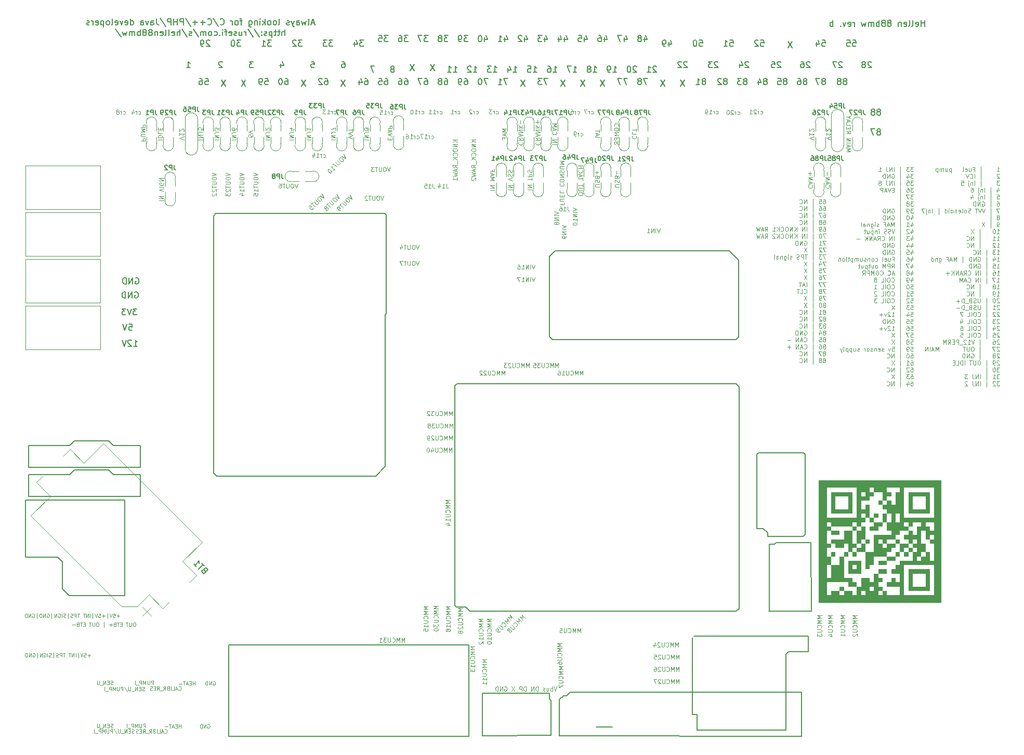
<source format=gbo>
G04 #@! TF.GenerationSoftware,KiCad,Pcbnew,8.0.9-8.0.9-0~ubuntu24.04.1*
G04 #@! TF.CreationDate,2026-01-16T22:33:56+00:00*
G04 #@! TF.ProjectId,hellen88bmw,68656c6c-656e-4383-9862-6d772e6b6963,B*
G04 #@! TF.SameCoordinates,PX3d1b110PY9269338*
G04 #@! TF.FileFunction,Legend,Bot*
G04 #@! TF.FilePolarity,Positive*
%FSLAX46Y46*%
G04 Gerber Fmt 4.6, Leading zero omitted, Abs format (unit mm)*
G04 Created by KiCad (PCBNEW 8.0.9-8.0.9-0~ubuntu24.04.1) date 2026-01-16 22:33:56*
%MOMM*%
%LPD*%
G01*
G04 APERTURE LIST*
%ADD10C,0.150000*%
%ADD11C,0.100000*%
%ADD12C,0.127000*%
%ADD13C,0.120000*%
%ADD14C,0.099060*%
%ADD15C,0.200000*%
%ADD16C,0.000000*%
G04 APERTURE END LIST*
D10*
X67009332Y109818181D02*
X66342666Y108818181D01*
X66342666Y109818181D02*
X67009332Y108818181D01*
D11*
X130774033Y90139667D02*
X130740700Y90106334D01*
X130740700Y90106334D02*
X130707366Y90006334D01*
X130707366Y90006334D02*
X130707366Y89939667D01*
X130707366Y89939667D02*
X130740700Y89839667D01*
X130740700Y89839667D02*
X130807366Y89773000D01*
X130807366Y89773000D02*
X130874033Y89739667D01*
X130874033Y89739667D02*
X131007366Y89706334D01*
X131007366Y89706334D02*
X131107366Y89706334D01*
X131107366Y89706334D02*
X131240700Y89739667D01*
X131240700Y89739667D02*
X131307366Y89773000D01*
X131307366Y89773000D02*
X131374033Y89839667D01*
X131374033Y89839667D02*
X131407366Y89939667D01*
X131407366Y89939667D02*
X131407366Y90006334D01*
X131407366Y90006334D02*
X131374033Y90106334D01*
X131374033Y90106334D02*
X131340700Y90139667D01*
X130907366Y90406334D02*
X130907366Y90739667D01*
X130707366Y90339667D02*
X131407366Y90573000D01*
X131407366Y90573000D02*
X130707366Y90806334D01*
X130707366Y91039667D02*
X131407366Y91039667D01*
X131407366Y91039667D02*
X130707366Y91439667D01*
X130707366Y91439667D02*
X131407366Y91439667D01*
X130974033Y91773000D02*
X130974033Y92306333D01*
D10*
X32461713Y110222943D02*
X32414094Y110270562D01*
X32414094Y110270562D02*
X32318856Y110318181D01*
X32318856Y110318181D02*
X32080761Y110318181D01*
X32080761Y110318181D02*
X31985523Y110270562D01*
X31985523Y110270562D02*
X31937904Y110222943D01*
X31937904Y110222943D02*
X31890285Y110127705D01*
X31890285Y110127705D02*
X31890285Y110032467D01*
X31890285Y110032467D02*
X31937904Y109889610D01*
X31937904Y109889610D02*
X32509332Y109318181D01*
X32509332Y109318181D02*
X31890285Y109318181D01*
X52509332Y107318181D02*
X51842666Y106318181D01*
X51842666Y107318181D02*
X52509332Y106318181D01*
D11*
X30083142Y2222058D02*
X30140285Y2250629D01*
X30140285Y2250629D02*
X30225999Y2250629D01*
X30225999Y2250629D02*
X30311713Y2222058D01*
X30311713Y2222058D02*
X30368856Y2164915D01*
X30368856Y2164915D02*
X30397427Y2107772D01*
X30397427Y2107772D02*
X30425999Y1993486D01*
X30425999Y1993486D02*
X30425999Y1907772D01*
X30425999Y1907772D02*
X30397427Y1793486D01*
X30397427Y1793486D02*
X30368856Y1736343D01*
X30368856Y1736343D02*
X30311713Y1679200D01*
X30311713Y1679200D02*
X30225999Y1650629D01*
X30225999Y1650629D02*
X30168856Y1650629D01*
X30168856Y1650629D02*
X30083142Y1679200D01*
X30083142Y1679200D02*
X30054570Y1707772D01*
X30054570Y1707772D02*
X30054570Y1907772D01*
X30054570Y1907772D02*
X30168856Y1907772D01*
X29797427Y1650629D02*
X29797427Y2250629D01*
X29797427Y2250629D02*
X29454570Y1650629D01*
X29454570Y1650629D02*
X29454570Y2250629D01*
X29168856Y1650629D02*
X29168856Y2250629D01*
X29168856Y2250629D02*
X29025999Y2250629D01*
X29025999Y2250629D02*
X28940285Y2222058D01*
X28940285Y2222058D02*
X28883142Y2164915D01*
X28883142Y2164915D02*
X28854571Y2107772D01*
X28854571Y2107772D02*
X28825999Y1993486D01*
X28825999Y1993486D02*
X28825999Y1907772D01*
X28825999Y1907772D02*
X28854571Y1793486D01*
X28854571Y1793486D02*
X28883142Y1736343D01*
X28883142Y1736343D02*
X28940285Y1679200D01*
X28940285Y1679200D02*
X29025999Y1650629D01*
X29025999Y1650629D02*
X29168856Y1650629D01*
X127974033Y90139667D02*
X127940700Y90106334D01*
X127940700Y90106334D02*
X127907366Y90006334D01*
X127907366Y90006334D02*
X127907366Y89939667D01*
X127907366Y89939667D02*
X127940700Y89839667D01*
X127940700Y89839667D02*
X128007366Y89773000D01*
X128007366Y89773000D02*
X128074033Y89739667D01*
X128074033Y89739667D02*
X128207366Y89706334D01*
X128207366Y89706334D02*
X128307366Y89706334D01*
X128307366Y89706334D02*
X128440700Y89739667D01*
X128440700Y89739667D02*
X128507366Y89773000D01*
X128507366Y89773000D02*
X128574033Y89839667D01*
X128574033Y89839667D02*
X128607366Y89939667D01*
X128607366Y89939667D02*
X128607366Y90006334D01*
X128607366Y90006334D02*
X128574033Y90106334D01*
X128574033Y90106334D02*
X128540700Y90139667D01*
X128107366Y90406334D02*
X128107366Y90739667D01*
X127907366Y90339667D02*
X128607366Y90573000D01*
X128607366Y90573000D02*
X127907366Y90806334D01*
X127907366Y91039667D02*
X128607366Y91039667D01*
X128607366Y91039667D02*
X127907366Y91439667D01*
X127907366Y91439667D02*
X128607366Y91439667D01*
X128174033Y91773000D02*
X128174033Y92306333D01*
X127907366Y92039667D02*
X128440700Y92039667D01*
D10*
X130164095Y113818181D02*
X130640285Y113818181D01*
X130640285Y113818181D02*
X130687904Y113341991D01*
X130687904Y113341991D02*
X130640285Y113389610D01*
X130640285Y113389610D02*
X130545047Y113437229D01*
X130545047Y113437229D02*
X130306952Y113437229D01*
X130306952Y113437229D02*
X130211714Y113389610D01*
X130211714Y113389610D02*
X130164095Y113341991D01*
X130164095Y113341991D02*
X130116476Y113246753D01*
X130116476Y113246753D02*
X130116476Y113008658D01*
X130116476Y113008658D02*
X130164095Y112913420D01*
X130164095Y112913420D02*
X130211714Y112865800D01*
X130211714Y112865800D02*
X130306952Y112818181D01*
X130306952Y112818181D02*
X130545047Y112818181D01*
X130545047Y112818181D02*
X130640285Y112865800D01*
X130640285Y112865800D02*
X130687904Y112913420D01*
X129259333Y113484848D02*
X129259333Y112818181D01*
X129497428Y113865800D02*
X129735523Y113151515D01*
X129735523Y113151515D02*
X129116476Y113151515D01*
X91461714Y114234848D02*
X91461714Y113568181D01*
X91699809Y114615800D02*
X91937904Y113901515D01*
X91937904Y113901515D02*
X91318857Y113901515D01*
X90461714Y114568181D02*
X90937904Y114568181D01*
X90937904Y114568181D02*
X90985523Y114091991D01*
X90985523Y114091991D02*
X90937904Y114139610D01*
X90937904Y114139610D02*
X90842666Y114187229D01*
X90842666Y114187229D02*
X90604571Y114187229D01*
X90604571Y114187229D02*
X90509333Y114139610D01*
X90509333Y114139610D02*
X90461714Y114091991D01*
X90461714Y114091991D02*
X90414095Y113996753D01*
X90414095Y113996753D02*
X90414095Y113758658D01*
X90414095Y113758658D02*
X90461714Y113663420D01*
X90461714Y113663420D02*
X90509333Y113615800D01*
X90509333Y113615800D02*
X90604571Y113568181D01*
X90604571Y113568181D02*
X90842666Y113568181D01*
X90842666Y113568181D02*
X90937904Y113615800D01*
X90937904Y113615800D02*
X90985523Y113663420D01*
X72485523Y114568181D02*
X71866476Y114568181D01*
X71866476Y114568181D02*
X72199809Y114187229D01*
X72199809Y114187229D02*
X72056952Y114187229D01*
X72056952Y114187229D02*
X71961714Y114139610D01*
X71961714Y114139610D02*
X71914095Y114091991D01*
X71914095Y114091991D02*
X71866476Y113996753D01*
X71866476Y113996753D02*
X71866476Y113758658D01*
X71866476Y113758658D02*
X71914095Y113663420D01*
X71914095Y113663420D02*
X71961714Y113615800D01*
X71961714Y113615800D02*
X72056952Y113568181D01*
X72056952Y113568181D02*
X72342666Y113568181D01*
X72342666Y113568181D02*
X72437904Y113615800D01*
X72437904Y113615800D02*
X72485523Y113663420D01*
X71390285Y113568181D02*
X71199809Y113568181D01*
X71199809Y113568181D02*
X71104571Y113615800D01*
X71104571Y113615800D02*
X71056952Y113663420D01*
X71056952Y113663420D02*
X70961714Y113806277D01*
X70961714Y113806277D02*
X70914095Y113996753D01*
X70914095Y113996753D02*
X70914095Y114377705D01*
X70914095Y114377705D02*
X70961714Y114472943D01*
X70961714Y114472943D02*
X71009333Y114520562D01*
X71009333Y114520562D02*
X71104571Y114568181D01*
X71104571Y114568181D02*
X71295047Y114568181D01*
X71295047Y114568181D02*
X71390285Y114520562D01*
X71390285Y114520562D02*
X71437904Y114472943D01*
X71437904Y114472943D02*
X71485523Y114377705D01*
X71485523Y114377705D02*
X71485523Y114139610D01*
X71485523Y114139610D02*
X71437904Y114044372D01*
X71437904Y114044372D02*
X71390285Y113996753D01*
X71390285Y113996753D02*
X71295047Y113949134D01*
X71295047Y113949134D02*
X71104571Y113949134D01*
X71104571Y113949134D02*
X71009333Y113996753D01*
X71009333Y113996753D02*
X70961714Y114044372D01*
X70961714Y114044372D02*
X70914095Y114139610D01*
X63759332Y109818181D02*
X63092666Y108818181D01*
X63092666Y109818181D02*
X63759332Y108818181D01*
D11*
X14625999Y8779200D02*
X14540285Y8750629D01*
X14540285Y8750629D02*
X14397427Y8750629D01*
X14397427Y8750629D02*
X14340285Y8779200D01*
X14340285Y8779200D02*
X14311713Y8807772D01*
X14311713Y8807772D02*
X14283142Y8864915D01*
X14283142Y8864915D02*
X14283142Y8922058D01*
X14283142Y8922058D02*
X14311713Y8979200D01*
X14311713Y8979200D02*
X14340285Y9007772D01*
X14340285Y9007772D02*
X14397427Y9036343D01*
X14397427Y9036343D02*
X14511713Y9064915D01*
X14511713Y9064915D02*
X14568856Y9093486D01*
X14568856Y9093486D02*
X14597427Y9122058D01*
X14597427Y9122058D02*
X14625999Y9179200D01*
X14625999Y9179200D02*
X14625999Y9236343D01*
X14625999Y9236343D02*
X14597427Y9293486D01*
X14597427Y9293486D02*
X14568856Y9322058D01*
X14568856Y9322058D02*
X14511713Y9350629D01*
X14511713Y9350629D02*
X14368856Y9350629D01*
X14368856Y9350629D02*
X14283142Y9322058D01*
X14025998Y9064915D02*
X13825998Y9064915D01*
X13740284Y8750629D02*
X14025998Y8750629D01*
X14025998Y8750629D02*
X14025998Y9350629D01*
X14025998Y9350629D02*
X13740284Y9350629D01*
X13483141Y8750629D02*
X13483141Y9350629D01*
X13483141Y9350629D02*
X13140284Y8750629D01*
X13140284Y8750629D02*
X13140284Y9350629D01*
X12997428Y8693486D02*
X12540285Y8693486D01*
X12397427Y9350629D02*
X12397427Y8864915D01*
X12397427Y8864915D02*
X12368856Y8807772D01*
X12368856Y8807772D02*
X12340285Y8779200D01*
X12340285Y8779200D02*
X12283142Y8750629D01*
X12283142Y8750629D02*
X12168856Y8750629D01*
X12168856Y8750629D02*
X12111713Y8779200D01*
X12111713Y8779200D02*
X12083142Y8807772D01*
X12083142Y8807772D02*
X12054570Y8864915D01*
X12054570Y8864915D02*
X12054570Y9350629D01*
X18175999Y18850629D02*
X18061713Y18850629D01*
X18061713Y18850629D02*
X18004570Y18822058D01*
X18004570Y18822058D02*
X17947427Y18764915D01*
X17947427Y18764915D02*
X17918856Y18650629D01*
X17918856Y18650629D02*
X17918856Y18450629D01*
X17918856Y18450629D02*
X17947427Y18336343D01*
X17947427Y18336343D02*
X18004570Y18279200D01*
X18004570Y18279200D02*
X18061713Y18250629D01*
X18061713Y18250629D02*
X18175999Y18250629D01*
X18175999Y18250629D02*
X18233142Y18279200D01*
X18233142Y18279200D02*
X18290284Y18336343D01*
X18290284Y18336343D02*
X18318856Y18450629D01*
X18318856Y18450629D02*
X18318856Y18650629D01*
X18318856Y18650629D02*
X18290284Y18764915D01*
X18290284Y18764915D02*
X18233142Y18822058D01*
X18233142Y18822058D02*
X18175999Y18850629D01*
X17661713Y18850629D02*
X17661713Y18364915D01*
X17661713Y18364915D02*
X17633142Y18307772D01*
X17633142Y18307772D02*
X17604571Y18279200D01*
X17604571Y18279200D02*
X17547428Y18250629D01*
X17547428Y18250629D02*
X17433142Y18250629D01*
X17433142Y18250629D02*
X17375999Y18279200D01*
X17375999Y18279200D02*
X17347428Y18307772D01*
X17347428Y18307772D02*
X17318856Y18364915D01*
X17318856Y18364915D02*
X17318856Y18850629D01*
X17118857Y18850629D02*
X16776000Y18850629D01*
X16947428Y18250629D02*
X16947428Y18850629D01*
X16118856Y18564915D02*
X15918856Y18564915D01*
X15833142Y18250629D02*
X16118856Y18250629D01*
X16118856Y18250629D02*
X16118856Y18850629D01*
X16118856Y18850629D02*
X15833142Y18850629D01*
X15661714Y18850629D02*
X15318857Y18850629D01*
X15490285Y18250629D02*
X15490285Y18850629D01*
X14918856Y18564915D02*
X14833142Y18536343D01*
X14833142Y18536343D02*
X14804571Y18507772D01*
X14804571Y18507772D02*
X14775999Y18450629D01*
X14775999Y18450629D02*
X14775999Y18364915D01*
X14775999Y18364915D02*
X14804571Y18307772D01*
X14804571Y18307772D02*
X14833142Y18279200D01*
X14833142Y18279200D02*
X14890285Y18250629D01*
X14890285Y18250629D02*
X15118856Y18250629D01*
X15118856Y18250629D02*
X15118856Y18850629D01*
X15118856Y18850629D02*
X14918856Y18850629D01*
X14918856Y18850629D02*
X14861714Y18822058D01*
X14861714Y18822058D02*
X14833142Y18793486D01*
X14833142Y18793486D02*
X14804571Y18736343D01*
X14804571Y18736343D02*
X14804571Y18679200D01*
X14804571Y18679200D02*
X14833142Y18622058D01*
X14833142Y18622058D02*
X14861714Y18593486D01*
X14861714Y18593486D02*
X14918856Y18564915D01*
X14918856Y18564915D02*
X15118856Y18564915D01*
X14518856Y18479200D02*
X14061714Y18479200D01*
X14290285Y18250629D02*
X14290285Y18707772D01*
X13175999Y18050629D02*
X13175999Y18907772D01*
X12175999Y18850629D02*
X12061713Y18850629D01*
X12061713Y18850629D02*
X12004570Y18822058D01*
X12004570Y18822058D02*
X11947427Y18764915D01*
X11947427Y18764915D02*
X11918856Y18650629D01*
X11918856Y18650629D02*
X11918856Y18450629D01*
X11918856Y18450629D02*
X11947427Y18336343D01*
X11947427Y18336343D02*
X12004570Y18279200D01*
X12004570Y18279200D02*
X12061713Y18250629D01*
X12061713Y18250629D02*
X12175999Y18250629D01*
X12175999Y18250629D02*
X12233142Y18279200D01*
X12233142Y18279200D02*
X12290284Y18336343D01*
X12290284Y18336343D02*
X12318856Y18450629D01*
X12318856Y18450629D02*
X12318856Y18650629D01*
X12318856Y18650629D02*
X12290284Y18764915D01*
X12290284Y18764915D02*
X12233142Y18822058D01*
X12233142Y18822058D02*
X12175999Y18850629D01*
X11661713Y18850629D02*
X11661713Y18364915D01*
X11661713Y18364915D02*
X11633142Y18307772D01*
X11633142Y18307772D02*
X11604571Y18279200D01*
X11604571Y18279200D02*
X11547428Y18250629D01*
X11547428Y18250629D02*
X11433142Y18250629D01*
X11433142Y18250629D02*
X11375999Y18279200D01*
X11375999Y18279200D02*
X11347428Y18307772D01*
X11347428Y18307772D02*
X11318856Y18364915D01*
X11318856Y18364915D02*
X11318856Y18850629D01*
X11118857Y18850629D02*
X10776000Y18850629D01*
X10947428Y18250629D02*
X10947428Y18850629D01*
X10118856Y18564915D02*
X9918856Y18564915D01*
X9833142Y18250629D02*
X10118856Y18250629D01*
X10118856Y18250629D02*
X10118856Y18850629D01*
X10118856Y18850629D02*
X9833142Y18850629D01*
X9661714Y18850629D02*
X9318857Y18850629D01*
X9490285Y18250629D02*
X9490285Y18850629D01*
X8918856Y18564915D02*
X8833142Y18536343D01*
X8833142Y18536343D02*
X8804571Y18507772D01*
X8804571Y18507772D02*
X8775999Y18450629D01*
X8775999Y18450629D02*
X8775999Y18364915D01*
X8775999Y18364915D02*
X8804571Y18307772D01*
X8804571Y18307772D02*
X8833142Y18279200D01*
X8833142Y18279200D02*
X8890285Y18250629D01*
X8890285Y18250629D02*
X9118856Y18250629D01*
X9118856Y18250629D02*
X9118856Y18850629D01*
X9118856Y18850629D02*
X8918856Y18850629D01*
X8918856Y18850629D02*
X8861714Y18822058D01*
X8861714Y18822058D02*
X8833142Y18793486D01*
X8833142Y18793486D02*
X8804571Y18736343D01*
X8804571Y18736343D02*
X8804571Y18679200D01*
X8804571Y18679200D02*
X8833142Y18622058D01*
X8833142Y18622058D02*
X8861714Y18593486D01*
X8861714Y18593486D02*
X8918856Y18564915D01*
X8918856Y18564915D02*
X9118856Y18564915D01*
X8518856Y18479200D02*
X8061714Y18479200D01*
X55607366Y97556334D02*
X56307366Y97556334D01*
X55607366Y97889667D02*
X56307366Y97889667D01*
X56307366Y97889667D02*
X55607366Y98289667D01*
X55607366Y98289667D02*
X56307366Y98289667D01*
X56307366Y98823000D02*
X55807366Y98823000D01*
X55807366Y98823000D02*
X55707366Y98789667D01*
X55707366Y98789667D02*
X55640700Y98723000D01*
X55640700Y98723000D02*
X55607366Y98623000D01*
X55607366Y98623000D02*
X55607366Y98556333D01*
X56007366Y99256333D02*
X56040700Y99189666D01*
X56040700Y99189666D02*
X56074033Y99156333D01*
X56074033Y99156333D02*
X56140700Y99123000D01*
X56140700Y99123000D02*
X56174033Y99123000D01*
X56174033Y99123000D02*
X56240700Y99156333D01*
X56240700Y99156333D02*
X56274033Y99189666D01*
X56274033Y99189666D02*
X56307366Y99256333D01*
X56307366Y99256333D02*
X56307366Y99389666D01*
X56307366Y99389666D02*
X56274033Y99456333D01*
X56274033Y99456333D02*
X56240700Y99489666D01*
X56240700Y99489666D02*
X56174033Y99523000D01*
X56174033Y99523000D02*
X56140700Y99523000D01*
X56140700Y99523000D02*
X56074033Y99489666D01*
X56074033Y99489666D02*
X56040700Y99456333D01*
X56040700Y99456333D02*
X56007366Y99389666D01*
X56007366Y99389666D02*
X56007366Y99256333D01*
X56007366Y99256333D02*
X55974033Y99189666D01*
X55974033Y99189666D02*
X55940700Y99156333D01*
X55940700Y99156333D02*
X55874033Y99123000D01*
X55874033Y99123000D02*
X55740700Y99123000D01*
X55740700Y99123000D02*
X55674033Y99156333D01*
X55674033Y99156333D02*
X55640700Y99189666D01*
X55640700Y99189666D02*
X55607366Y99256333D01*
X55607366Y99256333D02*
X55607366Y99389666D01*
X55607366Y99389666D02*
X55640700Y99456333D01*
X55640700Y99456333D02*
X55674033Y99489666D01*
X55674033Y99489666D02*
X55740700Y99523000D01*
X55740700Y99523000D02*
X55874033Y99523000D01*
X55874033Y99523000D02*
X55940700Y99489666D01*
X55940700Y99489666D02*
X55974033Y99456333D01*
X55974033Y99456333D02*
X56007366Y99389666D01*
X19768856Y7779200D02*
X19683142Y7750629D01*
X19683142Y7750629D02*
X19540284Y7750629D01*
X19540284Y7750629D02*
X19483142Y7779200D01*
X19483142Y7779200D02*
X19454570Y7807772D01*
X19454570Y7807772D02*
X19425999Y7864915D01*
X19425999Y7864915D02*
X19425999Y7922058D01*
X19425999Y7922058D02*
X19454570Y7979200D01*
X19454570Y7979200D02*
X19483142Y8007772D01*
X19483142Y8007772D02*
X19540284Y8036343D01*
X19540284Y8036343D02*
X19654570Y8064915D01*
X19654570Y8064915D02*
X19711713Y8093486D01*
X19711713Y8093486D02*
X19740284Y8122058D01*
X19740284Y8122058D02*
X19768856Y8179200D01*
X19768856Y8179200D02*
X19768856Y8236343D01*
X19768856Y8236343D02*
X19740284Y8293486D01*
X19740284Y8293486D02*
X19711713Y8322058D01*
X19711713Y8322058D02*
X19654570Y8350629D01*
X19654570Y8350629D02*
X19511713Y8350629D01*
X19511713Y8350629D02*
X19425999Y8322058D01*
X19168855Y8064915D02*
X18968855Y8064915D01*
X18883141Y7750629D02*
X19168855Y7750629D01*
X19168855Y7750629D02*
X19168855Y8350629D01*
X19168855Y8350629D02*
X18883141Y8350629D01*
X18625998Y7750629D02*
X18625998Y8350629D01*
X18625998Y8350629D02*
X18283141Y7750629D01*
X18283141Y7750629D02*
X18283141Y8350629D01*
X18140285Y7693486D02*
X17683142Y7693486D01*
X17540284Y8350629D02*
X17540284Y7864915D01*
X17540284Y7864915D02*
X17511713Y7807772D01*
X17511713Y7807772D02*
X17483142Y7779200D01*
X17483142Y7779200D02*
X17425999Y7750629D01*
X17425999Y7750629D02*
X17311713Y7750629D01*
X17311713Y7750629D02*
X17254570Y7779200D01*
X17254570Y7779200D02*
X17225999Y7807772D01*
X17225999Y7807772D02*
X17197427Y7864915D01*
X17197427Y7864915D02*
X17197427Y8350629D01*
X16483142Y8379200D02*
X16997428Y7607772D01*
X16283142Y7750629D02*
X16283142Y8350629D01*
X16283142Y8350629D02*
X16054571Y8350629D01*
X16054571Y8350629D02*
X15997428Y8322058D01*
X15997428Y8322058D02*
X15968857Y8293486D01*
X15968857Y8293486D02*
X15940285Y8236343D01*
X15940285Y8236343D02*
X15940285Y8150629D01*
X15940285Y8150629D02*
X15968857Y8093486D01*
X15968857Y8093486D02*
X15997428Y8064915D01*
X15997428Y8064915D02*
X16054571Y8036343D01*
X16054571Y8036343D02*
X16283142Y8036343D01*
X15683142Y8350629D02*
X15683142Y7864915D01*
X15683142Y7864915D02*
X15654571Y7807772D01*
X15654571Y7807772D02*
X15626000Y7779200D01*
X15626000Y7779200D02*
X15568857Y7750629D01*
X15568857Y7750629D02*
X15454571Y7750629D01*
X15454571Y7750629D02*
X15397428Y7779200D01*
X15397428Y7779200D02*
X15368857Y7807772D01*
X15368857Y7807772D02*
X15340285Y7864915D01*
X15340285Y7864915D02*
X15340285Y8350629D01*
X15054571Y7750629D02*
X15054571Y8350629D01*
X15054571Y8350629D02*
X14854571Y7922058D01*
X14854571Y7922058D02*
X14654571Y8350629D01*
X14654571Y8350629D02*
X14654571Y7750629D01*
X14368857Y7750629D02*
X14368857Y8350629D01*
X14368857Y8350629D02*
X14140286Y8350629D01*
X14140286Y8350629D02*
X14083143Y8322058D01*
X14083143Y8322058D02*
X14054572Y8293486D01*
X14054572Y8293486D02*
X14026000Y8236343D01*
X14026000Y8236343D02*
X14026000Y8150629D01*
X14026000Y8150629D02*
X14054572Y8093486D01*
X14054572Y8093486D02*
X14083143Y8064915D01*
X14083143Y8064915D02*
X14140286Y8036343D01*
X14140286Y8036343D02*
X14368857Y8036343D01*
X13911715Y7693486D02*
X13454572Y7693486D01*
X13311714Y7750629D02*
X13311714Y8350629D01*
D10*
X124247428Y107139610D02*
X124342666Y107187229D01*
X124342666Y107187229D02*
X124390285Y107234848D01*
X124390285Y107234848D02*
X124437904Y107330086D01*
X124437904Y107330086D02*
X124437904Y107377705D01*
X124437904Y107377705D02*
X124390285Y107472943D01*
X124390285Y107472943D02*
X124342666Y107520562D01*
X124342666Y107520562D02*
X124247428Y107568181D01*
X124247428Y107568181D02*
X124056952Y107568181D01*
X124056952Y107568181D02*
X123961714Y107520562D01*
X123961714Y107520562D02*
X123914095Y107472943D01*
X123914095Y107472943D02*
X123866476Y107377705D01*
X123866476Y107377705D02*
X123866476Y107330086D01*
X123866476Y107330086D02*
X123914095Y107234848D01*
X123914095Y107234848D02*
X123961714Y107187229D01*
X123961714Y107187229D02*
X124056952Y107139610D01*
X124056952Y107139610D02*
X124247428Y107139610D01*
X124247428Y107139610D02*
X124342666Y107091991D01*
X124342666Y107091991D02*
X124390285Y107044372D01*
X124390285Y107044372D02*
X124437904Y106949134D01*
X124437904Y106949134D02*
X124437904Y106758658D01*
X124437904Y106758658D02*
X124390285Y106663420D01*
X124390285Y106663420D02*
X124342666Y106615800D01*
X124342666Y106615800D02*
X124247428Y106568181D01*
X124247428Y106568181D02*
X124056952Y106568181D01*
X124056952Y106568181D02*
X123961714Y106615800D01*
X123961714Y106615800D02*
X123914095Y106663420D01*
X123914095Y106663420D02*
X123866476Y106758658D01*
X123866476Y106758658D02*
X123866476Y106949134D01*
X123866476Y106949134D02*
X123914095Y107044372D01*
X123914095Y107044372D02*
X123961714Y107091991D01*
X123961714Y107091991D02*
X124056952Y107139610D01*
X122961714Y107568181D02*
X123437904Y107568181D01*
X123437904Y107568181D02*
X123485523Y107091991D01*
X123485523Y107091991D02*
X123437904Y107139610D01*
X123437904Y107139610D02*
X123342666Y107187229D01*
X123342666Y107187229D02*
X123104571Y107187229D01*
X123104571Y107187229D02*
X123009333Y107139610D01*
X123009333Y107139610D02*
X122961714Y107091991D01*
X122961714Y107091991D02*
X122914095Y106996753D01*
X122914095Y106996753D02*
X122914095Y106758658D01*
X122914095Y106758658D02*
X122961714Y106663420D01*
X122961714Y106663420D02*
X123009333Y106615800D01*
X123009333Y106615800D02*
X123104571Y106568181D01*
X123104571Y106568181D02*
X123342666Y106568181D01*
X123342666Y106568181D02*
X123437904Y106615800D01*
X123437904Y106615800D02*
X123485523Y106663420D01*
X76616476Y108568181D02*
X77187904Y108568181D01*
X76902190Y108568181D02*
X76902190Y109568181D01*
X76902190Y109568181D02*
X76997428Y109425324D01*
X76997428Y109425324D02*
X77092666Y109330086D01*
X77092666Y109330086D02*
X77187904Y109282467D01*
X76283142Y109568181D02*
X75664095Y109568181D01*
X75664095Y109568181D02*
X75997428Y109187229D01*
X75997428Y109187229D02*
X75854571Y109187229D01*
X75854571Y109187229D02*
X75759333Y109139610D01*
X75759333Y109139610D02*
X75711714Y109091991D01*
X75711714Y109091991D02*
X75664095Y108996753D01*
X75664095Y108996753D02*
X75664095Y108758658D01*
X75664095Y108758658D02*
X75711714Y108663420D01*
X75711714Y108663420D02*
X75759333Y108615800D01*
X75759333Y108615800D02*
X75854571Y108568181D01*
X75854571Y108568181D02*
X76140285Y108568181D01*
X76140285Y108568181D02*
X76235523Y108615800D01*
X76235523Y108615800D02*
X76283142Y108663420D01*
X46009332Y107318181D02*
X45342666Y106318181D01*
X45342666Y107318181D02*
X46009332Y106318181D01*
D11*
X19207366Y97423001D02*
X19907366Y97423001D01*
X19907366Y97423001D02*
X19907366Y97689668D01*
X19907366Y97689668D02*
X19874033Y97756334D01*
X19874033Y97756334D02*
X19840700Y97789668D01*
X19840700Y97789668D02*
X19774033Y97823001D01*
X19774033Y97823001D02*
X19674033Y97823001D01*
X19674033Y97823001D02*
X19607366Y97789668D01*
X19607366Y97789668D02*
X19574033Y97756334D01*
X19574033Y97756334D02*
X19540700Y97689668D01*
X19540700Y97689668D02*
X19540700Y97423001D01*
X19907366Y98123001D02*
X19340700Y98123001D01*
X19340700Y98123001D02*
X19274033Y98156334D01*
X19274033Y98156334D02*
X19240700Y98189668D01*
X19240700Y98189668D02*
X19207366Y98256334D01*
X19207366Y98256334D02*
X19207366Y98389668D01*
X19207366Y98389668D02*
X19240700Y98456334D01*
X19240700Y98456334D02*
X19274033Y98489668D01*
X19274033Y98489668D02*
X19340700Y98523001D01*
X19340700Y98523001D02*
X19907366Y98523001D01*
X19207366Y98856334D02*
X19907366Y98856334D01*
X19907366Y98856334D02*
X19407366Y99089667D01*
X19407366Y99089667D02*
X19907366Y99323001D01*
X19907366Y99323001D02*
X19207366Y99323001D01*
X19207366Y99656334D02*
X19907366Y99656334D01*
X19907366Y99656334D02*
X19907366Y99923001D01*
X19907366Y99923001D02*
X19874033Y99989667D01*
X19874033Y99989667D02*
X19840700Y100023001D01*
X19840700Y100023001D02*
X19774033Y100056334D01*
X19774033Y100056334D02*
X19674033Y100056334D01*
X19674033Y100056334D02*
X19607366Y100023001D01*
X19607366Y100023001D02*
X19574033Y99989667D01*
X19574033Y99989667D02*
X19540700Y99923001D01*
X19540700Y99923001D02*
X19540700Y99656334D01*
D10*
X29664095Y107568181D02*
X30140285Y107568181D01*
X30140285Y107568181D02*
X30187904Y107091991D01*
X30187904Y107091991D02*
X30140285Y107139610D01*
X30140285Y107139610D02*
X30045047Y107187229D01*
X30045047Y107187229D02*
X29806952Y107187229D01*
X29806952Y107187229D02*
X29711714Y107139610D01*
X29711714Y107139610D02*
X29664095Y107091991D01*
X29664095Y107091991D02*
X29616476Y106996753D01*
X29616476Y106996753D02*
X29616476Y106758658D01*
X29616476Y106758658D02*
X29664095Y106663420D01*
X29664095Y106663420D02*
X29711714Y106615800D01*
X29711714Y106615800D02*
X29806952Y106568181D01*
X29806952Y106568181D02*
X30045047Y106568181D01*
X30045047Y106568181D02*
X30140285Y106615800D01*
X30140285Y106615800D02*
X30187904Y106663420D01*
X28759333Y107568181D02*
X28949809Y107568181D01*
X28949809Y107568181D02*
X29045047Y107520562D01*
X29045047Y107520562D02*
X29092666Y107472943D01*
X29092666Y107472943D02*
X29187904Y107330086D01*
X29187904Y107330086D02*
X29235523Y107139610D01*
X29235523Y107139610D02*
X29235523Y106758658D01*
X29235523Y106758658D02*
X29187904Y106663420D01*
X29187904Y106663420D02*
X29140285Y106615800D01*
X29140285Y106615800D02*
X29045047Y106568181D01*
X29045047Y106568181D02*
X28854571Y106568181D01*
X28854571Y106568181D02*
X28759333Y106615800D01*
X28759333Y106615800D02*
X28711714Y106663420D01*
X28711714Y106663420D02*
X28664095Y106758658D01*
X28664095Y106758658D02*
X28664095Y106996753D01*
X28664095Y106996753D02*
X28711714Y107091991D01*
X28711714Y107091991D02*
X28759333Y107139610D01*
X28759333Y107139610D02*
X28854571Y107187229D01*
X28854571Y107187229D02*
X29045047Y107187229D01*
X29045047Y107187229D02*
X29140285Y107139610D01*
X29140285Y107139610D02*
X29187904Y107091991D01*
X29187904Y107091991D02*
X29235523Y106996753D01*
D11*
X82207366Y89447371D02*
X82907366Y89447371D01*
X82207366Y89780704D02*
X82907366Y89780704D01*
X82907366Y89780704D02*
X82207366Y90180704D01*
X82207366Y90180704D02*
X82907366Y90180704D01*
X82907366Y90947370D02*
X82907366Y91347370D01*
X82207366Y91147370D02*
X82907366Y91147370D01*
X82207366Y91580703D02*
X82907366Y91580703D01*
X82907366Y91580703D02*
X82907366Y91847370D01*
X82907366Y91847370D02*
X82874033Y91914036D01*
X82874033Y91914036D02*
X82840700Y91947370D01*
X82840700Y91947370D02*
X82774033Y91980703D01*
X82774033Y91980703D02*
X82674033Y91980703D01*
X82674033Y91980703D02*
X82607366Y91947370D01*
X82607366Y91947370D02*
X82574033Y91914036D01*
X82574033Y91914036D02*
X82540700Y91847370D01*
X82540700Y91847370D02*
X82540700Y91580703D01*
X82240700Y92247370D02*
X82207366Y92347370D01*
X82207366Y92347370D02*
X82207366Y92514036D01*
X82207366Y92514036D02*
X82240700Y92580703D01*
X82240700Y92580703D02*
X82274033Y92614036D01*
X82274033Y92614036D02*
X82340700Y92647370D01*
X82340700Y92647370D02*
X82407366Y92647370D01*
X82407366Y92647370D02*
X82474033Y92614036D01*
X82474033Y92614036D02*
X82507366Y92580703D01*
X82507366Y92580703D02*
X82540700Y92514036D01*
X82540700Y92514036D02*
X82574033Y92380703D01*
X82574033Y92380703D02*
X82607366Y92314036D01*
X82607366Y92314036D02*
X82640700Y92280703D01*
X82640700Y92280703D02*
X82707366Y92247370D01*
X82707366Y92247370D02*
X82774033Y92247370D01*
X82774033Y92247370D02*
X82840700Y92280703D01*
X82840700Y92280703D02*
X82874033Y92314036D01*
X82874033Y92314036D02*
X82907366Y92380703D01*
X82907366Y92380703D02*
X82907366Y92547370D01*
X82907366Y92547370D02*
X82874033Y92647370D01*
D10*
X139476344Y98901416D02*
X139571582Y98949035D01*
X139571582Y98949035D02*
X139619201Y98996654D01*
X139619201Y98996654D02*
X139666820Y99091892D01*
X139666820Y99091892D02*
X139666820Y99139511D01*
X139666820Y99139511D02*
X139619201Y99234749D01*
X139619201Y99234749D02*
X139571582Y99282368D01*
X139571582Y99282368D02*
X139476344Y99329987D01*
X139476344Y99329987D02*
X139285868Y99329987D01*
X139285868Y99329987D02*
X139190630Y99282368D01*
X139190630Y99282368D02*
X139143011Y99234749D01*
X139143011Y99234749D02*
X139095392Y99139511D01*
X139095392Y99139511D02*
X139095392Y99091892D01*
X139095392Y99091892D02*
X139143011Y98996654D01*
X139143011Y98996654D02*
X139190630Y98949035D01*
X139190630Y98949035D02*
X139285868Y98901416D01*
X139285868Y98901416D02*
X139476344Y98901416D01*
X139476344Y98901416D02*
X139571582Y98853797D01*
X139571582Y98853797D02*
X139619201Y98806178D01*
X139619201Y98806178D02*
X139666820Y98710940D01*
X139666820Y98710940D02*
X139666820Y98520464D01*
X139666820Y98520464D02*
X139619201Y98425226D01*
X139619201Y98425226D02*
X139571582Y98377606D01*
X139571582Y98377606D02*
X139476344Y98329987D01*
X139476344Y98329987D02*
X139285868Y98329987D01*
X139285868Y98329987D02*
X139190630Y98377606D01*
X139190630Y98377606D02*
X139143011Y98425226D01*
X139143011Y98425226D02*
X139095392Y98520464D01*
X139095392Y98520464D02*
X139095392Y98710940D01*
X139095392Y98710940D02*
X139143011Y98806178D01*
X139143011Y98806178D02*
X139190630Y98853797D01*
X139190630Y98853797D02*
X139285868Y98901416D01*
X138762058Y99329987D02*
X138095392Y99329987D01*
X138095392Y99329987D02*
X138523963Y98329987D01*
X138187904Y110222943D02*
X138140285Y110270562D01*
X138140285Y110270562D02*
X138045047Y110318181D01*
X138045047Y110318181D02*
X137806952Y110318181D01*
X137806952Y110318181D02*
X137711714Y110270562D01*
X137711714Y110270562D02*
X137664095Y110222943D01*
X137664095Y110222943D02*
X137616476Y110127705D01*
X137616476Y110127705D02*
X137616476Y110032467D01*
X137616476Y110032467D02*
X137664095Y109889610D01*
X137664095Y109889610D02*
X138235523Y109318181D01*
X138235523Y109318181D02*
X137616476Y109318181D01*
X137045047Y109889610D02*
X137140285Y109937229D01*
X137140285Y109937229D02*
X137187904Y109984848D01*
X137187904Y109984848D02*
X137235523Y110080086D01*
X137235523Y110080086D02*
X137235523Y110127705D01*
X137235523Y110127705D02*
X137187904Y110222943D01*
X137187904Y110222943D02*
X137140285Y110270562D01*
X137140285Y110270562D02*
X137045047Y110318181D01*
X137045047Y110318181D02*
X136854571Y110318181D01*
X136854571Y110318181D02*
X136759333Y110270562D01*
X136759333Y110270562D02*
X136711714Y110222943D01*
X136711714Y110222943D02*
X136664095Y110127705D01*
X136664095Y110127705D02*
X136664095Y110080086D01*
X136664095Y110080086D02*
X136711714Y109984848D01*
X136711714Y109984848D02*
X136759333Y109937229D01*
X136759333Y109937229D02*
X136854571Y109889610D01*
X136854571Y109889610D02*
X137045047Y109889610D01*
X137045047Y109889610D02*
X137140285Y109841991D01*
X137140285Y109841991D02*
X137187904Y109794372D01*
X137187904Y109794372D02*
X137235523Y109699134D01*
X137235523Y109699134D02*
X137235523Y109508658D01*
X137235523Y109508658D02*
X137187904Y109413420D01*
X137187904Y109413420D02*
X137140285Y109365800D01*
X137140285Y109365800D02*
X137045047Y109318181D01*
X137045047Y109318181D02*
X136854571Y109318181D01*
X136854571Y109318181D02*
X136759333Y109365800D01*
X136759333Y109365800D02*
X136711714Y109413420D01*
X136711714Y109413420D02*
X136664095Y109508658D01*
X136664095Y109508658D02*
X136664095Y109699134D01*
X136664095Y109699134D02*
X136711714Y109794372D01*
X136711714Y109794372D02*
X136759333Y109841991D01*
X136759333Y109841991D02*
X136854571Y109889610D01*
X59485523Y114568181D02*
X58866476Y114568181D01*
X58866476Y114568181D02*
X59199809Y114187229D01*
X59199809Y114187229D02*
X59056952Y114187229D01*
X59056952Y114187229D02*
X58961714Y114139610D01*
X58961714Y114139610D02*
X58914095Y114091991D01*
X58914095Y114091991D02*
X58866476Y113996753D01*
X58866476Y113996753D02*
X58866476Y113758658D01*
X58866476Y113758658D02*
X58914095Y113663420D01*
X58914095Y113663420D02*
X58961714Y113615800D01*
X58961714Y113615800D02*
X59056952Y113568181D01*
X59056952Y113568181D02*
X59342666Y113568181D01*
X59342666Y113568181D02*
X59437904Y113615800D01*
X59437904Y113615800D02*
X59485523Y113663420D01*
X57961714Y114568181D02*
X58437904Y114568181D01*
X58437904Y114568181D02*
X58485523Y114091991D01*
X58485523Y114091991D02*
X58437904Y114139610D01*
X58437904Y114139610D02*
X58342666Y114187229D01*
X58342666Y114187229D02*
X58104571Y114187229D01*
X58104571Y114187229D02*
X58009333Y114139610D01*
X58009333Y114139610D02*
X57961714Y114091991D01*
X57961714Y114091991D02*
X57914095Y113996753D01*
X57914095Y113996753D02*
X57914095Y113758658D01*
X57914095Y113758658D02*
X57961714Y113663420D01*
X57961714Y113663420D02*
X58009333Y113615800D01*
X58009333Y113615800D02*
X58104571Y113568181D01*
X58104571Y113568181D02*
X58342666Y113568181D01*
X58342666Y113568181D02*
X58437904Y113615800D01*
X58437904Y113615800D02*
X58485523Y113663420D01*
D11*
X97107366Y89906334D02*
X96540700Y89906334D01*
X96540700Y89906334D02*
X96474033Y89939667D01*
X96474033Y89939667D02*
X96440700Y89973001D01*
X96440700Y89973001D02*
X96407366Y90039667D01*
X96407366Y90039667D02*
X96407366Y90173001D01*
X96407366Y90173001D02*
X96440700Y90239667D01*
X96440700Y90239667D02*
X96474033Y90273001D01*
X96474033Y90273001D02*
X96540700Y90306334D01*
X96540700Y90306334D02*
X97107366Y90306334D01*
X96440700Y90606334D02*
X96407366Y90706334D01*
X96407366Y90706334D02*
X96407366Y90873000D01*
X96407366Y90873000D02*
X96440700Y90939667D01*
X96440700Y90939667D02*
X96474033Y90973000D01*
X96474033Y90973000D02*
X96540700Y91006334D01*
X96540700Y91006334D02*
X96607366Y91006334D01*
X96607366Y91006334D02*
X96674033Y90973000D01*
X96674033Y90973000D02*
X96707366Y90939667D01*
X96707366Y90939667D02*
X96740700Y90873000D01*
X96740700Y90873000D02*
X96774033Y90739667D01*
X96774033Y90739667D02*
X96807366Y90673000D01*
X96807366Y90673000D02*
X96840700Y90639667D01*
X96840700Y90639667D02*
X96907366Y90606334D01*
X96907366Y90606334D02*
X96974033Y90606334D01*
X96974033Y90606334D02*
X97040700Y90639667D01*
X97040700Y90639667D02*
X97074033Y90673000D01*
X97074033Y90673000D02*
X97107366Y90739667D01*
X97107366Y90739667D02*
X97107366Y90906334D01*
X97107366Y90906334D02*
X97074033Y91006334D01*
X96774033Y91539667D02*
X96740700Y91639667D01*
X96740700Y91639667D02*
X96707366Y91673001D01*
X96707366Y91673001D02*
X96640700Y91706334D01*
X96640700Y91706334D02*
X96540700Y91706334D01*
X96540700Y91706334D02*
X96474033Y91673001D01*
X96474033Y91673001D02*
X96440700Y91639667D01*
X96440700Y91639667D02*
X96407366Y91573001D01*
X96407366Y91573001D02*
X96407366Y91306334D01*
X96407366Y91306334D02*
X97107366Y91306334D01*
X97107366Y91306334D02*
X97107366Y91539667D01*
X97107366Y91539667D02*
X97074033Y91606334D01*
X97074033Y91606334D02*
X97040700Y91639667D01*
X97040700Y91639667D02*
X96974033Y91673001D01*
X96974033Y91673001D02*
X96907366Y91673001D01*
X96907366Y91673001D02*
X96840700Y91639667D01*
X96840700Y91639667D02*
X96807366Y91606334D01*
X96807366Y91606334D02*
X96774033Y91539667D01*
X96774033Y91539667D02*
X96774033Y91306334D01*
X96674033Y92006334D02*
X96674033Y92539667D01*
X76107366Y89398276D02*
X76807366Y89398276D01*
X76107366Y89731609D02*
X76807366Y89731609D01*
X76807366Y89731609D02*
X76107366Y90131609D01*
X76107366Y90131609D02*
X76807366Y90131609D01*
X76107366Y90998275D02*
X76807366Y90998275D01*
X76807366Y90998275D02*
X76307366Y91231608D01*
X76307366Y91231608D02*
X76807366Y91464942D01*
X76807366Y91464942D02*
X76107366Y91464942D01*
X76307366Y91764942D02*
X76307366Y92098275D01*
X76107366Y91698275D02*
X76807366Y91931608D01*
X76807366Y91931608D02*
X76107366Y92164942D01*
X76474033Y92631608D02*
X76474033Y92398275D01*
X76107366Y92398275D02*
X76807366Y92398275D01*
X76807366Y92398275D02*
X76807366Y92731608D01*
D10*
X57259332Y109568181D02*
X56592666Y109568181D01*
X56592666Y109568181D02*
X57021237Y108568181D01*
X130497428Y107139610D02*
X130592666Y107187229D01*
X130592666Y107187229D02*
X130640285Y107234848D01*
X130640285Y107234848D02*
X130687904Y107330086D01*
X130687904Y107330086D02*
X130687904Y107377705D01*
X130687904Y107377705D02*
X130640285Y107472943D01*
X130640285Y107472943D02*
X130592666Y107520562D01*
X130592666Y107520562D02*
X130497428Y107568181D01*
X130497428Y107568181D02*
X130306952Y107568181D01*
X130306952Y107568181D02*
X130211714Y107520562D01*
X130211714Y107520562D02*
X130164095Y107472943D01*
X130164095Y107472943D02*
X130116476Y107377705D01*
X130116476Y107377705D02*
X130116476Y107330086D01*
X130116476Y107330086D02*
X130164095Y107234848D01*
X130164095Y107234848D02*
X130211714Y107187229D01*
X130211714Y107187229D02*
X130306952Y107139610D01*
X130306952Y107139610D02*
X130497428Y107139610D01*
X130497428Y107139610D02*
X130592666Y107091991D01*
X130592666Y107091991D02*
X130640285Y107044372D01*
X130640285Y107044372D02*
X130687904Y106949134D01*
X130687904Y106949134D02*
X130687904Y106758658D01*
X130687904Y106758658D02*
X130640285Y106663420D01*
X130640285Y106663420D02*
X130592666Y106615800D01*
X130592666Y106615800D02*
X130497428Y106568181D01*
X130497428Y106568181D02*
X130306952Y106568181D01*
X130306952Y106568181D02*
X130211714Y106615800D01*
X130211714Y106615800D02*
X130164095Y106663420D01*
X130164095Y106663420D02*
X130116476Y106758658D01*
X130116476Y106758658D02*
X130116476Y106949134D01*
X130116476Y106949134D02*
X130164095Y107044372D01*
X130164095Y107044372D02*
X130211714Y107091991D01*
X130211714Y107091991D02*
X130306952Y107139610D01*
X129783142Y107568181D02*
X129116476Y107568181D01*
X129116476Y107568181D02*
X129545047Y106568181D01*
D11*
X128807366Y97623000D02*
X128107366Y97856333D01*
X128107366Y97856333D02*
X128807366Y98089667D01*
X128107366Y98689667D02*
X128107366Y98289667D01*
X128107366Y98489667D02*
X128807366Y98489667D01*
X128807366Y98489667D02*
X128707366Y98423000D01*
X128707366Y98423000D02*
X128640700Y98356333D01*
X128640700Y98356333D02*
X128607366Y98289667D01*
X128740700Y98956334D02*
X128774033Y98989667D01*
X128774033Y98989667D02*
X128807366Y99056334D01*
X128807366Y99056334D02*
X128807366Y99223000D01*
X128807366Y99223000D02*
X128774033Y99289667D01*
X128774033Y99289667D02*
X128740700Y99323000D01*
X128740700Y99323000D02*
X128674033Y99356334D01*
X128674033Y99356334D02*
X128607366Y99356334D01*
X128607366Y99356334D02*
X128507366Y99323000D01*
X128507366Y99323000D02*
X128107366Y98923000D01*
X128107366Y98923000D02*
X128107366Y99356334D01*
D10*
X45485523Y113818181D02*
X44866476Y113818181D01*
X44866476Y113818181D02*
X45199809Y113437229D01*
X45199809Y113437229D02*
X45056952Y113437229D01*
X45056952Y113437229D02*
X44961714Y113389610D01*
X44961714Y113389610D02*
X44914095Y113341991D01*
X44914095Y113341991D02*
X44866476Y113246753D01*
X44866476Y113246753D02*
X44866476Y113008658D01*
X44866476Y113008658D02*
X44914095Y112913420D01*
X44914095Y112913420D02*
X44961714Y112865800D01*
X44961714Y112865800D02*
X45056952Y112818181D01*
X45056952Y112818181D02*
X45342666Y112818181D01*
X45342666Y112818181D02*
X45437904Y112865800D01*
X45437904Y112865800D02*
X45485523Y112913420D01*
X44485523Y113722943D02*
X44437904Y113770562D01*
X44437904Y113770562D02*
X44342666Y113818181D01*
X44342666Y113818181D02*
X44104571Y113818181D01*
X44104571Y113818181D02*
X44009333Y113770562D01*
X44009333Y113770562D02*
X43961714Y113722943D01*
X43961714Y113722943D02*
X43914095Y113627705D01*
X43914095Y113627705D02*
X43914095Y113532467D01*
X43914095Y113532467D02*
X43961714Y113389610D01*
X43961714Y113389610D02*
X44533142Y112818181D01*
X44533142Y112818181D02*
X43914095Y112818181D01*
D11*
X28555395Y97623513D02*
X29255395Y97623513D01*
X28555395Y97956846D02*
X29255395Y97956846D01*
X29255395Y97956846D02*
X28555395Y98356846D01*
X28555395Y98356846D02*
X29255395Y98356846D01*
X29255395Y98890179D02*
X28755395Y98890179D01*
X28755395Y98890179D02*
X28655395Y98856846D01*
X28655395Y98856846D02*
X28588729Y98790179D01*
X28588729Y98790179D02*
X28555395Y98690179D01*
X28555395Y98690179D02*
X28555395Y98623512D01*
X29255395Y99556845D02*
X29255395Y99223512D01*
X29255395Y99223512D02*
X28922062Y99190179D01*
X28922062Y99190179D02*
X28955395Y99223512D01*
X28955395Y99223512D02*
X28988729Y99290179D01*
X28988729Y99290179D02*
X28988729Y99456845D01*
X28988729Y99456845D02*
X28955395Y99523512D01*
X28955395Y99523512D02*
X28922062Y99556845D01*
X28922062Y99556845D02*
X28855395Y99590179D01*
X28855395Y99590179D02*
X28688729Y99590179D01*
X28688729Y99590179D02*
X28622062Y99556845D01*
X28622062Y99556845D02*
X28588729Y99523512D01*
X28588729Y99523512D02*
X28555395Y99456845D01*
X28555395Y99456845D02*
X28555395Y99290179D01*
X28555395Y99290179D02*
X28588729Y99223512D01*
X28588729Y99223512D02*
X28622062Y99190179D01*
D10*
X120997428Y107139610D02*
X121092666Y107187229D01*
X121092666Y107187229D02*
X121140285Y107234848D01*
X121140285Y107234848D02*
X121187904Y107330086D01*
X121187904Y107330086D02*
X121187904Y107377705D01*
X121187904Y107377705D02*
X121140285Y107472943D01*
X121140285Y107472943D02*
X121092666Y107520562D01*
X121092666Y107520562D02*
X120997428Y107568181D01*
X120997428Y107568181D02*
X120806952Y107568181D01*
X120806952Y107568181D02*
X120711714Y107520562D01*
X120711714Y107520562D02*
X120664095Y107472943D01*
X120664095Y107472943D02*
X120616476Y107377705D01*
X120616476Y107377705D02*
X120616476Y107330086D01*
X120616476Y107330086D02*
X120664095Y107234848D01*
X120664095Y107234848D02*
X120711714Y107187229D01*
X120711714Y107187229D02*
X120806952Y107139610D01*
X120806952Y107139610D02*
X120997428Y107139610D01*
X120997428Y107139610D02*
X121092666Y107091991D01*
X121092666Y107091991D02*
X121140285Y107044372D01*
X121140285Y107044372D02*
X121187904Y106949134D01*
X121187904Y106949134D02*
X121187904Y106758658D01*
X121187904Y106758658D02*
X121140285Y106663420D01*
X121140285Y106663420D02*
X121092666Y106615800D01*
X121092666Y106615800D02*
X120997428Y106568181D01*
X120997428Y106568181D02*
X120806952Y106568181D01*
X120806952Y106568181D02*
X120711714Y106615800D01*
X120711714Y106615800D02*
X120664095Y106663420D01*
X120664095Y106663420D02*
X120616476Y106758658D01*
X120616476Y106758658D02*
X120616476Y106949134D01*
X120616476Y106949134D02*
X120664095Y107044372D01*
X120664095Y107044372D02*
X120711714Y107091991D01*
X120711714Y107091991D02*
X120806952Y107139610D01*
X119759333Y107234848D02*
X119759333Y106568181D01*
X119997428Y107615800D02*
X120235523Y106901515D01*
X120235523Y106901515D02*
X119616476Y106901515D01*
D11*
X59774033Y97623001D02*
X59774033Y97856334D01*
X59407366Y97956334D02*
X59407366Y97623001D01*
X59407366Y97623001D02*
X60107366Y97623001D01*
X60107366Y97623001D02*
X60107366Y97956334D01*
X60107366Y98156334D02*
X59407366Y98389667D01*
X59407366Y98389667D02*
X60107366Y98623001D01*
X59607366Y98823001D02*
X59607366Y99156334D01*
X59407366Y98756334D02*
X60107366Y98989667D01*
X60107366Y98989667D02*
X59407366Y99223001D01*
X59407366Y99456334D02*
X60107366Y99456334D01*
X60107366Y99456334D02*
X60107366Y99723001D01*
X60107366Y99723001D02*
X60074033Y99789667D01*
X60074033Y99789667D02*
X60040700Y99823001D01*
X60040700Y99823001D02*
X59974033Y99856334D01*
X59974033Y99856334D02*
X59874033Y99856334D01*
X59874033Y99856334D02*
X59807366Y99823001D01*
X59807366Y99823001D02*
X59774033Y99789667D01*
X59774033Y99789667D02*
X59740700Y99723001D01*
X59740700Y99723001D02*
X59740700Y99456334D01*
D10*
X69235523Y114568181D02*
X68616476Y114568181D01*
X68616476Y114568181D02*
X68949809Y114187229D01*
X68949809Y114187229D02*
X68806952Y114187229D01*
X68806952Y114187229D02*
X68711714Y114139610D01*
X68711714Y114139610D02*
X68664095Y114091991D01*
X68664095Y114091991D02*
X68616476Y113996753D01*
X68616476Y113996753D02*
X68616476Y113758658D01*
X68616476Y113758658D02*
X68664095Y113663420D01*
X68664095Y113663420D02*
X68711714Y113615800D01*
X68711714Y113615800D02*
X68806952Y113568181D01*
X68806952Y113568181D02*
X69092666Y113568181D01*
X69092666Y113568181D02*
X69187904Y113615800D01*
X69187904Y113615800D02*
X69235523Y113663420D01*
X68045047Y114139610D02*
X68140285Y114187229D01*
X68140285Y114187229D02*
X68187904Y114234848D01*
X68187904Y114234848D02*
X68235523Y114330086D01*
X68235523Y114330086D02*
X68235523Y114377705D01*
X68235523Y114377705D02*
X68187904Y114472943D01*
X68187904Y114472943D02*
X68140285Y114520562D01*
X68140285Y114520562D02*
X68045047Y114568181D01*
X68045047Y114568181D02*
X67854571Y114568181D01*
X67854571Y114568181D02*
X67759333Y114520562D01*
X67759333Y114520562D02*
X67711714Y114472943D01*
X67711714Y114472943D02*
X67664095Y114377705D01*
X67664095Y114377705D02*
X67664095Y114330086D01*
X67664095Y114330086D02*
X67711714Y114234848D01*
X67711714Y114234848D02*
X67759333Y114187229D01*
X67759333Y114187229D02*
X67854571Y114139610D01*
X67854571Y114139610D02*
X68045047Y114139610D01*
X68045047Y114139610D02*
X68140285Y114091991D01*
X68140285Y114091991D02*
X68187904Y114044372D01*
X68187904Y114044372D02*
X68235523Y113949134D01*
X68235523Y113949134D02*
X68235523Y113758658D01*
X68235523Y113758658D02*
X68187904Y113663420D01*
X68187904Y113663420D02*
X68140285Y113615800D01*
X68140285Y113615800D02*
X68045047Y113568181D01*
X68045047Y113568181D02*
X67854571Y113568181D01*
X67854571Y113568181D02*
X67759333Y113615800D01*
X67759333Y113615800D02*
X67711714Y113663420D01*
X67711714Y113663420D02*
X67664095Y113758658D01*
X67664095Y113758658D02*
X67664095Y113949134D01*
X67664095Y113949134D02*
X67711714Y114044372D01*
X67711714Y114044372D02*
X67759333Y114091991D01*
X67759333Y114091991D02*
X67854571Y114139610D01*
D11*
X79007366Y89423001D02*
X79707366Y89423001D01*
X79007366Y89756334D02*
X79707366Y89756334D01*
X79707366Y89756334D02*
X79007366Y90156334D01*
X79007366Y90156334D02*
X79707366Y90156334D01*
X79707366Y90923000D02*
X79007366Y91156333D01*
X79007366Y91156333D02*
X79707366Y91389667D01*
X79040700Y91589667D02*
X79007366Y91689667D01*
X79007366Y91689667D02*
X79007366Y91856333D01*
X79007366Y91856333D02*
X79040700Y91923000D01*
X79040700Y91923000D02*
X79074033Y91956333D01*
X79074033Y91956333D02*
X79140700Y91989667D01*
X79140700Y91989667D02*
X79207366Y91989667D01*
X79207366Y91989667D02*
X79274033Y91956333D01*
X79274033Y91956333D02*
X79307366Y91923000D01*
X79307366Y91923000D02*
X79340700Y91856333D01*
X79340700Y91856333D02*
X79374033Y91723000D01*
X79374033Y91723000D02*
X79407366Y91656333D01*
X79407366Y91656333D02*
X79440700Y91623000D01*
X79440700Y91623000D02*
X79507366Y91589667D01*
X79507366Y91589667D02*
X79574033Y91589667D01*
X79574033Y91589667D02*
X79640700Y91623000D01*
X79640700Y91623000D02*
X79674033Y91656333D01*
X79674033Y91656333D02*
X79707366Y91723000D01*
X79707366Y91723000D02*
X79707366Y91889667D01*
X79707366Y91889667D02*
X79674033Y91989667D01*
X79040700Y92256334D02*
X79007366Y92356334D01*
X79007366Y92356334D02*
X79007366Y92523000D01*
X79007366Y92523000D02*
X79040700Y92589667D01*
X79040700Y92589667D02*
X79074033Y92623000D01*
X79074033Y92623000D02*
X79140700Y92656334D01*
X79140700Y92656334D02*
X79207366Y92656334D01*
X79207366Y92656334D02*
X79274033Y92623000D01*
X79274033Y92623000D02*
X79307366Y92589667D01*
X79307366Y92589667D02*
X79340700Y92523000D01*
X79340700Y92523000D02*
X79374033Y92389667D01*
X79374033Y92389667D02*
X79407366Y92323000D01*
X79407366Y92323000D02*
X79440700Y92289667D01*
X79440700Y92289667D02*
X79507366Y92256334D01*
X79507366Y92256334D02*
X79574033Y92256334D01*
X79574033Y92256334D02*
X79640700Y92289667D01*
X79640700Y92289667D02*
X79674033Y92323000D01*
X79674033Y92323000D02*
X79707366Y92389667D01*
X79707366Y92389667D02*
X79707366Y92556334D01*
X79707366Y92556334D02*
X79674033Y92656334D01*
D10*
X81759332Y107318181D02*
X81092666Y106318181D01*
X81092666Y107318181D02*
X81759332Y106318181D01*
D11*
X86959332Y8404367D02*
X86725999Y7704367D01*
X86725999Y7704367D02*
X86492665Y8404367D01*
X86259332Y7704367D02*
X86259332Y8404367D01*
X86259332Y8137700D02*
X86192665Y8171034D01*
X86192665Y8171034D02*
X86059332Y8171034D01*
X86059332Y8171034D02*
X85992665Y8137700D01*
X85992665Y8137700D02*
X85959332Y8104367D01*
X85959332Y8104367D02*
X85925999Y8037700D01*
X85925999Y8037700D02*
X85925999Y7837700D01*
X85925999Y7837700D02*
X85959332Y7771034D01*
X85959332Y7771034D02*
X85992665Y7737700D01*
X85992665Y7737700D02*
X86059332Y7704367D01*
X86059332Y7704367D02*
X86192665Y7704367D01*
X86192665Y7704367D02*
X86259332Y7737700D01*
X85325999Y8171034D02*
X85325999Y7704367D01*
X85625999Y8171034D02*
X85625999Y7804367D01*
X85625999Y7804367D02*
X85592666Y7737700D01*
X85592666Y7737700D02*
X85525999Y7704367D01*
X85525999Y7704367D02*
X85425999Y7704367D01*
X85425999Y7704367D02*
X85359332Y7737700D01*
X85359332Y7737700D02*
X85325999Y7771034D01*
X85025999Y7737700D02*
X84959333Y7704367D01*
X84959333Y7704367D02*
X84825999Y7704367D01*
X84825999Y7704367D02*
X84759333Y7737700D01*
X84759333Y7737700D02*
X84725999Y7804367D01*
X84725999Y7804367D02*
X84725999Y7837700D01*
X84725999Y7837700D02*
X84759333Y7904367D01*
X84759333Y7904367D02*
X84825999Y7937700D01*
X84825999Y7937700D02*
X84925999Y7937700D01*
X84925999Y7937700D02*
X84992666Y7971034D01*
X84992666Y7971034D02*
X85025999Y8037700D01*
X85025999Y8037700D02*
X85025999Y8071034D01*
X85025999Y8071034D02*
X84992666Y8137700D01*
X84992666Y8137700D02*
X84925999Y8171034D01*
X84925999Y8171034D02*
X84825999Y8171034D01*
X84825999Y8171034D02*
X84759333Y8137700D01*
X83892666Y7704367D02*
X83892666Y8404367D01*
X83892666Y8404367D02*
X83725999Y8404367D01*
X83725999Y8404367D02*
X83625999Y8371034D01*
X83625999Y8371034D02*
X83559333Y8304367D01*
X83559333Y8304367D02*
X83525999Y8237700D01*
X83525999Y8237700D02*
X83492666Y8104367D01*
X83492666Y8104367D02*
X83492666Y8004367D01*
X83492666Y8004367D02*
X83525999Y7871034D01*
X83525999Y7871034D02*
X83559333Y7804367D01*
X83559333Y7804367D02*
X83625999Y7737700D01*
X83625999Y7737700D02*
X83725999Y7704367D01*
X83725999Y7704367D02*
X83892666Y7704367D01*
X83192666Y7704367D02*
X83192666Y8404367D01*
X83192666Y8404367D02*
X82792666Y7704367D01*
X82792666Y7704367D02*
X82792666Y8404367D01*
X81926000Y7704367D02*
X81926000Y8404367D01*
X81926000Y8404367D02*
X81759333Y8404367D01*
X81759333Y8404367D02*
X81659333Y8371034D01*
X81659333Y8371034D02*
X81592667Y8304367D01*
X81592667Y8304367D02*
X81559333Y8237700D01*
X81559333Y8237700D02*
X81526000Y8104367D01*
X81526000Y8104367D02*
X81526000Y8004367D01*
X81526000Y8004367D02*
X81559333Y7871034D01*
X81559333Y7871034D02*
X81592667Y7804367D01*
X81592667Y7804367D02*
X81659333Y7737700D01*
X81659333Y7737700D02*
X81759333Y7704367D01*
X81759333Y7704367D02*
X81926000Y7704367D01*
X81226000Y7704367D02*
X81226000Y8404367D01*
X81226000Y8404367D02*
X80959333Y8404367D01*
X80959333Y8404367D02*
X80892667Y8371034D01*
X80892667Y8371034D02*
X80859333Y8337700D01*
X80859333Y8337700D02*
X80826000Y8271034D01*
X80826000Y8271034D02*
X80826000Y8171034D01*
X80826000Y8171034D02*
X80859333Y8104367D01*
X80859333Y8104367D02*
X80892667Y8071034D01*
X80892667Y8071034D02*
X80959333Y8037700D01*
X80959333Y8037700D02*
X81226000Y8037700D01*
X80059334Y8404367D02*
X79592667Y7704367D01*
X79592667Y8404367D02*
X80059334Y7704367D01*
X78426000Y8371034D02*
X78492667Y8404367D01*
X78492667Y8404367D02*
X78592667Y8404367D01*
X78592667Y8404367D02*
X78692667Y8371034D01*
X78692667Y8371034D02*
X78759334Y8304367D01*
X78759334Y8304367D02*
X78792667Y8237700D01*
X78792667Y8237700D02*
X78826000Y8104367D01*
X78826000Y8104367D02*
X78826000Y8004367D01*
X78826000Y8004367D02*
X78792667Y7871034D01*
X78792667Y7871034D02*
X78759334Y7804367D01*
X78759334Y7804367D02*
X78692667Y7737700D01*
X78692667Y7737700D02*
X78592667Y7704367D01*
X78592667Y7704367D02*
X78526000Y7704367D01*
X78526000Y7704367D02*
X78426000Y7737700D01*
X78426000Y7737700D02*
X78392667Y7771034D01*
X78392667Y7771034D02*
X78392667Y8004367D01*
X78392667Y8004367D02*
X78526000Y8004367D01*
X78092667Y7704367D02*
X78092667Y8404367D01*
X78092667Y8404367D02*
X77692667Y7704367D01*
X77692667Y7704367D02*
X77692667Y8404367D01*
X77359334Y7704367D02*
X77359334Y8404367D01*
X77359334Y8404367D02*
X77192667Y8404367D01*
X77192667Y8404367D02*
X77092667Y8371034D01*
X77092667Y8371034D02*
X77026001Y8304367D01*
X77026001Y8304367D02*
X76992667Y8237700D01*
X76992667Y8237700D02*
X76959334Y8104367D01*
X76959334Y8104367D02*
X76959334Y8004367D01*
X76959334Y8004367D02*
X76992667Y7871034D01*
X76992667Y7871034D02*
X77026001Y7804367D01*
X77026001Y7804367D02*
X77092667Y7737700D01*
X77092667Y7737700D02*
X77192667Y7704367D01*
X77192667Y7704367D02*
X77359334Y7704367D01*
D10*
X39414095Y107568181D02*
X39890285Y107568181D01*
X39890285Y107568181D02*
X39937904Y107091991D01*
X39937904Y107091991D02*
X39890285Y107139610D01*
X39890285Y107139610D02*
X39795047Y107187229D01*
X39795047Y107187229D02*
X39556952Y107187229D01*
X39556952Y107187229D02*
X39461714Y107139610D01*
X39461714Y107139610D02*
X39414095Y107091991D01*
X39414095Y107091991D02*
X39366476Y106996753D01*
X39366476Y106996753D02*
X39366476Y106758658D01*
X39366476Y106758658D02*
X39414095Y106663420D01*
X39414095Y106663420D02*
X39461714Y106615800D01*
X39461714Y106615800D02*
X39556952Y106568181D01*
X39556952Y106568181D02*
X39795047Y106568181D01*
X39795047Y106568181D02*
X39890285Y106615800D01*
X39890285Y106615800D02*
X39937904Y106663420D01*
X38890285Y106568181D02*
X38699809Y106568181D01*
X38699809Y106568181D02*
X38604571Y106615800D01*
X38604571Y106615800D02*
X38556952Y106663420D01*
X38556952Y106663420D02*
X38461714Y106806277D01*
X38461714Y106806277D02*
X38414095Y106996753D01*
X38414095Y106996753D02*
X38414095Y107377705D01*
X38414095Y107377705D02*
X38461714Y107472943D01*
X38461714Y107472943D02*
X38509333Y107520562D01*
X38509333Y107520562D02*
X38604571Y107568181D01*
X38604571Y107568181D02*
X38795047Y107568181D01*
X38795047Y107568181D02*
X38890285Y107520562D01*
X38890285Y107520562D02*
X38937904Y107472943D01*
X38937904Y107472943D02*
X38985523Y107377705D01*
X38985523Y107377705D02*
X38985523Y107139610D01*
X38985523Y107139610D02*
X38937904Y107044372D01*
X38937904Y107044372D02*
X38890285Y106996753D01*
X38890285Y106996753D02*
X38795047Y106949134D01*
X38795047Y106949134D02*
X38604571Y106949134D01*
X38604571Y106949134D02*
X38509333Y106996753D01*
X38509333Y106996753D02*
X38461714Y107044372D01*
X38461714Y107044372D02*
X38414095Y107139610D01*
X50485523Y113818181D02*
X49866476Y113818181D01*
X49866476Y113818181D02*
X50199809Y113437229D01*
X50199809Y113437229D02*
X50056952Y113437229D01*
X50056952Y113437229D02*
X49961714Y113389610D01*
X49961714Y113389610D02*
X49914095Y113341991D01*
X49914095Y113341991D02*
X49866476Y113246753D01*
X49866476Y113246753D02*
X49866476Y113008658D01*
X49866476Y113008658D02*
X49914095Y112913420D01*
X49914095Y112913420D02*
X49961714Y112865800D01*
X49961714Y112865800D02*
X50056952Y112818181D01*
X50056952Y112818181D02*
X50342666Y112818181D01*
X50342666Y112818181D02*
X50437904Y112865800D01*
X50437904Y112865800D02*
X50485523Y112913420D01*
X49533142Y113818181D02*
X48914095Y113818181D01*
X48914095Y113818181D02*
X49247428Y113437229D01*
X49247428Y113437229D02*
X49104571Y113437229D01*
X49104571Y113437229D02*
X49009333Y113389610D01*
X49009333Y113389610D02*
X48961714Y113341991D01*
X48961714Y113341991D02*
X48914095Y113246753D01*
X48914095Y113246753D02*
X48914095Y113008658D01*
X48914095Y113008658D02*
X48961714Y112913420D01*
X48961714Y112913420D02*
X49009333Y112865800D01*
X49009333Y112865800D02*
X49104571Y112818181D01*
X49104571Y112818181D02*
X49390285Y112818181D01*
X49390285Y112818181D02*
X49485523Y112865800D01*
X49485523Y112865800D02*
X49533142Y112913420D01*
X146842667Y116068181D02*
X146842667Y117068181D01*
X146842667Y116591991D02*
X146271239Y116591991D01*
X146271239Y116068181D02*
X146271239Y117068181D01*
X145414096Y116115800D02*
X145509334Y116068181D01*
X145509334Y116068181D02*
X145699810Y116068181D01*
X145699810Y116068181D02*
X145795048Y116115800D01*
X145795048Y116115800D02*
X145842667Y116211039D01*
X145842667Y116211039D02*
X145842667Y116591991D01*
X145842667Y116591991D02*
X145795048Y116687229D01*
X145795048Y116687229D02*
X145699810Y116734848D01*
X145699810Y116734848D02*
X145509334Y116734848D01*
X145509334Y116734848D02*
X145414096Y116687229D01*
X145414096Y116687229D02*
X145366477Y116591991D01*
X145366477Y116591991D02*
X145366477Y116496753D01*
X145366477Y116496753D02*
X145842667Y116401515D01*
X144795048Y116068181D02*
X144890286Y116115800D01*
X144890286Y116115800D02*
X144937905Y116211039D01*
X144937905Y116211039D02*
X144937905Y117068181D01*
X144271238Y116068181D02*
X144366476Y116115800D01*
X144366476Y116115800D02*
X144414095Y116211039D01*
X144414095Y116211039D02*
X144414095Y117068181D01*
X143509333Y116115800D02*
X143604571Y116068181D01*
X143604571Y116068181D02*
X143795047Y116068181D01*
X143795047Y116068181D02*
X143890285Y116115800D01*
X143890285Y116115800D02*
X143937904Y116211039D01*
X143937904Y116211039D02*
X143937904Y116591991D01*
X143937904Y116591991D02*
X143890285Y116687229D01*
X143890285Y116687229D02*
X143795047Y116734848D01*
X143795047Y116734848D02*
X143604571Y116734848D01*
X143604571Y116734848D02*
X143509333Y116687229D01*
X143509333Y116687229D02*
X143461714Y116591991D01*
X143461714Y116591991D02*
X143461714Y116496753D01*
X143461714Y116496753D02*
X143937904Y116401515D01*
X143033142Y116734848D02*
X143033142Y116068181D01*
X143033142Y116639610D02*
X142985523Y116687229D01*
X142985523Y116687229D02*
X142890285Y116734848D01*
X142890285Y116734848D02*
X142747428Y116734848D01*
X142747428Y116734848D02*
X142652190Y116687229D01*
X142652190Y116687229D02*
X142604571Y116591991D01*
X142604571Y116591991D02*
X142604571Y116068181D01*
X141223618Y116639610D02*
X141318856Y116687229D01*
X141318856Y116687229D02*
X141366475Y116734848D01*
X141366475Y116734848D02*
X141414094Y116830086D01*
X141414094Y116830086D02*
X141414094Y116877705D01*
X141414094Y116877705D02*
X141366475Y116972943D01*
X141366475Y116972943D02*
X141318856Y117020562D01*
X141318856Y117020562D02*
X141223618Y117068181D01*
X141223618Y117068181D02*
X141033142Y117068181D01*
X141033142Y117068181D02*
X140937904Y117020562D01*
X140937904Y117020562D02*
X140890285Y116972943D01*
X140890285Y116972943D02*
X140842666Y116877705D01*
X140842666Y116877705D02*
X140842666Y116830086D01*
X140842666Y116830086D02*
X140890285Y116734848D01*
X140890285Y116734848D02*
X140937904Y116687229D01*
X140937904Y116687229D02*
X141033142Y116639610D01*
X141033142Y116639610D02*
X141223618Y116639610D01*
X141223618Y116639610D02*
X141318856Y116591991D01*
X141318856Y116591991D02*
X141366475Y116544372D01*
X141366475Y116544372D02*
X141414094Y116449134D01*
X141414094Y116449134D02*
X141414094Y116258658D01*
X141414094Y116258658D02*
X141366475Y116163420D01*
X141366475Y116163420D02*
X141318856Y116115800D01*
X141318856Y116115800D02*
X141223618Y116068181D01*
X141223618Y116068181D02*
X141033142Y116068181D01*
X141033142Y116068181D02*
X140937904Y116115800D01*
X140937904Y116115800D02*
X140890285Y116163420D01*
X140890285Y116163420D02*
X140842666Y116258658D01*
X140842666Y116258658D02*
X140842666Y116449134D01*
X140842666Y116449134D02*
X140890285Y116544372D01*
X140890285Y116544372D02*
X140937904Y116591991D01*
X140937904Y116591991D02*
X141033142Y116639610D01*
X140271237Y116639610D02*
X140366475Y116687229D01*
X140366475Y116687229D02*
X140414094Y116734848D01*
X140414094Y116734848D02*
X140461713Y116830086D01*
X140461713Y116830086D02*
X140461713Y116877705D01*
X140461713Y116877705D02*
X140414094Y116972943D01*
X140414094Y116972943D02*
X140366475Y117020562D01*
X140366475Y117020562D02*
X140271237Y117068181D01*
X140271237Y117068181D02*
X140080761Y117068181D01*
X140080761Y117068181D02*
X139985523Y117020562D01*
X139985523Y117020562D02*
X139937904Y116972943D01*
X139937904Y116972943D02*
X139890285Y116877705D01*
X139890285Y116877705D02*
X139890285Y116830086D01*
X139890285Y116830086D02*
X139937904Y116734848D01*
X139937904Y116734848D02*
X139985523Y116687229D01*
X139985523Y116687229D02*
X140080761Y116639610D01*
X140080761Y116639610D02*
X140271237Y116639610D01*
X140271237Y116639610D02*
X140366475Y116591991D01*
X140366475Y116591991D02*
X140414094Y116544372D01*
X140414094Y116544372D02*
X140461713Y116449134D01*
X140461713Y116449134D02*
X140461713Y116258658D01*
X140461713Y116258658D02*
X140414094Y116163420D01*
X140414094Y116163420D02*
X140366475Y116115800D01*
X140366475Y116115800D02*
X140271237Y116068181D01*
X140271237Y116068181D02*
X140080761Y116068181D01*
X140080761Y116068181D02*
X139985523Y116115800D01*
X139985523Y116115800D02*
X139937904Y116163420D01*
X139937904Y116163420D02*
X139890285Y116258658D01*
X139890285Y116258658D02*
X139890285Y116449134D01*
X139890285Y116449134D02*
X139937904Y116544372D01*
X139937904Y116544372D02*
X139985523Y116591991D01*
X139985523Y116591991D02*
X140080761Y116639610D01*
X139461713Y116068181D02*
X139461713Y117068181D01*
X139461713Y116687229D02*
X139366475Y116734848D01*
X139366475Y116734848D02*
X139175999Y116734848D01*
X139175999Y116734848D02*
X139080761Y116687229D01*
X139080761Y116687229D02*
X139033142Y116639610D01*
X139033142Y116639610D02*
X138985523Y116544372D01*
X138985523Y116544372D02*
X138985523Y116258658D01*
X138985523Y116258658D02*
X139033142Y116163420D01*
X139033142Y116163420D02*
X139080761Y116115800D01*
X139080761Y116115800D02*
X139175999Y116068181D01*
X139175999Y116068181D02*
X139366475Y116068181D01*
X139366475Y116068181D02*
X139461713Y116115800D01*
X138556951Y116068181D02*
X138556951Y116734848D01*
X138556951Y116639610D02*
X138509332Y116687229D01*
X138509332Y116687229D02*
X138414094Y116734848D01*
X138414094Y116734848D02*
X138271237Y116734848D01*
X138271237Y116734848D02*
X138175999Y116687229D01*
X138175999Y116687229D02*
X138128380Y116591991D01*
X138128380Y116591991D02*
X138128380Y116068181D01*
X138128380Y116591991D02*
X138080761Y116687229D01*
X138080761Y116687229D02*
X137985523Y116734848D01*
X137985523Y116734848D02*
X137842666Y116734848D01*
X137842666Y116734848D02*
X137747427Y116687229D01*
X137747427Y116687229D02*
X137699808Y116591991D01*
X137699808Y116591991D02*
X137699808Y116068181D01*
X137318856Y116734848D02*
X137128380Y116068181D01*
X137128380Y116068181D02*
X136937904Y116544372D01*
X136937904Y116544372D02*
X136747428Y116068181D01*
X136747428Y116068181D02*
X136556952Y116734848D01*
X135414094Y116068181D02*
X135414094Y116734848D01*
X135414094Y116544372D02*
X135366475Y116639610D01*
X135366475Y116639610D02*
X135318856Y116687229D01*
X135318856Y116687229D02*
X135223618Y116734848D01*
X135223618Y116734848D02*
X135128380Y116734848D01*
X134414094Y116115800D02*
X134509332Y116068181D01*
X134509332Y116068181D02*
X134699808Y116068181D01*
X134699808Y116068181D02*
X134795046Y116115800D01*
X134795046Y116115800D02*
X134842665Y116211039D01*
X134842665Y116211039D02*
X134842665Y116591991D01*
X134842665Y116591991D02*
X134795046Y116687229D01*
X134795046Y116687229D02*
X134699808Y116734848D01*
X134699808Y116734848D02*
X134509332Y116734848D01*
X134509332Y116734848D02*
X134414094Y116687229D01*
X134414094Y116687229D02*
X134366475Y116591991D01*
X134366475Y116591991D02*
X134366475Y116496753D01*
X134366475Y116496753D02*
X134842665Y116401515D01*
X134033141Y116734848D02*
X133795046Y116068181D01*
X133795046Y116068181D02*
X133556951Y116734848D01*
X133175998Y116163420D02*
X133128379Y116115800D01*
X133128379Y116115800D02*
X133175998Y116068181D01*
X133175998Y116068181D02*
X133223617Y116115800D01*
X133223617Y116115800D02*
X133175998Y116163420D01*
X133175998Y116163420D02*
X133175998Y116068181D01*
X131937903Y116068181D02*
X131937903Y117068181D01*
X131937903Y116687229D02*
X131842665Y116734848D01*
X131842665Y116734848D02*
X131652189Y116734848D01*
X131652189Y116734848D02*
X131556951Y116687229D01*
X131556951Y116687229D02*
X131509332Y116639610D01*
X131509332Y116639610D02*
X131461713Y116544372D01*
X131461713Y116544372D02*
X131461713Y116258658D01*
X131461713Y116258658D02*
X131509332Y116163420D01*
X131509332Y116163420D02*
X131556951Y116115800D01*
X131556951Y116115800D02*
X131652189Y116068181D01*
X131652189Y116068181D02*
X131842665Y116068181D01*
X131842665Y116068181D02*
X131937903Y116115800D01*
X94711714Y114234848D02*
X94711714Y113568181D01*
X94949809Y114615800D02*
X95187904Y113901515D01*
X95187904Y113901515D02*
X94568857Y113901515D01*
X93759333Y114568181D02*
X93949809Y114568181D01*
X93949809Y114568181D02*
X94045047Y114520562D01*
X94045047Y114520562D02*
X94092666Y114472943D01*
X94092666Y114472943D02*
X94187904Y114330086D01*
X94187904Y114330086D02*
X94235523Y114139610D01*
X94235523Y114139610D02*
X94235523Y113758658D01*
X94235523Y113758658D02*
X94187904Y113663420D01*
X94187904Y113663420D02*
X94140285Y113615800D01*
X94140285Y113615800D02*
X94045047Y113568181D01*
X94045047Y113568181D02*
X93854571Y113568181D01*
X93854571Y113568181D02*
X93759333Y113615800D01*
X93759333Y113615800D02*
X93711714Y113663420D01*
X93711714Y113663420D02*
X93664095Y113758658D01*
X93664095Y113758658D02*
X93664095Y113996753D01*
X93664095Y113996753D02*
X93711714Y114091991D01*
X93711714Y114091991D02*
X93759333Y114139610D01*
X93759333Y114139610D02*
X93854571Y114187229D01*
X93854571Y114187229D02*
X94045047Y114187229D01*
X94045047Y114187229D02*
X94140285Y114139610D01*
X94140285Y114139610D02*
X94187904Y114091991D01*
X94187904Y114091991D02*
X94235523Y113996753D01*
X30437904Y113722943D02*
X30390285Y113770562D01*
X30390285Y113770562D02*
X30295047Y113818181D01*
X30295047Y113818181D02*
X30056952Y113818181D01*
X30056952Y113818181D02*
X29961714Y113770562D01*
X29961714Y113770562D02*
X29914095Y113722943D01*
X29914095Y113722943D02*
X29866476Y113627705D01*
X29866476Y113627705D02*
X29866476Y113532467D01*
X29866476Y113532467D02*
X29914095Y113389610D01*
X29914095Y113389610D02*
X30485523Y112818181D01*
X30485523Y112818181D02*
X29866476Y112818181D01*
X29390285Y112818181D02*
X29199809Y112818181D01*
X29199809Y112818181D02*
X29104571Y112865800D01*
X29104571Y112865800D02*
X29056952Y112913420D01*
X29056952Y112913420D02*
X28961714Y113056277D01*
X28961714Y113056277D02*
X28914095Y113246753D01*
X28914095Y113246753D02*
X28914095Y113627705D01*
X28914095Y113627705D02*
X28961714Y113722943D01*
X28961714Y113722943D02*
X29009333Y113770562D01*
X29009333Y113770562D02*
X29104571Y113818181D01*
X29104571Y113818181D02*
X29295047Y113818181D01*
X29295047Y113818181D02*
X29390285Y113770562D01*
X29390285Y113770562D02*
X29437904Y113722943D01*
X29437904Y113722943D02*
X29485523Y113627705D01*
X29485523Y113627705D02*
X29485523Y113389610D01*
X29485523Y113389610D02*
X29437904Y113294372D01*
X29437904Y113294372D02*
X29390285Y113246753D01*
X29390285Y113246753D02*
X29295047Y113199134D01*
X29295047Y113199134D02*
X29104571Y113199134D01*
X29104571Y113199134D02*
X29009333Y113246753D01*
X29009333Y113246753D02*
X28961714Y113294372D01*
X28961714Y113294372D02*
X28914095Y113389610D01*
X18553731Y70024181D02*
X17934684Y70024181D01*
X17934684Y70024181D02*
X18268017Y69643229D01*
X18268017Y69643229D02*
X18125160Y69643229D01*
X18125160Y69643229D02*
X18029922Y69595610D01*
X18029922Y69595610D02*
X17982303Y69547991D01*
X17982303Y69547991D02*
X17934684Y69452753D01*
X17934684Y69452753D02*
X17934684Y69214658D01*
X17934684Y69214658D02*
X17982303Y69119420D01*
X17982303Y69119420D02*
X18029922Y69071800D01*
X18029922Y69071800D02*
X18125160Y69024181D01*
X18125160Y69024181D02*
X18410874Y69024181D01*
X18410874Y69024181D02*
X18506112Y69071800D01*
X18506112Y69071800D02*
X18553731Y69119420D01*
X17648969Y70024181D02*
X17315636Y69024181D01*
X17315636Y69024181D02*
X16982303Y70024181D01*
X16744207Y70024181D02*
X16125160Y70024181D01*
X16125160Y70024181D02*
X16458493Y69643229D01*
X16458493Y69643229D02*
X16315636Y69643229D01*
X16315636Y69643229D02*
X16220398Y69595610D01*
X16220398Y69595610D02*
X16172779Y69547991D01*
X16172779Y69547991D02*
X16125160Y69452753D01*
X16125160Y69452753D02*
X16125160Y69214658D01*
X16125160Y69214658D02*
X16172779Y69119420D01*
X16172779Y69119420D02*
X16220398Y69071800D01*
X16220398Y69071800D02*
X16315636Y69024181D01*
X16315636Y69024181D02*
X16601350Y69024181D01*
X16601350Y69024181D02*
X16696588Y69071800D01*
X16696588Y69071800D02*
X16744207Y69119420D01*
D11*
X39507366Y97556334D02*
X40207366Y97556334D01*
X39507366Y97889667D02*
X40207366Y97889667D01*
X40207366Y97889667D02*
X39507366Y98289667D01*
X39507366Y98289667D02*
X40207366Y98289667D01*
X40207366Y98823000D02*
X39707366Y98823000D01*
X39707366Y98823000D02*
X39607366Y98789667D01*
X39607366Y98789667D02*
X39540700Y98723000D01*
X39540700Y98723000D02*
X39507366Y98623000D01*
X39507366Y98623000D02*
X39507366Y98556333D01*
X40140700Y99123000D02*
X40174033Y99156333D01*
X40174033Y99156333D02*
X40207366Y99223000D01*
X40207366Y99223000D02*
X40207366Y99389666D01*
X40207366Y99389666D02*
X40174033Y99456333D01*
X40174033Y99456333D02*
X40140700Y99489666D01*
X40140700Y99489666D02*
X40074033Y99523000D01*
X40074033Y99523000D02*
X40007366Y99523000D01*
X40007366Y99523000D02*
X39907366Y99489666D01*
X39907366Y99489666D02*
X39507366Y99089666D01*
X39507366Y99089666D02*
X39507366Y99523000D01*
D10*
X65461714Y107568181D02*
X65652190Y107568181D01*
X65652190Y107568181D02*
X65747428Y107520562D01*
X65747428Y107520562D02*
X65795047Y107472943D01*
X65795047Y107472943D02*
X65890285Y107330086D01*
X65890285Y107330086D02*
X65937904Y107139610D01*
X65937904Y107139610D02*
X65937904Y106758658D01*
X65937904Y106758658D02*
X65890285Y106663420D01*
X65890285Y106663420D02*
X65842666Y106615800D01*
X65842666Y106615800D02*
X65747428Y106568181D01*
X65747428Y106568181D02*
X65556952Y106568181D01*
X65556952Y106568181D02*
X65461714Y106615800D01*
X65461714Y106615800D02*
X65414095Y106663420D01*
X65414095Y106663420D02*
X65366476Y106758658D01*
X65366476Y106758658D02*
X65366476Y106996753D01*
X65366476Y106996753D02*
X65414095Y107091991D01*
X65414095Y107091991D02*
X65461714Y107139610D01*
X65461714Y107139610D02*
X65556952Y107187229D01*
X65556952Y107187229D02*
X65747428Y107187229D01*
X65747428Y107187229D02*
X65842666Y107139610D01*
X65842666Y107139610D02*
X65890285Y107091991D01*
X65890285Y107091991D02*
X65937904Y106996753D01*
X65033142Y107568181D02*
X64366476Y107568181D01*
X64366476Y107568181D02*
X64795047Y106568181D01*
X33009332Y107318181D02*
X32342666Y106318181D01*
X32342666Y107318181D02*
X33009332Y106318181D01*
X47473621Y116603896D02*
X46997431Y116603896D01*
X47568859Y116318181D02*
X47235526Y117318181D01*
X47235526Y117318181D02*
X46902193Y116318181D01*
X46426002Y116318181D02*
X46521240Y116365800D01*
X46521240Y116365800D02*
X46568859Y116461039D01*
X46568859Y116461039D02*
X46568859Y117318181D01*
X46140287Y116984848D02*
X45949811Y116318181D01*
X45949811Y116318181D02*
X45759335Y116794372D01*
X45759335Y116794372D02*
X45568859Y116318181D01*
X45568859Y116318181D02*
X45378383Y116984848D01*
X44568859Y116318181D02*
X44568859Y116841991D01*
X44568859Y116841991D02*
X44616478Y116937229D01*
X44616478Y116937229D02*
X44711716Y116984848D01*
X44711716Y116984848D02*
X44902192Y116984848D01*
X44902192Y116984848D02*
X44997430Y116937229D01*
X44568859Y116365800D02*
X44664097Y116318181D01*
X44664097Y116318181D02*
X44902192Y116318181D01*
X44902192Y116318181D02*
X44997430Y116365800D01*
X44997430Y116365800D02*
X45045049Y116461039D01*
X45045049Y116461039D02*
X45045049Y116556277D01*
X45045049Y116556277D02*
X44997430Y116651515D01*
X44997430Y116651515D02*
X44902192Y116699134D01*
X44902192Y116699134D02*
X44664097Y116699134D01*
X44664097Y116699134D02*
X44568859Y116746753D01*
X44187906Y116984848D02*
X43949811Y116318181D01*
X43711716Y116984848D02*
X43949811Y116318181D01*
X43949811Y116318181D02*
X44045049Y116080086D01*
X44045049Y116080086D02*
X44092668Y116032467D01*
X44092668Y116032467D02*
X44187906Y115984848D01*
X43378382Y116365800D02*
X43283144Y116318181D01*
X43283144Y116318181D02*
X43092668Y116318181D01*
X43092668Y116318181D02*
X42997430Y116365800D01*
X42997430Y116365800D02*
X42949811Y116461039D01*
X42949811Y116461039D02*
X42949811Y116508658D01*
X42949811Y116508658D02*
X42997430Y116603896D01*
X42997430Y116603896D02*
X43092668Y116651515D01*
X43092668Y116651515D02*
X43235525Y116651515D01*
X43235525Y116651515D02*
X43330763Y116699134D01*
X43330763Y116699134D02*
X43378382Y116794372D01*
X43378382Y116794372D02*
X43378382Y116841991D01*
X43378382Y116841991D02*
X43330763Y116937229D01*
X43330763Y116937229D02*
X43235525Y116984848D01*
X43235525Y116984848D02*
X43092668Y116984848D01*
X43092668Y116984848D02*
X42997430Y116937229D01*
X41616477Y116318181D02*
X41711715Y116365800D01*
X41711715Y116365800D02*
X41759334Y116461039D01*
X41759334Y116461039D02*
X41759334Y117318181D01*
X41092667Y116318181D02*
X41187905Y116365800D01*
X41187905Y116365800D02*
X41235524Y116413420D01*
X41235524Y116413420D02*
X41283143Y116508658D01*
X41283143Y116508658D02*
X41283143Y116794372D01*
X41283143Y116794372D02*
X41235524Y116889610D01*
X41235524Y116889610D02*
X41187905Y116937229D01*
X41187905Y116937229D02*
X41092667Y116984848D01*
X41092667Y116984848D02*
X40949810Y116984848D01*
X40949810Y116984848D02*
X40854572Y116937229D01*
X40854572Y116937229D02*
X40806953Y116889610D01*
X40806953Y116889610D02*
X40759334Y116794372D01*
X40759334Y116794372D02*
X40759334Y116508658D01*
X40759334Y116508658D02*
X40806953Y116413420D01*
X40806953Y116413420D02*
X40854572Y116365800D01*
X40854572Y116365800D02*
X40949810Y116318181D01*
X40949810Y116318181D02*
X41092667Y116318181D01*
X40187905Y116318181D02*
X40283143Y116365800D01*
X40283143Y116365800D02*
X40330762Y116413420D01*
X40330762Y116413420D02*
X40378381Y116508658D01*
X40378381Y116508658D02*
X40378381Y116794372D01*
X40378381Y116794372D02*
X40330762Y116889610D01*
X40330762Y116889610D02*
X40283143Y116937229D01*
X40283143Y116937229D02*
X40187905Y116984848D01*
X40187905Y116984848D02*
X40045048Y116984848D01*
X40045048Y116984848D02*
X39949810Y116937229D01*
X39949810Y116937229D02*
X39902191Y116889610D01*
X39902191Y116889610D02*
X39854572Y116794372D01*
X39854572Y116794372D02*
X39854572Y116508658D01*
X39854572Y116508658D02*
X39902191Y116413420D01*
X39902191Y116413420D02*
X39949810Y116365800D01*
X39949810Y116365800D02*
X40045048Y116318181D01*
X40045048Y116318181D02*
X40187905Y116318181D01*
X39426000Y116318181D02*
X39426000Y117318181D01*
X39330762Y116699134D02*
X39045048Y116318181D01*
X39045048Y116984848D02*
X39426000Y116603896D01*
X38616476Y116318181D02*
X38616476Y116984848D01*
X38616476Y117318181D02*
X38664095Y117270562D01*
X38664095Y117270562D02*
X38616476Y117222943D01*
X38616476Y117222943D02*
X38568857Y117270562D01*
X38568857Y117270562D02*
X38616476Y117318181D01*
X38616476Y117318181D02*
X38616476Y117222943D01*
X38140286Y116984848D02*
X38140286Y116318181D01*
X38140286Y116889610D02*
X38092667Y116937229D01*
X38092667Y116937229D02*
X37997429Y116984848D01*
X37997429Y116984848D02*
X37854572Y116984848D01*
X37854572Y116984848D02*
X37759334Y116937229D01*
X37759334Y116937229D02*
X37711715Y116841991D01*
X37711715Y116841991D02*
X37711715Y116318181D01*
X36806953Y116984848D02*
X36806953Y116175324D01*
X36806953Y116175324D02*
X36854572Y116080086D01*
X36854572Y116080086D02*
X36902191Y116032467D01*
X36902191Y116032467D02*
X36997429Y115984848D01*
X36997429Y115984848D02*
X37140286Y115984848D01*
X37140286Y115984848D02*
X37235524Y116032467D01*
X36806953Y116365800D02*
X36902191Y116318181D01*
X36902191Y116318181D02*
X37092667Y116318181D01*
X37092667Y116318181D02*
X37187905Y116365800D01*
X37187905Y116365800D02*
X37235524Y116413420D01*
X37235524Y116413420D02*
X37283143Y116508658D01*
X37283143Y116508658D02*
X37283143Y116794372D01*
X37283143Y116794372D02*
X37235524Y116889610D01*
X37235524Y116889610D02*
X37187905Y116937229D01*
X37187905Y116937229D02*
X37092667Y116984848D01*
X37092667Y116984848D02*
X36902191Y116984848D01*
X36902191Y116984848D02*
X36806953Y116937229D01*
X35711714Y116984848D02*
X35330762Y116984848D01*
X35568857Y116318181D02*
X35568857Y117175324D01*
X35568857Y117175324D02*
X35521238Y117270562D01*
X35521238Y117270562D02*
X35426000Y117318181D01*
X35426000Y117318181D02*
X35330762Y117318181D01*
X34854571Y116318181D02*
X34949809Y116365800D01*
X34949809Y116365800D02*
X34997428Y116413420D01*
X34997428Y116413420D02*
X35045047Y116508658D01*
X35045047Y116508658D02*
X35045047Y116794372D01*
X35045047Y116794372D02*
X34997428Y116889610D01*
X34997428Y116889610D02*
X34949809Y116937229D01*
X34949809Y116937229D02*
X34854571Y116984848D01*
X34854571Y116984848D02*
X34711714Y116984848D01*
X34711714Y116984848D02*
X34616476Y116937229D01*
X34616476Y116937229D02*
X34568857Y116889610D01*
X34568857Y116889610D02*
X34521238Y116794372D01*
X34521238Y116794372D02*
X34521238Y116508658D01*
X34521238Y116508658D02*
X34568857Y116413420D01*
X34568857Y116413420D02*
X34616476Y116365800D01*
X34616476Y116365800D02*
X34711714Y116318181D01*
X34711714Y116318181D02*
X34854571Y116318181D01*
X34092666Y116318181D02*
X34092666Y116984848D01*
X34092666Y116794372D02*
X34045047Y116889610D01*
X34045047Y116889610D02*
X33997428Y116937229D01*
X33997428Y116937229D02*
X33902190Y116984848D01*
X33902190Y116984848D02*
X33806952Y116984848D01*
X32140285Y116413420D02*
X32187904Y116365800D01*
X32187904Y116365800D02*
X32330761Y116318181D01*
X32330761Y116318181D02*
X32425999Y116318181D01*
X32425999Y116318181D02*
X32568856Y116365800D01*
X32568856Y116365800D02*
X32664094Y116461039D01*
X32664094Y116461039D02*
X32711713Y116556277D01*
X32711713Y116556277D02*
X32759332Y116746753D01*
X32759332Y116746753D02*
X32759332Y116889610D01*
X32759332Y116889610D02*
X32711713Y117080086D01*
X32711713Y117080086D02*
X32664094Y117175324D01*
X32664094Y117175324D02*
X32568856Y117270562D01*
X32568856Y117270562D02*
X32425999Y117318181D01*
X32425999Y117318181D02*
X32330761Y117318181D01*
X32330761Y117318181D02*
X32187904Y117270562D01*
X32187904Y117270562D02*
X32140285Y117222943D01*
X30997428Y117365800D02*
X31854570Y116080086D01*
X30092666Y116413420D02*
X30140285Y116365800D01*
X30140285Y116365800D02*
X30283142Y116318181D01*
X30283142Y116318181D02*
X30378380Y116318181D01*
X30378380Y116318181D02*
X30521237Y116365800D01*
X30521237Y116365800D02*
X30616475Y116461039D01*
X30616475Y116461039D02*
X30664094Y116556277D01*
X30664094Y116556277D02*
X30711713Y116746753D01*
X30711713Y116746753D02*
X30711713Y116889610D01*
X30711713Y116889610D02*
X30664094Y117080086D01*
X30664094Y117080086D02*
X30616475Y117175324D01*
X30616475Y117175324D02*
X30521237Y117270562D01*
X30521237Y117270562D02*
X30378380Y117318181D01*
X30378380Y117318181D02*
X30283142Y117318181D01*
X30283142Y117318181D02*
X30140285Y117270562D01*
X30140285Y117270562D02*
X30092666Y117222943D01*
X29664094Y116699134D02*
X28902190Y116699134D01*
X29283142Y116318181D02*
X29283142Y117080086D01*
X28425999Y116699134D02*
X27664095Y116699134D01*
X28045047Y116318181D02*
X28045047Y117080086D01*
X26473619Y117365800D02*
X27330761Y116080086D01*
X26140285Y116318181D02*
X26140285Y117318181D01*
X26140285Y117318181D02*
X25759333Y117318181D01*
X25759333Y117318181D02*
X25664095Y117270562D01*
X25664095Y117270562D02*
X25616476Y117222943D01*
X25616476Y117222943D02*
X25568857Y117127705D01*
X25568857Y117127705D02*
X25568857Y116984848D01*
X25568857Y116984848D02*
X25616476Y116889610D01*
X25616476Y116889610D02*
X25664095Y116841991D01*
X25664095Y116841991D02*
X25759333Y116794372D01*
X25759333Y116794372D02*
X26140285Y116794372D01*
X25140285Y116318181D02*
X25140285Y117318181D01*
X25140285Y116841991D02*
X24568857Y116841991D01*
X24568857Y116318181D02*
X24568857Y117318181D01*
X24092666Y116318181D02*
X24092666Y117318181D01*
X24092666Y117318181D02*
X23711714Y117318181D01*
X23711714Y117318181D02*
X23616476Y117270562D01*
X23616476Y117270562D02*
X23568857Y117222943D01*
X23568857Y117222943D02*
X23521238Y117127705D01*
X23521238Y117127705D02*
X23521238Y116984848D01*
X23521238Y116984848D02*
X23568857Y116889610D01*
X23568857Y116889610D02*
X23616476Y116841991D01*
X23616476Y116841991D02*
X23711714Y116794372D01*
X23711714Y116794372D02*
X24092666Y116794372D01*
X22378381Y117365800D02*
X23235523Y116080086D01*
X21759333Y117318181D02*
X21759333Y116603896D01*
X21759333Y116603896D02*
X21806952Y116461039D01*
X21806952Y116461039D02*
X21902190Y116365800D01*
X21902190Y116365800D02*
X22045047Y116318181D01*
X22045047Y116318181D02*
X22140285Y116318181D01*
X20854571Y116318181D02*
X20854571Y116841991D01*
X20854571Y116841991D02*
X20902190Y116937229D01*
X20902190Y116937229D02*
X20997428Y116984848D01*
X20997428Y116984848D02*
X21187904Y116984848D01*
X21187904Y116984848D02*
X21283142Y116937229D01*
X20854571Y116365800D02*
X20949809Y116318181D01*
X20949809Y116318181D02*
X21187904Y116318181D01*
X21187904Y116318181D02*
X21283142Y116365800D01*
X21283142Y116365800D02*
X21330761Y116461039D01*
X21330761Y116461039D02*
X21330761Y116556277D01*
X21330761Y116556277D02*
X21283142Y116651515D01*
X21283142Y116651515D02*
X21187904Y116699134D01*
X21187904Y116699134D02*
X20949809Y116699134D01*
X20949809Y116699134D02*
X20854571Y116746753D01*
X20473618Y116984848D02*
X20235523Y116318181D01*
X20235523Y116318181D02*
X19997428Y116984848D01*
X19187904Y116318181D02*
X19187904Y116841991D01*
X19187904Y116841991D02*
X19235523Y116937229D01*
X19235523Y116937229D02*
X19330761Y116984848D01*
X19330761Y116984848D02*
X19521237Y116984848D01*
X19521237Y116984848D02*
X19616475Y116937229D01*
X19187904Y116365800D02*
X19283142Y116318181D01*
X19283142Y116318181D02*
X19521237Y116318181D01*
X19521237Y116318181D02*
X19616475Y116365800D01*
X19616475Y116365800D02*
X19664094Y116461039D01*
X19664094Y116461039D02*
X19664094Y116556277D01*
X19664094Y116556277D02*
X19616475Y116651515D01*
X19616475Y116651515D02*
X19521237Y116699134D01*
X19521237Y116699134D02*
X19283142Y116699134D01*
X19283142Y116699134D02*
X19187904Y116746753D01*
X17521237Y116318181D02*
X17521237Y117318181D01*
X17521237Y116365800D02*
X17616475Y116318181D01*
X17616475Y116318181D02*
X17806951Y116318181D01*
X17806951Y116318181D02*
X17902189Y116365800D01*
X17902189Y116365800D02*
X17949808Y116413420D01*
X17949808Y116413420D02*
X17997427Y116508658D01*
X17997427Y116508658D02*
X17997427Y116794372D01*
X17997427Y116794372D02*
X17949808Y116889610D01*
X17949808Y116889610D02*
X17902189Y116937229D01*
X17902189Y116937229D02*
X17806951Y116984848D01*
X17806951Y116984848D02*
X17616475Y116984848D01*
X17616475Y116984848D02*
X17521237Y116937229D01*
X16664094Y116365800D02*
X16759332Y116318181D01*
X16759332Y116318181D02*
X16949808Y116318181D01*
X16949808Y116318181D02*
X17045046Y116365800D01*
X17045046Y116365800D02*
X17092665Y116461039D01*
X17092665Y116461039D02*
X17092665Y116841991D01*
X17092665Y116841991D02*
X17045046Y116937229D01*
X17045046Y116937229D02*
X16949808Y116984848D01*
X16949808Y116984848D02*
X16759332Y116984848D01*
X16759332Y116984848D02*
X16664094Y116937229D01*
X16664094Y116937229D02*
X16616475Y116841991D01*
X16616475Y116841991D02*
X16616475Y116746753D01*
X16616475Y116746753D02*
X17092665Y116651515D01*
X16283141Y116984848D02*
X16045046Y116318181D01*
X16045046Y116318181D02*
X15806951Y116984848D01*
X15045046Y116365800D02*
X15140284Y116318181D01*
X15140284Y116318181D02*
X15330760Y116318181D01*
X15330760Y116318181D02*
X15425998Y116365800D01*
X15425998Y116365800D02*
X15473617Y116461039D01*
X15473617Y116461039D02*
X15473617Y116841991D01*
X15473617Y116841991D02*
X15425998Y116937229D01*
X15425998Y116937229D02*
X15330760Y116984848D01*
X15330760Y116984848D02*
X15140284Y116984848D01*
X15140284Y116984848D02*
X15045046Y116937229D01*
X15045046Y116937229D02*
X14997427Y116841991D01*
X14997427Y116841991D02*
X14997427Y116746753D01*
X14997427Y116746753D02*
X15473617Y116651515D01*
X14425998Y116318181D02*
X14521236Y116365800D01*
X14521236Y116365800D02*
X14568855Y116461039D01*
X14568855Y116461039D02*
X14568855Y117318181D01*
X13902188Y116318181D02*
X13997426Y116365800D01*
X13997426Y116365800D02*
X14045045Y116413420D01*
X14045045Y116413420D02*
X14092664Y116508658D01*
X14092664Y116508658D02*
X14092664Y116794372D01*
X14092664Y116794372D02*
X14045045Y116889610D01*
X14045045Y116889610D02*
X13997426Y116937229D01*
X13997426Y116937229D02*
X13902188Y116984848D01*
X13902188Y116984848D02*
X13759331Y116984848D01*
X13759331Y116984848D02*
X13664093Y116937229D01*
X13664093Y116937229D02*
X13616474Y116889610D01*
X13616474Y116889610D02*
X13568855Y116794372D01*
X13568855Y116794372D02*
X13568855Y116508658D01*
X13568855Y116508658D02*
X13616474Y116413420D01*
X13616474Y116413420D02*
X13664093Y116365800D01*
X13664093Y116365800D02*
X13759331Y116318181D01*
X13759331Y116318181D02*
X13902188Y116318181D01*
X13140283Y116984848D02*
X13140283Y115984848D01*
X13140283Y116937229D02*
X13045045Y116984848D01*
X13045045Y116984848D02*
X12854569Y116984848D01*
X12854569Y116984848D02*
X12759331Y116937229D01*
X12759331Y116937229D02*
X12711712Y116889610D01*
X12711712Y116889610D02*
X12664093Y116794372D01*
X12664093Y116794372D02*
X12664093Y116508658D01*
X12664093Y116508658D02*
X12711712Y116413420D01*
X12711712Y116413420D02*
X12759331Y116365800D01*
X12759331Y116365800D02*
X12854569Y116318181D01*
X12854569Y116318181D02*
X13045045Y116318181D01*
X13045045Y116318181D02*
X13140283Y116365800D01*
X11854569Y116365800D02*
X11949807Y116318181D01*
X11949807Y116318181D02*
X12140283Y116318181D01*
X12140283Y116318181D02*
X12235521Y116365800D01*
X12235521Y116365800D02*
X12283140Y116461039D01*
X12283140Y116461039D02*
X12283140Y116841991D01*
X12283140Y116841991D02*
X12235521Y116937229D01*
X12235521Y116937229D02*
X12140283Y116984848D01*
X12140283Y116984848D02*
X11949807Y116984848D01*
X11949807Y116984848D02*
X11854569Y116937229D01*
X11854569Y116937229D02*
X11806950Y116841991D01*
X11806950Y116841991D02*
X11806950Y116746753D01*
X11806950Y116746753D02*
X12283140Y116651515D01*
X11378378Y116318181D02*
X11378378Y116984848D01*
X11378378Y116794372D02*
X11330759Y116889610D01*
X11330759Y116889610D02*
X11283140Y116937229D01*
X11283140Y116937229D02*
X11187902Y116984848D01*
X11187902Y116984848D02*
X11092664Y116984848D01*
X10806949Y116365800D02*
X10711711Y116318181D01*
X10711711Y116318181D02*
X10521235Y116318181D01*
X10521235Y116318181D02*
X10425997Y116365800D01*
X10425997Y116365800D02*
X10378378Y116461039D01*
X10378378Y116461039D02*
X10378378Y116508658D01*
X10378378Y116508658D02*
X10425997Y116603896D01*
X10425997Y116603896D02*
X10521235Y116651515D01*
X10521235Y116651515D02*
X10664092Y116651515D01*
X10664092Y116651515D02*
X10759330Y116699134D01*
X10759330Y116699134D02*
X10806949Y116794372D01*
X10806949Y116794372D02*
X10806949Y116841991D01*
X10806949Y116841991D02*
X10759330Y116937229D01*
X10759330Y116937229D02*
X10664092Y116984848D01*
X10664092Y116984848D02*
X10521235Y116984848D01*
X10521235Y116984848D02*
X10425997Y116937229D01*
X86366476Y108568181D02*
X86937904Y108568181D01*
X86652190Y108568181D02*
X86652190Y109568181D01*
X86652190Y109568181D02*
X86747428Y109425324D01*
X86747428Y109425324D02*
X86842666Y109330086D01*
X86842666Y109330086D02*
X86937904Y109282467D01*
X85509333Y109568181D02*
X85699809Y109568181D01*
X85699809Y109568181D02*
X85795047Y109520562D01*
X85795047Y109520562D02*
X85842666Y109472943D01*
X85842666Y109472943D02*
X85937904Y109330086D01*
X85937904Y109330086D02*
X85985523Y109139610D01*
X85985523Y109139610D02*
X85985523Y108758658D01*
X85985523Y108758658D02*
X85937904Y108663420D01*
X85937904Y108663420D02*
X85890285Y108615800D01*
X85890285Y108615800D02*
X85795047Y108568181D01*
X85795047Y108568181D02*
X85604571Y108568181D01*
X85604571Y108568181D02*
X85509333Y108615800D01*
X85509333Y108615800D02*
X85461714Y108663420D01*
X85461714Y108663420D02*
X85414095Y108758658D01*
X85414095Y108758658D02*
X85414095Y108996753D01*
X85414095Y108996753D02*
X85461714Y109091991D01*
X85461714Y109091991D02*
X85509333Y109139610D01*
X85509333Y109139610D02*
X85604571Y109187229D01*
X85604571Y109187229D02*
X85795047Y109187229D01*
X85795047Y109187229D02*
X85890285Y109139610D01*
X85890285Y109139610D02*
X85937904Y109091991D01*
X85937904Y109091991D02*
X85985523Y108996753D01*
X88211714Y114234848D02*
X88211714Y113568181D01*
X88449809Y114615800D02*
X88687904Y113901515D01*
X88687904Y113901515D02*
X88068857Y113901515D01*
X87259333Y114234848D02*
X87259333Y113568181D01*
X87497428Y114615800D02*
X87735523Y113901515D01*
X87735523Y113901515D02*
X87116476Y113901515D01*
X36259332Y107318181D02*
X35592666Y106318181D01*
X35592666Y107318181D02*
X36259332Y106318181D01*
D11*
X34007366Y97556334D02*
X34707366Y97556334D01*
X34007366Y97889667D02*
X34707366Y97889667D01*
X34707366Y97889667D02*
X34007366Y98289667D01*
X34007366Y98289667D02*
X34707366Y98289667D01*
X34707366Y98823000D02*
X34207366Y98823000D01*
X34207366Y98823000D02*
X34107366Y98789667D01*
X34107366Y98789667D02*
X34040700Y98723000D01*
X34040700Y98723000D02*
X34007366Y98623000D01*
X34007366Y98623000D02*
X34007366Y98556333D01*
X34707366Y99456333D02*
X34707366Y99323000D01*
X34707366Y99323000D02*
X34674033Y99256333D01*
X34674033Y99256333D02*
X34640700Y99223000D01*
X34640700Y99223000D02*
X34540700Y99156333D01*
X34540700Y99156333D02*
X34407366Y99123000D01*
X34407366Y99123000D02*
X34140700Y99123000D01*
X34140700Y99123000D02*
X34074033Y99156333D01*
X34074033Y99156333D02*
X34040700Y99189666D01*
X34040700Y99189666D02*
X34007366Y99256333D01*
X34007366Y99256333D02*
X34007366Y99389666D01*
X34007366Y99389666D02*
X34040700Y99456333D01*
X34040700Y99456333D02*
X34074033Y99489666D01*
X34074033Y99489666D02*
X34140700Y99523000D01*
X34140700Y99523000D02*
X34307366Y99523000D01*
X34307366Y99523000D02*
X34374033Y99489666D01*
X34374033Y99489666D02*
X34407366Y99456333D01*
X34407366Y99456333D02*
X34440700Y99389666D01*
X34440700Y99389666D02*
X34440700Y99256333D01*
X34440700Y99256333D02*
X34407366Y99189666D01*
X34407366Y99189666D02*
X34374033Y99156333D01*
X34374033Y99156333D02*
X34307366Y99123000D01*
D10*
X92866476Y108568181D02*
X93437904Y108568181D01*
X93152190Y108568181D02*
X93152190Y109568181D01*
X93152190Y109568181D02*
X93247428Y109425324D01*
X93247428Y109425324D02*
X93342666Y109330086D01*
X93342666Y109330086D02*
X93437904Y109282467D01*
X92295047Y109139610D02*
X92390285Y109187229D01*
X92390285Y109187229D02*
X92437904Y109234848D01*
X92437904Y109234848D02*
X92485523Y109330086D01*
X92485523Y109330086D02*
X92485523Y109377705D01*
X92485523Y109377705D02*
X92437904Y109472943D01*
X92437904Y109472943D02*
X92390285Y109520562D01*
X92390285Y109520562D02*
X92295047Y109568181D01*
X92295047Y109568181D02*
X92104571Y109568181D01*
X92104571Y109568181D02*
X92009333Y109520562D01*
X92009333Y109520562D02*
X91961714Y109472943D01*
X91961714Y109472943D02*
X91914095Y109377705D01*
X91914095Y109377705D02*
X91914095Y109330086D01*
X91914095Y109330086D02*
X91961714Y109234848D01*
X91961714Y109234848D02*
X92009333Y109187229D01*
X92009333Y109187229D02*
X92104571Y109139610D01*
X92104571Y109139610D02*
X92295047Y109139610D01*
X92295047Y109139610D02*
X92390285Y109091991D01*
X92390285Y109091991D02*
X92437904Y109044372D01*
X92437904Y109044372D02*
X92485523Y108949134D01*
X92485523Y108949134D02*
X92485523Y108758658D01*
X92485523Y108758658D02*
X92437904Y108663420D01*
X92437904Y108663420D02*
X92390285Y108615800D01*
X92390285Y108615800D02*
X92295047Y108568181D01*
X92295047Y108568181D02*
X92104571Y108568181D01*
X92104571Y108568181D02*
X92009333Y108615800D01*
X92009333Y108615800D02*
X91961714Y108663420D01*
X91961714Y108663420D02*
X91914095Y108758658D01*
X91914095Y108758658D02*
X91914095Y108949134D01*
X91914095Y108949134D02*
X91961714Y109044372D01*
X91961714Y109044372D02*
X92009333Y109091991D01*
X92009333Y109091991D02*
X92104571Y109139610D01*
X60271237Y109139610D02*
X60366475Y109187229D01*
X60366475Y109187229D02*
X60414094Y109234848D01*
X60414094Y109234848D02*
X60461713Y109330086D01*
X60461713Y109330086D02*
X60461713Y109377705D01*
X60461713Y109377705D02*
X60414094Y109472943D01*
X60414094Y109472943D02*
X60366475Y109520562D01*
X60366475Y109520562D02*
X60271237Y109568181D01*
X60271237Y109568181D02*
X60080761Y109568181D01*
X60080761Y109568181D02*
X59985523Y109520562D01*
X59985523Y109520562D02*
X59937904Y109472943D01*
X59937904Y109472943D02*
X59890285Y109377705D01*
X59890285Y109377705D02*
X59890285Y109330086D01*
X59890285Y109330086D02*
X59937904Y109234848D01*
X59937904Y109234848D02*
X59985523Y109187229D01*
X59985523Y109187229D02*
X60080761Y109139610D01*
X60080761Y109139610D02*
X60271237Y109139610D01*
X60271237Y109139610D02*
X60366475Y109091991D01*
X60366475Y109091991D02*
X60414094Y109044372D01*
X60414094Y109044372D02*
X60461713Y108949134D01*
X60461713Y108949134D02*
X60461713Y108758658D01*
X60461713Y108758658D02*
X60414094Y108663420D01*
X60414094Y108663420D02*
X60366475Y108615800D01*
X60366475Y108615800D02*
X60271237Y108568181D01*
X60271237Y108568181D02*
X60080761Y108568181D01*
X60080761Y108568181D02*
X59985523Y108615800D01*
X59985523Y108615800D02*
X59937904Y108663420D01*
X59937904Y108663420D02*
X59890285Y108758658D01*
X59890285Y108758658D02*
X59890285Y108949134D01*
X59890285Y108949134D02*
X59937904Y109044372D01*
X59937904Y109044372D02*
X59985523Y109091991D01*
X59985523Y109091991D02*
X60080761Y109139610D01*
X42711714Y107568181D02*
X42902190Y107568181D01*
X42902190Y107568181D02*
X42997428Y107520562D01*
X42997428Y107520562D02*
X43045047Y107472943D01*
X43045047Y107472943D02*
X43140285Y107330086D01*
X43140285Y107330086D02*
X43187904Y107139610D01*
X43187904Y107139610D02*
X43187904Y106758658D01*
X43187904Y106758658D02*
X43140285Y106663420D01*
X43140285Y106663420D02*
X43092666Y106615800D01*
X43092666Y106615800D02*
X42997428Y106568181D01*
X42997428Y106568181D02*
X42806952Y106568181D01*
X42806952Y106568181D02*
X42711714Y106615800D01*
X42711714Y106615800D02*
X42664095Y106663420D01*
X42664095Y106663420D02*
X42616476Y106758658D01*
X42616476Y106758658D02*
X42616476Y106996753D01*
X42616476Y106996753D02*
X42664095Y107091991D01*
X42664095Y107091991D02*
X42711714Y107139610D01*
X42711714Y107139610D02*
X42806952Y107187229D01*
X42806952Y107187229D02*
X42997428Y107187229D01*
X42997428Y107187229D02*
X43092666Y107139610D01*
X43092666Y107139610D02*
X43140285Y107091991D01*
X43140285Y107091991D02*
X43187904Y106996753D01*
X41997428Y107568181D02*
X41902190Y107568181D01*
X41902190Y107568181D02*
X41806952Y107520562D01*
X41806952Y107520562D02*
X41759333Y107472943D01*
X41759333Y107472943D02*
X41711714Y107377705D01*
X41711714Y107377705D02*
X41664095Y107187229D01*
X41664095Y107187229D02*
X41664095Y106949134D01*
X41664095Y106949134D02*
X41711714Y106758658D01*
X41711714Y106758658D02*
X41759333Y106663420D01*
X41759333Y106663420D02*
X41806952Y106615800D01*
X41806952Y106615800D02*
X41902190Y106568181D01*
X41902190Y106568181D02*
X41997428Y106568181D01*
X41997428Y106568181D02*
X42092666Y106615800D01*
X42092666Y106615800D02*
X42140285Y106663420D01*
X42140285Y106663420D02*
X42187904Y106758658D01*
X42187904Y106758658D02*
X42235523Y106949134D01*
X42235523Y106949134D02*
X42235523Y107187229D01*
X42235523Y107187229D02*
X42187904Y107377705D01*
X42187904Y107377705D02*
X42140285Y107472943D01*
X42140285Y107472943D02*
X42092666Y107520562D01*
X42092666Y107520562D02*
X41997428Y107568181D01*
X139497428Y102139610D02*
X139592666Y102187229D01*
X139592666Y102187229D02*
X139640285Y102234848D01*
X139640285Y102234848D02*
X139687904Y102330086D01*
X139687904Y102330086D02*
X139687904Y102377705D01*
X139687904Y102377705D02*
X139640285Y102472943D01*
X139640285Y102472943D02*
X139592666Y102520562D01*
X139592666Y102520562D02*
X139497428Y102568181D01*
X139497428Y102568181D02*
X139306952Y102568181D01*
X139306952Y102568181D02*
X139211714Y102520562D01*
X139211714Y102520562D02*
X139164095Y102472943D01*
X139164095Y102472943D02*
X139116476Y102377705D01*
X139116476Y102377705D02*
X139116476Y102330086D01*
X139116476Y102330086D02*
X139164095Y102234848D01*
X139164095Y102234848D02*
X139211714Y102187229D01*
X139211714Y102187229D02*
X139306952Y102139610D01*
X139306952Y102139610D02*
X139497428Y102139610D01*
X139497428Y102139610D02*
X139592666Y102091991D01*
X139592666Y102091991D02*
X139640285Y102044372D01*
X139640285Y102044372D02*
X139687904Y101949134D01*
X139687904Y101949134D02*
X139687904Y101758658D01*
X139687904Y101758658D02*
X139640285Y101663420D01*
X139640285Y101663420D02*
X139592666Y101615800D01*
X139592666Y101615800D02*
X139497428Y101568181D01*
X139497428Y101568181D02*
X139306952Y101568181D01*
X139306952Y101568181D02*
X139211714Y101615800D01*
X139211714Y101615800D02*
X139164095Y101663420D01*
X139164095Y101663420D02*
X139116476Y101758658D01*
X139116476Y101758658D02*
X139116476Y101949134D01*
X139116476Y101949134D02*
X139164095Y102044372D01*
X139164095Y102044372D02*
X139211714Y102091991D01*
X139211714Y102091991D02*
X139306952Y102139610D01*
X138545047Y102139610D02*
X138640285Y102187229D01*
X138640285Y102187229D02*
X138687904Y102234848D01*
X138687904Y102234848D02*
X138735523Y102330086D01*
X138735523Y102330086D02*
X138735523Y102377705D01*
X138735523Y102377705D02*
X138687904Y102472943D01*
X138687904Y102472943D02*
X138640285Y102520562D01*
X138640285Y102520562D02*
X138545047Y102568181D01*
X138545047Y102568181D02*
X138354571Y102568181D01*
X138354571Y102568181D02*
X138259333Y102520562D01*
X138259333Y102520562D02*
X138211714Y102472943D01*
X138211714Y102472943D02*
X138164095Y102377705D01*
X138164095Y102377705D02*
X138164095Y102330086D01*
X138164095Y102330086D02*
X138211714Y102234848D01*
X138211714Y102234848D02*
X138259333Y102187229D01*
X138259333Y102187229D02*
X138354571Y102139610D01*
X138354571Y102139610D02*
X138545047Y102139610D01*
X138545047Y102139610D02*
X138640285Y102091991D01*
X138640285Y102091991D02*
X138687904Y102044372D01*
X138687904Y102044372D02*
X138735523Y101949134D01*
X138735523Y101949134D02*
X138735523Y101758658D01*
X138735523Y101758658D02*
X138687904Y101663420D01*
X138687904Y101663420D02*
X138640285Y101615800D01*
X138640285Y101615800D02*
X138545047Y101568181D01*
X138545047Y101568181D02*
X138354571Y101568181D01*
X138354571Y101568181D02*
X138259333Y101615800D01*
X138259333Y101615800D02*
X138211714Y101663420D01*
X138211714Y101663420D02*
X138164095Y101758658D01*
X138164095Y101758658D02*
X138164095Y101949134D01*
X138164095Y101949134D02*
X138211714Y102044372D01*
X138211714Y102044372D02*
X138259333Y102091991D01*
X138259333Y102091991D02*
X138354571Y102139610D01*
X46937904Y110318181D02*
X47414094Y110318181D01*
X47414094Y110318181D02*
X47461713Y109841991D01*
X47461713Y109841991D02*
X47414094Y109889610D01*
X47414094Y109889610D02*
X47318856Y109937229D01*
X47318856Y109937229D02*
X47080761Y109937229D01*
X47080761Y109937229D02*
X46985523Y109889610D01*
X46985523Y109889610D02*
X46937904Y109841991D01*
X46937904Y109841991D02*
X46890285Y109746753D01*
X46890285Y109746753D02*
X46890285Y109508658D01*
X46890285Y109508658D02*
X46937904Y109413420D01*
X46937904Y109413420D02*
X46985523Y109365800D01*
X46985523Y109365800D02*
X47080761Y109318181D01*
X47080761Y109318181D02*
X47318856Y109318181D01*
X47318856Y109318181D02*
X47414094Y109365800D01*
X47414094Y109365800D02*
X47461713Y109413420D01*
X75211714Y114234848D02*
X75211714Y113568181D01*
X75449809Y114615800D02*
X75687904Y113901515D01*
X75687904Y113901515D02*
X75068857Y113901515D01*
X74497428Y114568181D02*
X74402190Y114568181D01*
X74402190Y114568181D02*
X74306952Y114520562D01*
X74306952Y114520562D02*
X74259333Y114472943D01*
X74259333Y114472943D02*
X74211714Y114377705D01*
X74211714Y114377705D02*
X74164095Y114187229D01*
X74164095Y114187229D02*
X74164095Y113949134D01*
X74164095Y113949134D02*
X74211714Y113758658D01*
X74211714Y113758658D02*
X74259333Y113663420D01*
X74259333Y113663420D02*
X74306952Y113615800D01*
X74306952Y113615800D02*
X74402190Y113568181D01*
X74402190Y113568181D02*
X74497428Y113568181D01*
X74497428Y113568181D02*
X74592666Y113615800D01*
X74592666Y113615800D02*
X74640285Y113663420D01*
X74640285Y113663420D02*
X74687904Y113758658D01*
X74687904Y113758658D02*
X74735523Y113949134D01*
X74735523Y113949134D02*
X74735523Y114187229D01*
X74735523Y114187229D02*
X74687904Y114377705D01*
X74687904Y114377705D02*
X74640285Y114472943D01*
X74640285Y114472943D02*
X74592666Y114520562D01*
X74592666Y114520562D02*
X74497428Y114568181D01*
D11*
X131543616Y97620370D02*
X130843616Y97853703D01*
X130843616Y97853703D02*
X131543616Y98087037D01*
X130843616Y98687037D02*
X130843616Y98287037D01*
X130843616Y98487037D02*
X131543616Y98487037D01*
X131543616Y98487037D02*
X131443616Y98420370D01*
X131443616Y98420370D02*
X131376950Y98353703D01*
X131376950Y98353703D02*
X131343616Y98287037D01*
X131476950Y98953704D02*
X131510283Y98987037D01*
X131510283Y98987037D02*
X131543616Y99053704D01*
X131543616Y99053704D02*
X131543616Y99220370D01*
X131543616Y99220370D02*
X131510283Y99287037D01*
X131510283Y99287037D02*
X131476950Y99320370D01*
X131476950Y99320370D02*
X131410283Y99353704D01*
X131410283Y99353704D02*
X131343616Y99353704D01*
X131343616Y99353704D02*
X131243616Y99320370D01*
X131243616Y99320370D02*
X130843616Y98920370D01*
X130843616Y98920370D02*
X130843616Y99353704D01*
X18068856Y879200D02*
X17983142Y850629D01*
X17983142Y850629D02*
X17840284Y850629D01*
X17840284Y850629D02*
X17783142Y879200D01*
X17783142Y879200D02*
X17754570Y907772D01*
X17754570Y907772D02*
X17725999Y964915D01*
X17725999Y964915D02*
X17725999Y1022058D01*
X17725999Y1022058D02*
X17754570Y1079200D01*
X17754570Y1079200D02*
X17783142Y1107772D01*
X17783142Y1107772D02*
X17840284Y1136343D01*
X17840284Y1136343D02*
X17954570Y1164915D01*
X17954570Y1164915D02*
X18011713Y1193486D01*
X18011713Y1193486D02*
X18040284Y1222058D01*
X18040284Y1222058D02*
X18068856Y1279200D01*
X18068856Y1279200D02*
X18068856Y1336343D01*
X18068856Y1336343D02*
X18040284Y1393486D01*
X18040284Y1393486D02*
X18011713Y1422058D01*
X18011713Y1422058D02*
X17954570Y1450629D01*
X17954570Y1450629D02*
X17811713Y1450629D01*
X17811713Y1450629D02*
X17725999Y1422058D01*
X17468855Y1164915D02*
X17268855Y1164915D01*
X17183141Y850629D02*
X17468855Y850629D01*
X17468855Y850629D02*
X17468855Y1450629D01*
X17468855Y1450629D02*
X17183141Y1450629D01*
X16925998Y850629D02*
X16925998Y1450629D01*
X16925998Y1450629D02*
X16583141Y850629D01*
X16583141Y850629D02*
X16583141Y1450629D01*
X16440285Y793486D02*
X15983142Y793486D01*
X15840284Y1450629D02*
X15840284Y964915D01*
X15840284Y964915D02*
X15811713Y907772D01*
X15811713Y907772D02*
X15783142Y879200D01*
X15783142Y879200D02*
X15725999Y850629D01*
X15725999Y850629D02*
X15611713Y850629D01*
X15611713Y850629D02*
X15554570Y879200D01*
X15554570Y879200D02*
X15525999Y907772D01*
X15525999Y907772D02*
X15497427Y964915D01*
X15497427Y964915D02*
X15497427Y1450629D01*
X14783142Y1479200D02*
X15297428Y707772D01*
X14583142Y850629D02*
X14583142Y1450629D01*
X14583142Y1450629D02*
X14354571Y1450629D01*
X14354571Y1450629D02*
X14297428Y1422058D01*
X14297428Y1422058D02*
X14268857Y1393486D01*
X14268857Y1393486D02*
X14240285Y1336343D01*
X14240285Y1336343D02*
X14240285Y1250629D01*
X14240285Y1250629D02*
X14268857Y1193486D01*
X14268857Y1193486D02*
X14297428Y1164915D01*
X14297428Y1164915D02*
X14354571Y1136343D01*
X14354571Y1136343D02*
X14583142Y1136343D01*
X13983142Y1450629D02*
X13983142Y964915D01*
X13983142Y964915D02*
X13954571Y907772D01*
X13954571Y907772D02*
X13926000Y879200D01*
X13926000Y879200D02*
X13868857Y850629D01*
X13868857Y850629D02*
X13754571Y850629D01*
X13754571Y850629D02*
X13697428Y879200D01*
X13697428Y879200D02*
X13668857Y907772D01*
X13668857Y907772D02*
X13640285Y964915D01*
X13640285Y964915D02*
X13640285Y1450629D01*
X13354571Y850629D02*
X13354571Y1450629D01*
X13354571Y1450629D02*
X13154571Y1022058D01*
X13154571Y1022058D02*
X12954571Y1450629D01*
X12954571Y1450629D02*
X12954571Y850629D01*
X12668857Y850629D02*
X12668857Y1450629D01*
X12668857Y1450629D02*
X12440286Y1450629D01*
X12440286Y1450629D02*
X12383143Y1422058D01*
X12383143Y1422058D02*
X12354572Y1393486D01*
X12354572Y1393486D02*
X12326000Y1336343D01*
X12326000Y1336343D02*
X12326000Y1250629D01*
X12326000Y1250629D02*
X12354572Y1193486D01*
X12354572Y1193486D02*
X12383143Y1164915D01*
X12383143Y1164915D02*
X12440286Y1136343D01*
X12440286Y1136343D02*
X12668857Y1136343D01*
X12211715Y793486D02*
X11754572Y793486D01*
X11611714Y850629D02*
X11611714Y1450629D01*
D10*
X123437904Y110222943D02*
X123390285Y110270562D01*
X123390285Y110270562D02*
X123295047Y110318181D01*
X123295047Y110318181D02*
X123056952Y110318181D01*
X123056952Y110318181D02*
X122961714Y110270562D01*
X122961714Y110270562D02*
X122914095Y110222943D01*
X122914095Y110222943D02*
X122866476Y110127705D01*
X122866476Y110127705D02*
X122866476Y110032467D01*
X122866476Y110032467D02*
X122914095Y109889610D01*
X122914095Y109889610D02*
X123485523Y109318181D01*
X123485523Y109318181D02*
X122866476Y109318181D01*
X121961714Y110318181D02*
X122437904Y110318181D01*
X122437904Y110318181D02*
X122485523Y109841991D01*
X122485523Y109841991D02*
X122437904Y109889610D01*
X122437904Y109889610D02*
X122342666Y109937229D01*
X122342666Y109937229D02*
X122104571Y109937229D01*
X122104571Y109937229D02*
X122009333Y109889610D01*
X122009333Y109889610D02*
X121961714Y109841991D01*
X121961714Y109841991D02*
X121914095Y109746753D01*
X121914095Y109746753D02*
X121914095Y109508658D01*
X121914095Y109508658D02*
X121961714Y109413420D01*
X121961714Y109413420D02*
X122009333Y109365800D01*
X122009333Y109365800D02*
X122104571Y109318181D01*
X122104571Y109318181D02*
X122342666Y109318181D01*
X122342666Y109318181D02*
X122437904Y109365800D01*
X122437904Y109365800D02*
X122485523Y109413420D01*
X55711714Y107568181D02*
X55902190Y107568181D01*
X55902190Y107568181D02*
X55997428Y107520562D01*
X55997428Y107520562D02*
X56045047Y107472943D01*
X56045047Y107472943D02*
X56140285Y107330086D01*
X56140285Y107330086D02*
X56187904Y107139610D01*
X56187904Y107139610D02*
X56187904Y106758658D01*
X56187904Y106758658D02*
X56140285Y106663420D01*
X56140285Y106663420D02*
X56092666Y106615800D01*
X56092666Y106615800D02*
X55997428Y106568181D01*
X55997428Y106568181D02*
X55806952Y106568181D01*
X55806952Y106568181D02*
X55711714Y106615800D01*
X55711714Y106615800D02*
X55664095Y106663420D01*
X55664095Y106663420D02*
X55616476Y106758658D01*
X55616476Y106758658D02*
X55616476Y106996753D01*
X55616476Y106996753D02*
X55664095Y107091991D01*
X55664095Y107091991D02*
X55711714Y107139610D01*
X55711714Y107139610D02*
X55806952Y107187229D01*
X55806952Y107187229D02*
X55997428Y107187229D01*
X55997428Y107187229D02*
X56092666Y107139610D01*
X56092666Y107139610D02*
X56140285Y107091991D01*
X56140285Y107091991D02*
X56187904Y106996753D01*
X54759333Y107234848D02*
X54759333Y106568181D01*
X54997428Y107615800D02*
X55235523Y106901515D01*
X55235523Y106901515D02*
X54616476Y106901515D01*
X83116476Y108568181D02*
X83687904Y108568181D01*
X83402190Y108568181D02*
X83402190Y109568181D01*
X83402190Y109568181D02*
X83497428Y109425324D01*
X83497428Y109425324D02*
X83592666Y109330086D01*
X83592666Y109330086D02*
X83687904Y109282467D01*
X82211714Y109568181D02*
X82687904Y109568181D01*
X82687904Y109568181D02*
X82735523Y109091991D01*
X82735523Y109091991D02*
X82687904Y109139610D01*
X82687904Y109139610D02*
X82592666Y109187229D01*
X82592666Y109187229D02*
X82354571Y109187229D01*
X82354571Y109187229D02*
X82259333Y109139610D01*
X82259333Y109139610D02*
X82211714Y109091991D01*
X82211714Y109091991D02*
X82164095Y108996753D01*
X82164095Y108996753D02*
X82164095Y108758658D01*
X82164095Y108758658D02*
X82211714Y108663420D01*
X82211714Y108663420D02*
X82259333Y108615800D01*
X82259333Y108615800D02*
X82354571Y108568181D01*
X82354571Y108568181D02*
X82592666Y108568181D01*
X82592666Y108568181D02*
X82687904Y108615800D01*
X82687904Y108615800D02*
X82735523Y108663420D01*
D11*
X43407366Y97556334D02*
X44107366Y97556334D01*
X43407366Y97889667D02*
X44107366Y97889667D01*
X44107366Y97889667D02*
X43407366Y98289667D01*
X43407366Y98289667D02*
X44107366Y98289667D01*
X44107366Y98823000D02*
X43607366Y98823000D01*
X43607366Y98823000D02*
X43507366Y98789667D01*
X43507366Y98789667D02*
X43440700Y98723000D01*
X43440700Y98723000D02*
X43407366Y98623000D01*
X43407366Y98623000D02*
X43407366Y98556333D01*
X43874033Y99456333D02*
X43407366Y99456333D01*
X44140700Y99289666D02*
X43640700Y99123000D01*
X43640700Y99123000D02*
X43640700Y99556333D01*
X22207366Y87661335D02*
X22907366Y87661335D01*
X22207366Y87994668D02*
X22907366Y87994668D01*
X22907366Y87994668D02*
X22207366Y88394668D01*
X22207366Y88394668D02*
X22907366Y88394668D01*
X22907366Y89161334D02*
X22207366Y89394667D01*
X22207366Y89394667D02*
X22907366Y89628001D01*
X22207366Y89861334D02*
X22907366Y89861334D01*
X22874033Y90561334D02*
X22907366Y90494667D01*
X22907366Y90494667D02*
X22907366Y90394667D01*
X22907366Y90394667D02*
X22874033Y90294667D01*
X22874033Y90294667D02*
X22807366Y90228000D01*
X22807366Y90228000D02*
X22740700Y90194667D01*
X22740700Y90194667D02*
X22607366Y90161334D01*
X22607366Y90161334D02*
X22507366Y90161334D01*
X22507366Y90161334D02*
X22374033Y90194667D01*
X22374033Y90194667D02*
X22307366Y90228000D01*
X22307366Y90228000D02*
X22240700Y90294667D01*
X22240700Y90294667D02*
X22207366Y90394667D01*
X22207366Y90394667D02*
X22207366Y90461334D01*
X22207366Y90461334D02*
X22240700Y90561334D01*
X22240700Y90561334D02*
X22274033Y90594667D01*
X22274033Y90594667D02*
X22507366Y90594667D01*
X22507366Y90594667D02*
X22507366Y90461334D01*
X22207366Y90894667D02*
X22907366Y90894667D01*
X22907366Y90894667D02*
X22207366Y91294667D01*
X22207366Y91294667D02*
X22907366Y91294667D01*
X30983142Y9222058D02*
X31040285Y9250629D01*
X31040285Y9250629D02*
X31125999Y9250629D01*
X31125999Y9250629D02*
X31211713Y9222058D01*
X31211713Y9222058D02*
X31268856Y9164915D01*
X31268856Y9164915D02*
X31297427Y9107772D01*
X31297427Y9107772D02*
X31325999Y8993486D01*
X31325999Y8993486D02*
X31325999Y8907772D01*
X31325999Y8907772D02*
X31297427Y8793486D01*
X31297427Y8793486D02*
X31268856Y8736343D01*
X31268856Y8736343D02*
X31211713Y8679200D01*
X31211713Y8679200D02*
X31125999Y8650629D01*
X31125999Y8650629D02*
X31068856Y8650629D01*
X31068856Y8650629D02*
X30983142Y8679200D01*
X30983142Y8679200D02*
X30954570Y8707772D01*
X30954570Y8707772D02*
X30954570Y8907772D01*
X30954570Y8907772D02*
X31068856Y8907772D01*
X30697427Y8650629D02*
X30697427Y9250629D01*
X30697427Y9250629D02*
X30354570Y8650629D01*
X30354570Y8650629D02*
X30354570Y9250629D01*
X30068856Y8650629D02*
X30068856Y9250629D01*
X30068856Y9250629D02*
X29925999Y9250629D01*
X29925999Y9250629D02*
X29840285Y9222058D01*
X29840285Y9222058D02*
X29783142Y9164915D01*
X29783142Y9164915D02*
X29754571Y9107772D01*
X29754571Y9107772D02*
X29725999Y8993486D01*
X29725999Y8993486D02*
X29725999Y8907772D01*
X29725999Y8907772D02*
X29754571Y8793486D01*
X29754571Y8793486D02*
X29783142Y8736343D01*
X29783142Y8736343D02*
X29840285Y8679200D01*
X29840285Y8679200D02*
X29925999Y8650629D01*
X29925999Y8650629D02*
X30068856Y8650629D01*
D10*
X110997428Y107139610D02*
X111092666Y107187229D01*
X111092666Y107187229D02*
X111140285Y107234848D01*
X111140285Y107234848D02*
X111187904Y107330086D01*
X111187904Y107330086D02*
X111187904Y107377705D01*
X111187904Y107377705D02*
X111140285Y107472943D01*
X111140285Y107472943D02*
X111092666Y107520562D01*
X111092666Y107520562D02*
X110997428Y107568181D01*
X110997428Y107568181D02*
X110806952Y107568181D01*
X110806952Y107568181D02*
X110711714Y107520562D01*
X110711714Y107520562D02*
X110664095Y107472943D01*
X110664095Y107472943D02*
X110616476Y107377705D01*
X110616476Y107377705D02*
X110616476Y107330086D01*
X110616476Y107330086D02*
X110664095Y107234848D01*
X110664095Y107234848D02*
X110711714Y107187229D01*
X110711714Y107187229D02*
X110806952Y107139610D01*
X110806952Y107139610D02*
X110997428Y107139610D01*
X110997428Y107139610D02*
X111092666Y107091991D01*
X111092666Y107091991D02*
X111140285Y107044372D01*
X111140285Y107044372D02*
X111187904Y106949134D01*
X111187904Y106949134D02*
X111187904Y106758658D01*
X111187904Y106758658D02*
X111140285Y106663420D01*
X111140285Y106663420D02*
X111092666Y106615800D01*
X111092666Y106615800D02*
X110997428Y106568181D01*
X110997428Y106568181D02*
X110806952Y106568181D01*
X110806952Y106568181D02*
X110711714Y106615800D01*
X110711714Y106615800D02*
X110664095Y106663420D01*
X110664095Y106663420D02*
X110616476Y106758658D01*
X110616476Y106758658D02*
X110616476Y106949134D01*
X110616476Y106949134D02*
X110664095Y107044372D01*
X110664095Y107044372D02*
X110711714Y107091991D01*
X110711714Y107091991D02*
X110806952Y107139610D01*
X109664095Y106568181D02*
X110235523Y106568181D01*
X109949809Y106568181D02*
X109949809Y107568181D01*
X109949809Y107568181D02*
X110045047Y107425324D01*
X110045047Y107425324D02*
X110140285Y107330086D01*
X110140285Y107330086D02*
X110235523Y107282467D01*
D11*
X14625999Y1779200D02*
X14540285Y1750629D01*
X14540285Y1750629D02*
X14397427Y1750629D01*
X14397427Y1750629D02*
X14340285Y1779200D01*
X14340285Y1779200D02*
X14311713Y1807772D01*
X14311713Y1807772D02*
X14283142Y1864915D01*
X14283142Y1864915D02*
X14283142Y1922058D01*
X14283142Y1922058D02*
X14311713Y1979200D01*
X14311713Y1979200D02*
X14340285Y2007772D01*
X14340285Y2007772D02*
X14397427Y2036343D01*
X14397427Y2036343D02*
X14511713Y2064915D01*
X14511713Y2064915D02*
X14568856Y2093486D01*
X14568856Y2093486D02*
X14597427Y2122058D01*
X14597427Y2122058D02*
X14625999Y2179200D01*
X14625999Y2179200D02*
X14625999Y2236343D01*
X14625999Y2236343D02*
X14597427Y2293486D01*
X14597427Y2293486D02*
X14568856Y2322058D01*
X14568856Y2322058D02*
X14511713Y2350629D01*
X14511713Y2350629D02*
X14368856Y2350629D01*
X14368856Y2350629D02*
X14283142Y2322058D01*
X14025998Y2064915D02*
X13825998Y2064915D01*
X13740284Y1750629D02*
X14025998Y1750629D01*
X14025998Y1750629D02*
X14025998Y2350629D01*
X14025998Y2350629D02*
X13740284Y2350629D01*
X13483141Y1750629D02*
X13483141Y2350629D01*
X13483141Y2350629D02*
X13140284Y1750629D01*
X13140284Y1750629D02*
X13140284Y2350629D01*
X12997428Y1693486D02*
X12540285Y1693486D01*
X12397427Y2350629D02*
X12397427Y1864915D01*
X12397427Y1864915D02*
X12368856Y1807772D01*
X12368856Y1807772D02*
X12340285Y1779200D01*
X12340285Y1779200D02*
X12283142Y1750629D01*
X12283142Y1750629D02*
X12168856Y1750629D01*
X12168856Y1750629D02*
X12111713Y1779200D01*
X12111713Y1779200D02*
X12083142Y1807772D01*
X12083142Y1807772D02*
X12054570Y1864915D01*
X12054570Y1864915D02*
X12054570Y2350629D01*
D10*
X58961714Y107568181D02*
X59152190Y107568181D01*
X59152190Y107568181D02*
X59247428Y107520562D01*
X59247428Y107520562D02*
X59295047Y107472943D01*
X59295047Y107472943D02*
X59390285Y107330086D01*
X59390285Y107330086D02*
X59437904Y107139610D01*
X59437904Y107139610D02*
X59437904Y106758658D01*
X59437904Y106758658D02*
X59390285Y106663420D01*
X59390285Y106663420D02*
X59342666Y106615800D01*
X59342666Y106615800D02*
X59247428Y106568181D01*
X59247428Y106568181D02*
X59056952Y106568181D01*
X59056952Y106568181D02*
X58961714Y106615800D01*
X58961714Y106615800D02*
X58914095Y106663420D01*
X58914095Y106663420D02*
X58866476Y106758658D01*
X58866476Y106758658D02*
X58866476Y106996753D01*
X58866476Y106996753D02*
X58914095Y107091991D01*
X58914095Y107091991D02*
X58961714Y107139610D01*
X58961714Y107139610D02*
X59056952Y107187229D01*
X59056952Y107187229D02*
X59247428Y107187229D01*
X59247428Y107187229D02*
X59342666Y107139610D01*
X59342666Y107139610D02*
X59390285Y107091991D01*
X59390285Y107091991D02*
X59437904Y106996753D01*
X57961714Y107568181D02*
X58437904Y107568181D01*
X58437904Y107568181D02*
X58485523Y107091991D01*
X58485523Y107091991D02*
X58437904Y107139610D01*
X58437904Y107139610D02*
X58342666Y107187229D01*
X58342666Y107187229D02*
X58104571Y107187229D01*
X58104571Y107187229D02*
X58009333Y107139610D01*
X58009333Y107139610D02*
X57961714Y107091991D01*
X57961714Y107091991D02*
X57914095Y106996753D01*
X57914095Y106996753D02*
X57914095Y106758658D01*
X57914095Y106758658D02*
X57961714Y106663420D01*
X57961714Y106663420D02*
X58009333Y106615800D01*
X58009333Y106615800D02*
X58104571Y106568181D01*
X58104571Y106568181D02*
X58342666Y106568181D01*
X58342666Y106568181D02*
X58437904Y106615800D01*
X58437904Y106615800D02*
X58485523Y106663420D01*
X94759332Y107318181D02*
X94092666Y106318181D01*
X94092666Y107318181D02*
X94759332Y106318181D01*
X105211714Y113484848D02*
X105211714Y112818181D01*
X105449809Y113865800D02*
X105687904Y113151515D01*
X105687904Y113151515D02*
X105068857Y113151515D01*
X104640285Y112818181D02*
X104449809Y112818181D01*
X104449809Y112818181D02*
X104354571Y112865800D01*
X104354571Y112865800D02*
X104306952Y112913420D01*
X104306952Y112913420D02*
X104211714Y113056277D01*
X104211714Y113056277D02*
X104164095Y113246753D01*
X104164095Y113246753D02*
X104164095Y113627705D01*
X104164095Y113627705D02*
X104211714Y113722943D01*
X104211714Y113722943D02*
X104259333Y113770562D01*
X104259333Y113770562D02*
X104354571Y113818181D01*
X104354571Y113818181D02*
X104545047Y113818181D01*
X104545047Y113818181D02*
X104640285Y113770562D01*
X104640285Y113770562D02*
X104687904Y113722943D01*
X104687904Y113722943D02*
X104735523Y113627705D01*
X104735523Y113627705D02*
X104735523Y113389610D01*
X104735523Y113389610D02*
X104687904Y113294372D01*
X104687904Y113294372D02*
X104640285Y113246753D01*
X104640285Y113246753D02*
X104545047Y113199134D01*
X104545047Y113199134D02*
X104354571Y113199134D01*
X104354571Y113199134D02*
X104259333Y113246753D01*
X104259333Y113246753D02*
X104211714Y113294372D01*
X104211714Y113294372D02*
X104164095Y113389610D01*
X75735523Y107568181D02*
X75068857Y107568181D01*
X75068857Y107568181D02*
X75497428Y106568181D01*
X74497428Y107568181D02*
X74402190Y107568181D01*
X74402190Y107568181D02*
X74306952Y107520562D01*
X74306952Y107520562D02*
X74259333Y107472943D01*
X74259333Y107472943D02*
X74211714Y107377705D01*
X74211714Y107377705D02*
X74164095Y107187229D01*
X74164095Y107187229D02*
X74164095Y106949134D01*
X74164095Y106949134D02*
X74211714Y106758658D01*
X74211714Y106758658D02*
X74259333Y106663420D01*
X74259333Y106663420D02*
X74306952Y106615800D01*
X74306952Y106615800D02*
X74402190Y106568181D01*
X74402190Y106568181D02*
X74497428Y106568181D01*
X74497428Y106568181D02*
X74592666Y106615800D01*
X74592666Y106615800D02*
X74640285Y106663420D01*
X74640285Y106663420D02*
X74687904Y106758658D01*
X74687904Y106758658D02*
X74735523Y106949134D01*
X74735523Y106949134D02*
X74735523Y107187229D01*
X74735523Y107187229D02*
X74687904Y107377705D01*
X74687904Y107377705D02*
X74640285Y107472943D01*
X74640285Y107472943D02*
X74592666Y107520562D01*
X74592666Y107520562D02*
X74497428Y107568181D01*
X35485523Y113818181D02*
X34866476Y113818181D01*
X34866476Y113818181D02*
X35199809Y113437229D01*
X35199809Y113437229D02*
X35056952Y113437229D01*
X35056952Y113437229D02*
X34961714Y113389610D01*
X34961714Y113389610D02*
X34914095Y113341991D01*
X34914095Y113341991D02*
X34866476Y113246753D01*
X34866476Y113246753D02*
X34866476Y113008658D01*
X34866476Y113008658D02*
X34914095Y112913420D01*
X34914095Y112913420D02*
X34961714Y112865800D01*
X34961714Y112865800D02*
X35056952Y112818181D01*
X35056952Y112818181D02*
X35342666Y112818181D01*
X35342666Y112818181D02*
X35437904Y112865800D01*
X35437904Y112865800D02*
X35485523Y112913420D01*
X34247428Y113818181D02*
X34152190Y113818181D01*
X34152190Y113818181D02*
X34056952Y113770562D01*
X34056952Y113770562D02*
X34009333Y113722943D01*
X34009333Y113722943D02*
X33961714Y113627705D01*
X33961714Y113627705D02*
X33914095Y113437229D01*
X33914095Y113437229D02*
X33914095Y113199134D01*
X33914095Y113199134D02*
X33961714Y113008658D01*
X33961714Y113008658D02*
X34009333Y112913420D01*
X34009333Y112913420D02*
X34056952Y112865800D01*
X34056952Y112865800D02*
X34152190Y112818181D01*
X34152190Y112818181D02*
X34247428Y112818181D01*
X34247428Y112818181D02*
X34342666Y112865800D01*
X34342666Y112865800D02*
X34390285Y112913420D01*
X34390285Y112913420D02*
X34437904Y113008658D01*
X34437904Y113008658D02*
X34485523Y113199134D01*
X34485523Y113199134D02*
X34485523Y113437229D01*
X34485523Y113437229D02*
X34437904Y113627705D01*
X34437904Y113627705D02*
X34390285Y113722943D01*
X34390285Y113722943D02*
X34342666Y113770562D01*
X34342666Y113770562D02*
X34247428Y113818181D01*
D11*
X19911713Y1750629D02*
X19911713Y2350629D01*
X19911713Y2350629D02*
X19683142Y2350629D01*
X19683142Y2350629D02*
X19625999Y2322058D01*
X19625999Y2322058D02*
X19597428Y2293486D01*
X19597428Y2293486D02*
X19568856Y2236343D01*
X19568856Y2236343D02*
X19568856Y2150629D01*
X19568856Y2150629D02*
X19597428Y2093486D01*
X19597428Y2093486D02*
X19625999Y2064915D01*
X19625999Y2064915D02*
X19683142Y2036343D01*
X19683142Y2036343D02*
X19911713Y2036343D01*
X19311713Y2350629D02*
X19311713Y1864915D01*
X19311713Y1864915D02*
X19283142Y1807772D01*
X19283142Y1807772D02*
X19254571Y1779200D01*
X19254571Y1779200D02*
X19197428Y1750629D01*
X19197428Y1750629D02*
X19083142Y1750629D01*
X19083142Y1750629D02*
X19025999Y1779200D01*
X19025999Y1779200D02*
X18997428Y1807772D01*
X18997428Y1807772D02*
X18968856Y1864915D01*
X18968856Y1864915D02*
X18968856Y2350629D01*
X18683142Y1750629D02*
X18683142Y2350629D01*
X18683142Y2350629D02*
X18483142Y1922058D01*
X18483142Y1922058D02*
X18283142Y2350629D01*
X18283142Y2350629D02*
X18283142Y1750629D01*
X17997428Y1750629D02*
X17997428Y2350629D01*
X17997428Y2350629D02*
X17768857Y2350629D01*
X17768857Y2350629D02*
X17711714Y2322058D01*
X17711714Y2322058D02*
X17683143Y2293486D01*
X17683143Y2293486D02*
X17654571Y2236343D01*
X17654571Y2236343D02*
X17654571Y2150629D01*
X17654571Y2150629D02*
X17683143Y2093486D01*
X17683143Y2093486D02*
X17711714Y2064915D01*
X17711714Y2064915D02*
X17768857Y2036343D01*
X17768857Y2036343D02*
X17997428Y2036343D01*
X17540286Y1693486D02*
X17083143Y1693486D01*
X16940285Y1750629D02*
X16940285Y2350629D01*
D10*
X42616476Y114568181D02*
X42616476Y115568181D01*
X42187905Y114568181D02*
X42187905Y115091991D01*
X42187905Y115091991D02*
X42235524Y115187229D01*
X42235524Y115187229D02*
X42330762Y115234848D01*
X42330762Y115234848D02*
X42473619Y115234848D01*
X42473619Y115234848D02*
X42568857Y115187229D01*
X42568857Y115187229D02*
X42616476Y115139610D01*
X41854571Y115234848D02*
X41473619Y115234848D01*
X41711714Y115568181D02*
X41711714Y114711039D01*
X41711714Y114711039D02*
X41664095Y114615800D01*
X41664095Y114615800D02*
X41568857Y114568181D01*
X41568857Y114568181D02*
X41473619Y114568181D01*
X41283142Y115234848D02*
X40902190Y115234848D01*
X41140285Y115568181D02*
X41140285Y114711039D01*
X41140285Y114711039D02*
X41092666Y114615800D01*
X41092666Y114615800D02*
X40997428Y114568181D01*
X40997428Y114568181D02*
X40902190Y114568181D01*
X40568856Y115234848D02*
X40568856Y114234848D01*
X40568856Y115187229D02*
X40473618Y115234848D01*
X40473618Y115234848D02*
X40283142Y115234848D01*
X40283142Y115234848D02*
X40187904Y115187229D01*
X40187904Y115187229D02*
X40140285Y115139610D01*
X40140285Y115139610D02*
X40092666Y115044372D01*
X40092666Y115044372D02*
X40092666Y114758658D01*
X40092666Y114758658D02*
X40140285Y114663420D01*
X40140285Y114663420D02*
X40187904Y114615800D01*
X40187904Y114615800D02*
X40283142Y114568181D01*
X40283142Y114568181D02*
X40473618Y114568181D01*
X40473618Y114568181D02*
X40568856Y114615800D01*
X39711713Y114615800D02*
X39616475Y114568181D01*
X39616475Y114568181D02*
X39425999Y114568181D01*
X39425999Y114568181D02*
X39330761Y114615800D01*
X39330761Y114615800D02*
X39283142Y114711039D01*
X39283142Y114711039D02*
X39283142Y114758658D01*
X39283142Y114758658D02*
X39330761Y114853896D01*
X39330761Y114853896D02*
X39425999Y114901515D01*
X39425999Y114901515D02*
X39568856Y114901515D01*
X39568856Y114901515D02*
X39664094Y114949134D01*
X39664094Y114949134D02*
X39711713Y115044372D01*
X39711713Y115044372D02*
X39711713Y115091991D01*
X39711713Y115091991D02*
X39664094Y115187229D01*
X39664094Y115187229D02*
X39568856Y115234848D01*
X39568856Y115234848D02*
X39425999Y115234848D01*
X39425999Y115234848D02*
X39330761Y115187229D01*
X38854570Y114663420D02*
X38806951Y114615800D01*
X38806951Y114615800D02*
X38854570Y114568181D01*
X38854570Y114568181D02*
X38902189Y114615800D01*
X38902189Y114615800D02*
X38854570Y114663420D01*
X38854570Y114663420D02*
X38854570Y114568181D01*
X38854570Y115187229D02*
X38806951Y115139610D01*
X38806951Y115139610D02*
X38854570Y115091991D01*
X38854570Y115091991D02*
X38902189Y115139610D01*
X38902189Y115139610D02*
X38854570Y115187229D01*
X38854570Y115187229D02*
X38854570Y115091991D01*
X37664095Y115615800D02*
X38521237Y114330086D01*
X36616476Y115615800D02*
X37473618Y114330086D01*
X36283142Y114568181D02*
X36283142Y115234848D01*
X36283142Y115044372D02*
X36235523Y115139610D01*
X36235523Y115139610D02*
X36187904Y115187229D01*
X36187904Y115187229D02*
X36092666Y115234848D01*
X36092666Y115234848D02*
X35997428Y115234848D01*
X35235523Y115234848D02*
X35235523Y114568181D01*
X35664094Y115234848D02*
X35664094Y114711039D01*
X35664094Y114711039D02*
X35616475Y114615800D01*
X35616475Y114615800D02*
X35521237Y114568181D01*
X35521237Y114568181D02*
X35378380Y114568181D01*
X35378380Y114568181D02*
X35283142Y114615800D01*
X35283142Y114615800D02*
X35235523Y114663420D01*
X34806951Y114615800D02*
X34711713Y114568181D01*
X34711713Y114568181D02*
X34521237Y114568181D01*
X34521237Y114568181D02*
X34425999Y114615800D01*
X34425999Y114615800D02*
X34378380Y114711039D01*
X34378380Y114711039D02*
X34378380Y114758658D01*
X34378380Y114758658D02*
X34425999Y114853896D01*
X34425999Y114853896D02*
X34521237Y114901515D01*
X34521237Y114901515D02*
X34664094Y114901515D01*
X34664094Y114901515D02*
X34759332Y114949134D01*
X34759332Y114949134D02*
X34806951Y115044372D01*
X34806951Y115044372D02*
X34806951Y115091991D01*
X34806951Y115091991D02*
X34759332Y115187229D01*
X34759332Y115187229D02*
X34664094Y115234848D01*
X34664094Y115234848D02*
X34521237Y115234848D01*
X34521237Y115234848D02*
X34425999Y115187229D01*
X33568856Y114615800D02*
X33664094Y114568181D01*
X33664094Y114568181D02*
X33854570Y114568181D01*
X33854570Y114568181D02*
X33949808Y114615800D01*
X33949808Y114615800D02*
X33997427Y114711039D01*
X33997427Y114711039D02*
X33997427Y115091991D01*
X33997427Y115091991D02*
X33949808Y115187229D01*
X33949808Y115187229D02*
X33854570Y115234848D01*
X33854570Y115234848D02*
X33664094Y115234848D01*
X33664094Y115234848D02*
X33568856Y115187229D01*
X33568856Y115187229D02*
X33521237Y115091991D01*
X33521237Y115091991D02*
X33521237Y114996753D01*
X33521237Y114996753D02*
X33997427Y114901515D01*
X33235522Y115234848D02*
X32854570Y115234848D01*
X33092665Y114568181D02*
X33092665Y115425324D01*
X33092665Y115425324D02*
X33045046Y115520562D01*
X33045046Y115520562D02*
X32949808Y115568181D01*
X32949808Y115568181D02*
X32854570Y115568181D01*
X32521236Y114568181D02*
X32521236Y115234848D01*
X32521236Y115568181D02*
X32568855Y115520562D01*
X32568855Y115520562D02*
X32521236Y115472943D01*
X32521236Y115472943D02*
X32473617Y115520562D01*
X32473617Y115520562D02*
X32521236Y115568181D01*
X32521236Y115568181D02*
X32521236Y115472943D01*
X32045046Y114663420D02*
X31997427Y114615800D01*
X31997427Y114615800D02*
X32045046Y114568181D01*
X32045046Y114568181D02*
X32092665Y114615800D01*
X32092665Y114615800D02*
X32045046Y114663420D01*
X32045046Y114663420D02*
X32045046Y114568181D01*
X31140285Y114615800D02*
X31235523Y114568181D01*
X31235523Y114568181D02*
X31425999Y114568181D01*
X31425999Y114568181D02*
X31521237Y114615800D01*
X31521237Y114615800D02*
X31568856Y114663420D01*
X31568856Y114663420D02*
X31616475Y114758658D01*
X31616475Y114758658D02*
X31616475Y115044372D01*
X31616475Y115044372D02*
X31568856Y115139610D01*
X31568856Y115139610D02*
X31521237Y115187229D01*
X31521237Y115187229D02*
X31425999Y115234848D01*
X31425999Y115234848D02*
X31235523Y115234848D01*
X31235523Y115234848D02*
X31140285Y115187229D01*
X30568856Y114568181D02*
X30664094Y114615800D01*
X30664094Y114615800D02*
X30711713Y114663420D01*
X30711713Y114663420D02*
X30759332Y114758658D01*
X30759332Y114758658D02*
X30759332Y115044372D01*
X30759332Y115044372D02*
X30711713Y115139610D01*
X30711713Y115139610D02*
X30664094Y115187229D01*
X30664094Y115187229D02*
X30568856Y115234848D01*
X30568856Y115234848D02*
X30425999Y115234848D01*
X30425999Y115234848D02*
X30330761Y115187229D01*
X30330761Y115187229D02*
X30283142Y115139610D01*
X30283142Y115139610D02*
X30235523Y115044372D01*
X30235523Y115044372D02*
X30235523Y114758658D01*
X30235523Y114758658D02*
X30283142Y114663420D01*
X30283142Y114663420D02*
X30330761Y114615800D01*
X30330761Y114615800D02*
X30425999Y114568181D01*
X30425999Y114568181D02*
X30568856Y114568181D01*
X29806951Y114568181D02*
X29806951Y115234848D01*
X29806951Y115139610D02*
X29759332Y115187229D01*
X29759332Y115187229D02*
X29664094Y115234848D01*
X29664094Y115234848D02*
X29521237Y115234848D01*
X29521237Y115234848D02*
X29425999Y115187229D01*
X29425999Y115187229D02*
X29378380Y115091991D01*
X29378380Y115091991D02*
X29378380Y114568181D01*
X29378380Y115091991D02*
X29330761Y115187229D01*
X29330761Y115187229D02*
X29235523Y115234848D01*
X29235523Y115234848D02*
X29092666Y115234848D01*
X29092666Y115234848D02*
X28997427Y115187229D01*
X28997427Y115187229D02*
X28949808Y115091991D01*
X28949808Y115091991D02*
X28949808Y114568181D01*
X27759333Y115615800D02*
X28616475Y114330086D01*
X27473618Y114615800D02*
X27378380Y114568181D01*
X27378380Y114568181D02*
X27187904Y114568181D01*
X27187904Y114568181D02*
X27092666Y114615800D01*
X27092666Y114615800D02*
X27045047Y114711039D01*
X27045047Y114711039D02*
X27045047Y114758658D01*
X27045047Y114758658D02*
X27092666Y114853896D01*
X27092666Y114853896D02*
X27187904Y114901515D01*
X27187904Y114901515D02*
X27330761Y114901515D01*
X27330761Y114901515D02*
X27425999Y114949134D01*
X27425999Y114949134D02*
X27473618Y115044372D01*
X27473618Y115044372D02*
X27473618Y115091991D01*
X27473618Y115091991D02*
X27425999Y115187229D01*
X27425999Y115187229D02*
X27330761Y115234848D01*
X27330761Y115234848D02*
X27187904Y115234848D01*
X27187904Y115234848D02*
X27092666Y115187229D01*
X25902190Y115615800D02*
X26759332Y114330086D01*
X25568856Y114568181D02*
X25568856Y115568181D01*
X25140285Y114568181D02*
X25140285Y115091991D01*
X25140285Y115091991D02*
X25187904Y115187229D01*
X25187904Y115187229D02*
X25283142Y115234848D01*
X25283142Y115234848D02*
X25425999Y115234848D01*
X25425999Y115234848D02*
X25521237Y115187229D01*
X25521237Y115187229D02*
X25568856Y115139610D01*
X24283142Y114615800D02*
X24378380Y114568181D01*
X24378380Y114568181D02*
X24568856Y114568181D01*
X24568856Y114568181D02*
X24664094Y114615800D01*
X24664094Y114615800D02*
X24711713Y114711039D01*
X24711713Y114711039D02*
X24711713Y115091991D01*
X24711713Y115091991D02*
X24664094Y115187229D01*
X24664094Y115187229D02*
X24568856Y115234848D01*
X24568856Y115234848D02*
X24378380Y115234848D01*
X24378380Y115234848D02*
X24283142Y115187229D01*
X24283142Y115187229D02*
X24235523Y115091991D01*
X24235523Y115091991D02*
X24235523Y114996753D01*
X24235523Y114996753D02*
X24711713Y114901515D01*
X23664094Y114568181D02*
X23759332Y114615800D01*
X23759332Y114615800D02*
X23806951Y114711039D01*
X23806951Y114711039D02*
X23806951Y115568181D01*
X23140284Y114568181D02*
X23235522Y114615800D01*
X23235522Y114615800D02*
X23283141Y114711039D01*
X23283141Y114711039D02*
X23283141Y115568181D01*
X22378379Y114615800D02*
X22473617Y114568181D01*
X22473617Y114568181D02*
X22664093Y114568181D01*
X22664093Y114568181D02*
X22759331Y114615800D01*
X22759331Y114615800D02*
X22806950Y114711039D01*
X22806950Y114711039D02*
X22806950Y115091991D01*
X22806950Y115091991D02*
X22759331Y115187229D01*
X22759331Y115187229D02*
X22664093Y115234848D01*
X22664093Y115234848D02*
X22473617Y115234848D01*
X22473617Y115234848D02*
X22378379Y115187229D01*
X22378379Y115187229D02*
X22330760Y115091991D01*
X22330760Y115091991D02*
X22330760Y114996753D01*
X22330760Y114996753D02*
X22806950Y114901515D01*
X21902188Y115234848D02*
X21902188Y114568181D01*
X21902188Y115139610D02*
X21854569Y115187229D01*
X21854569Y115187229D02*
X21759331Y115234848D01*
X21759331Y115234848D02*
X21616474Y115234848D01*
X21616474Y115234848D02*
X21521236Y115187229D01*
X21521236Y115187229D02*
X21473617Y115091991D01*
X21473617Y115091991D02*
X21473617Y114568181D01*
X20854569Y115139610D02*
X20949807Y115187229D01*
X20949807Y115187229D02*
X20997426Y115234848D01*
X20997426Y115234848D02*
X21045045Y115330086D01*
X21045045Y115330086D02*
X21045045Y115377705D01*
X21045045Y115377705D02*
X20997426Y115472943D01*
X20997426Y115472943D02*
X20949807Y115520562D01*
X20949807Y115520562D02*
X20854569Y115568181D01*
X20854569Y115568181D02*
X20664093Y115568181D01*
X20664093Y115568181D02*
X20568855Y115520562D01*
X20568855Y115520562D02*
X20521236Y115472943D01*
X20521236Y115472943D02*
X20473617Y115377705D01*
X20473617Y115377705D02*
X20473617Y115330086D01*
X20473617Y115330086D02*
X20521236Y115234848D01*
X20521236Y115234848D02*
X20568855Y115187229D01*
X20568855Y115187229D02*
X20664093Y115139610D01*
X20664093Y115139610D02*
X20854569Y115139610D01*
X20854569Y115139610D02*
X20949807Y115091991D01*
X20949807Y115091991D02*
X20997426Y115044372D01*
X20997426Y115044372D02*
X21045045Y114949134D01*
X21045045Y114949134D02*
X21045045Y114758658D01*
X21045045Y114758658D02*
X20997426Y114663420D01*
X20997426Y114663420D02*
X20949807Y114615800D01*
X20949807Y114615800D02*
X20854569Y114568181D01*
X20854569Y114568181D02*
X20664093Y114568181D01*
X20664093Y114568181D02*
X20568855Y114615800D01*
X20568855Y114615800D02*
X20521236Y114663420D01*
X20521236Y114663420D02*
X20473617Y114758658D01*
X20473617Y114758658D02*
X20473617Y114949134D01*
X20473617Y114949134D02*
X20521236Y115044372D01*
X20521236Y115044372D02*
X20568855Y115091991D01*
X20568855Y115091991D02*
X20664093Y115139610D01*
X19902188Y115139610D02*
X19997426Y115187229D01*
X19997426Y115187229D02*
X20045045Y115234848D01*
X20045045Y115234848D02*
X20092664Y115330086D01*
X20092664Y115330086D02*
X20092664Y115377705D01*
X20092664Y115377705D02*
X20045045Y115472943D01*
X20045045Y115472943D02*
X19997426Y115520562D01*
X19997426Y115520562D02*
X19902188Y115568181D01*
X19902188Y115568181D02*
X19711712Y115568181D01*
X19711712Y115568181D02*
X19616474Y115520562D01*
X19616474Y115520562D02*
X19568855Y115472943D01*
X19568855Y115472943D02*
X19521236Y115377705D01*
X19521236Y115377705D02*
X19521236Y115330086D01*
X19521236Y115330086D02*
X19568855Y115234848D01*
X19568855Y115234848D02*
X19616474Y115187229D01*
X19616474Y115187229D02*
X19711712Y115139610D01*
X19711712Y115139610D02*
X19902188Y115139610D01*
X19902188Y115139610D02*
X19997426Y115091991D01*
X19997426Y115091991D02*
X20045045Y115044372D01*
X20045045Y115044372D02*
X20092664Y114949134D01*
X20092664Y114949134D02*
X20092664Y114758658D01*
X20092664Y114758658D02*
X20045045Y114663420D01*
X20045045Y114663420D02*
X19997426Y114615800D01*
X19997426Y114615800D02*
X19902188Y114568181D01*
X19902188Y114568181D02*
X19711712Y114568181D01*
X19711712Y114568181D02*
X19616474Y114615800D01*
X19616474Y114615800D02*
X19568855Y114663420D01*
X19568855Y114663420D02*
X19521236Y114758658D01*
X19521236Y114758658D02*
X19521236Y114949134D01*
X19521236Y114949134D02*
X19568855Y115044372D01*
X19568855Y115044372D02*
X19616474Y115091991D01*
X19616474Y115091991D02*
X19711712Y115139610D01*
X19092664Y114568181D02*
X19092664Y115568181D01*
X19092664Y115187229D02*
X18997426Y115234848D01*
X18997426Y115234848D02*
X18806950Y115234848D01*
X18806950Y115234848D02*
X18711712Y115187229D01*
X18711712Y115187229D02*
X18664093Y115139610D01*
X18664093Y115139610D02*
X18616474Y115044372D01*
X18616474Y115044372D02*
X18616474Y114758658D01*
X18616474Y114758658D02*
X18664093Y114663420D01*
X18664093Y114663420D02*
X18711712Y114615800D01*
X18711712Y114615800D02*
X18806950Y114568181D01*
X18806950Y114568181D02*
X18997426Y114568181D01*
X18997426Y114568181D02*
X19092664Y114615800D01*
X18187902Y114568181D02*
X18187902Y115234848D01*
X18187902Y115139610D02*
X18140283Y115187229D01*
X18140283Y115187229D02*
X18045045Y115234848D01*
X18045045Y115234848D02*
X17902188Y115234848D01*
X17902188Y115234848D02*
X17806950Y115187229D01*
X17806950Y115187229D02*
X17759331Y115091991D01*
X17759331Y115091991D02*
X17759331Y114568181D01*
X17759331Y115091991D02*
X17711712Y115187229D01*
X17711712Y115187229D02*
X17616474Y115234848D01*
X17616474Y115234848D02*
X17473617Y115234848D01*
X17473617Y115234848D02*
X17378378Y115187229D01*
X17378378Y115187229D02*
X17330759Y115091991D01*
X17330759Y115091991D02*
X17330759Y114568181D01*
X16949807Y115234848D02*
X16759331Y114568181D01*
X16759331Y114568181D02*
X16568855Y115044372D01*
X16568855Y115044372D02*
X16378379Y114568181D01*
X16378379Y114568181D02*
X16187903Y115234848D01*
X15092665Y115615800D02*
X15949807Y114330086D01*
X104509332Y107318181D02*
X103842666Y106318181D01*
X103842666Y107318181D02*
X104509332Y106318181D01*
D11*
X46207366Y97556334D02*
X46907366Y97556334D01*
X46207366Y97889667D02*
X46907366Y97889667D01*
X46907366Y97889667D02*
X46207366Y98289667D01*
X46207366Y98289667D02*
X46907366Y98289667D01*
X46907366Y98823000D02*
X46407366Y98823000D01*
X46407366Y98823000D02*
X46307366Y98789667D01*
X46307366Y98789667D02*
X46240700Y98723000D01*
X46240700Y98723000D02*
X46207366Y98623000D01*
X46207366Y98623000D02*
X46207366Y98556333D01*
X46207366Y99523000D02*
X46207366Y99123000D01*
X46207366Y99323000D02*
X46907366Y99323000D01*
X46907366Y99323000D02*
X46807366Y99256333D01*
X46807366Y99256333D02*
X46740700Y99189666D01*
X46740700Y99189666D02*
X46707366Y99123000D01*
D10*
X78461714Y114234848D02*
X78461714Y113568181D01*
X78699809Y114615800D02*
X78937904Y113901515D01*
X78937904Y113901515D02*
X78318857Y113901515D01*
X77414095Y113568181D02*
X77985523Y113568181D01*
X77699809Y113568181D02*
X77699809Y114568181D01*
X77699809Y114568181D02*
X77795047Y114425324D01*
X77795047Y114425324D02*
X77890285Y114330086D01*
X77890285Y114330086D02*
X77985523Y114282467D01*
X84961714Y114234848D02*
X84961714Y113568181D01*
X85199809Y114615800D02*
X85437904Y113901515D01*
X85437904Y113901515D02*
X84818857Y113901515D01*
X84533142Y114568181D02*
X83914095Y114568181D01*
X83914095Y114568181D02*
X84247428Y114187229D01*
X84247428Y114187229D02*
X84104571Y114187229D01*
X84104571Y114187229D02*
X84009333Y114139610D01*
X84009333Y114139610D02*
X83961714Y114091991D01*
X83961714Y114091991D02*
X83914095Y113996753D01*
X83914095Y113996753D02*
X83914095Y113758658D01*
X83914095Y113758658D02*
X83961714Y113663420D01*
X83961714Y113663420D02*
X84009333Y113615800D01*
X84009333Y113615800D02*
X84104571Y113568181D01*
X84104571Y113568181D02*
X84390285Y113568181D01*
X84390285Y113568181D02*
X84485523Y113615800D01*
X84485523Y113615800D02*
X84533142Y113663420D01*
X37509332Y110318181D02*
X36890285Y110318181D01*
X36890285Y110318181D02*
X37223618Y109937229D01*
X37223618Y109937229D02*
X37080761Y109937229D01*
X37080761Y109937229D02*
X36985523Y109889610D01*
X36985523Y109889610D02*
X36937904Y109841991D01*
X36937904Y109841991D02*
X36890285Y109746753D01*
X36890285Y109746753D02*
X36890285Y109508658D01*
X36890285Y109508658D02*
X36937904Y109413420D01*
X36937904Y109413420D02*
X36985523Y109365800D01*
X36985523Y109365800D02*
X37080761Y109318181D01*
X37080761Y109318181D02*
X37366475Y109318181D01*
X37366475Y109318181D02*
X37461713Y109365800D01*
X37461713Y109365800D02*
X37509332Y109413420D01*
X108187904Y110222943D02*
X108140285Y110270562D01*
X108140285Y110270562D02*
X108045047Y110318181D01*
X108045047Y110318181D02*
X107806952Y110318181D01*
X107806952Y110318181D02*
X107711714Y110270562D01*
X107711714Y110270562D02*
X107664095Y110222943D01*
X107664095Y110222943D02*
X107616476Y110127705D01*
X107616476Y110127705D02*
X107616476Y110032467D01*
X107616476Y110032467D02*
X107664095Y109889610D01*
X107664095Y109889610D02*
X108235523Y109318181D01*
X108235523Y109318181D02*
X107616476Y109318181D01*
X107235523Y110222943D02*
X107187904Y110270562D01*
X107187904Y110270562D02*
X107092666Y110318181D01*
X107092666Y110318181D02*
X106854571Y110318181D01*
X106854571Y110318181D02*
X106759333Y110270562D01*
X106759333Y110270562D02*
X106711714Y110222943D01*
X106711714Y110222943D02*
X106664095Y110127705D01*
X106664095Y110127705D02*
X106664095Y110032467D01*
X106664095Y110032467D02*
X106711714Y109889610D01*
X106711714Y109889610D02*
X107283142Y109318181D01*
X107283142Y109318181D02*
X106664095Y109318181D01*
X118187904Y110222943D02*
X118140285Y110270562D01*
X118140285Y110270562D02*
X118045047Y110318181D01*
X118045047Y110318181D02*
X117806952Y110318181D01*
X117806952Y110318181D02*
X117711714Y110270562D01*
X117711714Y110270562D02*
X117664095Y110222943D01*
X117664095Y110222943D02*
X117616476Y110127705D01*
X117616476Y110127705D02*
X117616476Y110032467D01*
X117616476Y110032467D02*
X117664095Y109889610D01*
X117664095Y109889610D02*
X118235523Y109318181D01*
X118235523Y109318181D02*
X117616476Y109318181D01*
X116759333Y109984848D02*
X116759333Y109318181D01*
X116997428Y110365800D02*
X117235523Y109651515D01*
X117235523Y109651515D02*
X116616476Y109651515D01*
D11*
X31207366Y97556334D02*
X31907366Y97556334D01*
X31207366Y97889667D02*
X31907366Y97889667D01*
X31907366Y97889667D02*
X31207366Y98289667D01*
X31207366Y98289667D02*
X31907366Y98289667D01*
X31907366Y98823000D02*
X31407366Y98823000D01*
X31407366Y98823000D02*
X31307366Y98789667D01*
X31307366Y98789667D02*
X31240700Y98723000D01*
X31240700Y98723000D02*
X31207366Y98623000D01*
X31207366Y98623000D02*
X31207366Y98556333D01*
X31907366Y99089666D02*
X31907366Y99523000D01*
X31907366Y99523000D02*
X31640700Y99289666D01*
X31640700Y99289666D02*
X31640700Y99389666D01*
X31640700Y99389666D02*
X31607366Y99456333D01*
X31607366Y99456333D02*
X31574033Y99489666D01*
X31574033Y99489666D02*
X31507366Y99523000D01*
X31507366Y99523000D02*
X31340700Y99523000D01*
X31340700Y99523000D02*
X31274033Y99489666D01*
X31274033Y99489666D02*
X31240700Y99456333D01*
X31240700Y99456333D02*
X31207366Y99389666D01*
X31207366Y99389666D02*
X31207366Y99189666D01*
X31207366Y99189666D02*
X31240700Y99123000D01*
X31240700Y99123000D02*
X31274033Y99089666D01*
D10*
X51985523Y110318181D02*
X52175999Y110318181D01*
X52175999Y110318181D02*
X52271237Y110270562D01*
X52271237Y110270562D02*
X52318856Y110222943D01*
X52318856Y110222943D02*
X52414094Y110080086D01*
X52414094Y110080086D02*
X52461713Y109889610D01*
X52461713Y109889610D02*
X52461713Y109508658D01*
X52461713Y109508658D02*
X52414094Y109413420D01*
X52414094Y109413420D02*
X52366475Y109365800D01*
X52366475Y109365800D02*
X52271237Y109318181D01*
X52271237Y109318181D02*
X52080761Y109318181D01*
X52080761Y109318181D02*
X51985523Y109365800D01*
X51985523Y109365800D02*
X51937904Y109413420D01*
X51937904Y109413420D02*
X51890285Y109508658D01*
X51890285Y109508658D02*
X51890285Y109746753D01*
X51890285Y109746753D02*
X51937904Y109841991D01*
X51937904Y109841991D02*
X51985523Y109889610D01*
X51985523Y109889610D02*
X52080761Y109937229D01*
X52080761Y109937229D02*
X52271237Y109937229D01*
X52271237Y109937229D02*
X52366475Y109889610D01*
X52366475Y109889610D02*
X52414094Y109841991D01*
X52414094Y109841991D02*
X52461713Y109746753D01*
X40485523Y113818181D02*
X39866476Y113818181D01*
X39866476Y113818181D02*
X40199809Y113437229D01*
X40199809Y113437229D02*
X40056952Y113437229D01*
X40056952Y113437229D02*
X39961714Y113389610D01*
X39961714Y113389610D02*
X39914095Y113341991D01*
X39914095Y113341991D02*
X39866476Y113246753D01*
X39866476Y113246753D02*
X39866476Y113008658D01*
X39866476Y113008658D02*
X39914095Y112913420D01*
X39914095Y112913420D02*
X39961714Y112865800D01*
X39961714Y112865800D02*
X40056952Y112818181D01*
X40056952Y112818181D02*
X40342666Y112818181D01*
X40342666Y112818181D02*
X40437904Y112865800D01*
X40437904Y112865800D02*
X40485523Y112913420D01*
X38914095Y112818181D02*
X39485523Y112818181D01*
X39199809Y112818181D02*
X39199809Y113818181D01*
X39199809Y113818181D02*
X39295047Y113675324D01*
X39295047Y113675324D02*
X39390285Y113580086D01*
X39390285Y113580086D02*
X39485523Y113532467D01*
X117747428Y107139610D02*
X117842666Y107187229D01*
X117842666Y107187229D02*
X117890285Y107234848D01*
X117890285Y107234848D02*
X117937904Y107330086D01*
X117937904Y107330086D02*
X117937904Y107377705D01*
X117937904Y107377705D02*
X117890285Y107472943D01*
X117890285Y107472943D02*
X117842666Y107520562D01*
X117842666Y107520562D02*
X117747428Y107568181D01*
X117747428Y107568181D02*
X117556952Y107568181D01*
X117556952Y107568181D02*
X117461714Y107520562D01*
X117461714Y107520562D02*
X117414095Y107472943D01*
X117414095Y107472943D02*
X117366476Y107377705D01*
X117366476Y107377705D02*
X117366476Y107330086D01*
X117366476Y107330086D02*
X117414095Y107234848D01*
X117414095Y107234848D02*
X117461714Y107187229D01*
X117461714Y107187229D02*
X117556952Y107139610D01*
X117556952Y107139610D02*
X117747428Y107139610D01*
X117747428Y107139610D02*
X117842666Y107091991D01*
X117842666Y107091991D02*
X117890285Y107044372D01*
X117890285Y107044372D02*
X117937904Y106949134D01*
X117937904Y106949134D02*
X117937904Y106758658D01*
X117937904Y106758658D02*
X117890285Y106663420D01*
X117890285Y106663420D02*
X117842666Y106615800D01*
X117842666Y106615800D02*
X117747428Y106568181D01*
X117747428Y106568181D02*
X117556952Y106568181D01*
X117556952Y106568181D02*
X117461714Y106615800D01*
X117461714Y106615800D02*
X117414095Y106663420D01*
X117414095Y106663420D02*
X117366476Y106758658D01*
X117366476Y106758658D02*
X117366476Y106949134D01*
X117366476Y106949134D02*
X117414095Y107044372D01*
X117414095Y107044372D02*
X117461714Y107091991D01*
X117461714Y107091991D02*
X117556952Y107139610D01*
X117033142Y107568181D02*
X116414095Y107568181D01*
X116414095Y107568181D02*
X116747428Y107187229D01*
X116747428Y107187229D02*
X116604571Y107187229D01*
X116604571Y107187229D02*
X116509333Y107139610D01*
X116509333Y107139610D02*
X116461714Y107091991D01*
X116461714Y107091991D02*
X116414095Y106996753D01*
X116414095Y106996753D02*
X116414095Y106758658D01*
X116414095Y106758658D02*
X116461714Y106663420D01*
X116461714Y106663420D02*
X116509333Y106615800D01*
X116509333Y106615800D02*
X116604571Y106568181D01*
X116604571Y106568181D02*
X116890285Y106568181D01*
X116890285Y106568181D02*
X116985523Y106615800D01*
X116985523Y106615800D02*
X117033142Y106663420D01*
X97961714Y114234848D02*
X97961714Y113568181D01*
X98199809Y114615800D02*
X98437904Y113901515D01*
X98437904Y113901515D02*
X97818857Y113901515D01*
X97533142Y114568181D02*
X96866476Y114568181D01*
X96866476Y114568181D02*
X97295047Y113568181D01*
X62211714Y107568181D02*
X62402190Y107568181D01*
X62402190Y107568181D02*
X62497428Y107520562D01*
X62497428Y107520562D02*
X62545047Y107472943D01*
X62545047Y107472943D02*
X62640285Y107330086D01*
X62640285Y107330086D02*
X62687904Y107139610D01*
X62687904Y107139610D02*
X62687904Y106758658D01*
X62687904Y106758658D02*
X62640285Y106663420D01*
X62640285Y106663420D02*
X62592666Y106615800D01*
X62592666Y106615800D02*
X62497428Y106568181D01*
X62497428Y106568181D02*
X62306952Y106568181D01*
X62306952Y106568181D02*
X62211714Y106615800D01*
X62211714Y106615800D02*
X62164095Y106663420D01*
X62164095Y106663420D02*
X62116476Y106758658D01*
X62116476Y106758658D02*
X62116476Y106996753D01*
X62116476Y106996753D02*
X62164095Y107091991D01*
X62164095Y107091991D02*
X62211714Y107139610D01*
X62211714Y107139610D02*
X62306952Y107187229D01*
X62306952Y107187229D02*
X62497428Y107187229D01*
X62497428Y107187229D02*
X62592666Y107139610D01*
X62592666Y107139610D02*
X62640285Y107091991D01*
X62640285Y107091991D02*
X62687904Y106996753D01*
X61259333Y107568181D02*
X61449809Y107568181D01*
X61449809Y107568181D02*
X61545047Y107520562D01*
X61545047Y107520562D02*
X61592666Y107472943D01*
X61592666Y107472943D02*
X61687904Y107330086D01*
X61687904Y107330086D02*
X61735523Y107139610D01*
X61735523Y107139610D02*
X61735523Y106758658D01*
X61735523Y106758658D02*
X61687904Y106663420D01*
X61687904Y106663420D02*
X61640285Y106615800D01*
X61640285Y106615800D02*
X61545047Y106568181D01*
X61545047Y106568181D02*
X61354571Y106568181D01*
X61354571Y106568181D02*
X61259333Y106615800D01*
X61259333Y106615800D02*
X61211714Y106663420D01*
X61211714Y106663420D02*
X61164095Y106758658D01*
X61164095Y106758658D02*
X61164095Y106996753D01*
X61164095Y106996753D02*
X61211714Y107091991D01*
X61211714Y107091991D02*
X61259333Y107139610D01*
X61259333Y107139610D02*
X61354571Y107187229D01*
X61354571Y107187229D02*
X61545047Y107187229D01*
X61545047Y107187229D02*
X61640285Y107139610D01*
X61640285Y107139610D02*
X61687904Y107091991D01*
X61687904Y107091991D02*
X61735523Y106996753D01*
D11*
X158626877Y92422262D02*
X159026877Y92422262D01*
X158826877Y92422262D02*
X158826877Y93122262D01*
X158826877Y93122262D02*
X158893544Y93022262D01*
X158893544Y93022262D02*
X158960211Y92955595D01*
X158960211Y92955595D02*
X159026877Y92922262D01*
X156026878Y92188929D02*
X156026878Y93188929D01*
X154760212Y92788929D02*
X154993545Y92788929D01*
X154993545Y92422262D02*
X154993545Y93122262D01*
X154993545Y93122262D02*
X154660212Y93122262D01*
X154093545Y92888929D02*
X154093545Y92422262D01*
X154393545Y92888929D02*
X154393545Y92522262D01*
X154393545Y92522262D02*
X154360212Y92455595D01*
X154360212Y92455595D02*
X154293545Y92422262D01*
X154293545Y92422262D02*
X154193545Y92422262D01*
X154193545Y92422262D02*
X154126878Y92455595D01*
X154126878Y92455595D02*
X154093545Y92488929D01*
X153493545Y92455595D02*
X153560212Y92422262D01*
X153560212Y92422262D02*
X153693545Y92422262D01*
X153693545Y92422262D02*
X153760212Y92455595D01*
X153760212Y92455595D02*
X153793545Y92522262D01*
X153793545Y92522262D02*
X153793545Y92788929D01*
X153793545Y92788929D02*
X153760212Y92855595D01*
X153760212Y92855595D02*
X153693545Y92888929D01*
X153693545Y92888929D02*
X153560212Y92888929D01*
X153560212Y92888929D02*
X153493545Y92855595D01*
X153493545Y92855595D02*
X153460212Y92788929D01*
X153460212Y92788929D02*
X153460212Y92722262D01*
X153460212Y92722262D02*
X153793545Y92655595D01*
X153060212Y92422262D02*
X153126879Y92455595D01*
X153126879Y92455595D02*
X153160212Y92522262D01*
X153160212Y92522262D02*
X153160212Y93122262D01*
X151193546Y92888929D02*
X151193546Y92188929D01*
X151193546Y92855595D02*
X151126879Y92888929D01*
X151126879Y92888929D02*
X150993546Y92888929D01*
X150993546Y92888929D02*
X150926879Y92855595D01*
X150926879Y92855595D02*
X150893546Y92822262D01*
X150893546Y92822262D02*
X150860213Y92755595D01*
X150860213Y92755595D02*
X150860213Y92555595D01*
X150860213Y92555595D02*
X150893546Y92488929D01*
X150893546Y92488929D02*
X150926879Y92455595D01*
X150926879Y92455595D02*
X150993546Y92422262D01*
X150993546Y92422262D02*
X151126879Y92422262D01*
X151126879Y92422262D02*
X151193546Y92455595D01*
X150260213Y92888929D02*
X150260213Y92422262D01*
X150560213Y92888929D02*
X150560213Y92522262D01*
X150560213Y92522262D02*
X150526880Y92455595D01*
X150526880Y92455595D02*
X150460213Y92422262D01*
X150460213Y92422262D02*
X150360213Y92422262D01*
X150360213Y92422262D02*
X150293546Y92455595D01*
X150293546Y92455595D02*
X150260213Y92488929D01*
X149926880Y92422262D02*
X149926880Y92888929D01*
X149926880Y92822262D02*
X149893547Y92855595D01*
X149893547Y92855595D02*
X149826880Y92888929D01*
X149826880Y92888929D02*
X149726880Y92888929D01*
X149726880Y92888929D02*
X149660213Y92855595D01*
X149660213Y92855595D02*
X149626880Y92788929D01*
X149626880Y92788929D02*
X149626880Y92422262D01*
X149626880Y92788929D02*
X149593547Y92855595D01*
X149593547Y92855595D02*
X149526880Y92888929D01*
X149526880Y92888929D02*
X149426880Y92888929D01*
X149426880Y92888929D02*
X149360213Y92855595D01*
X149360213Y92855595D02*
X149326880Y92788929D01*
X149326880Y92788929D02*
X149326880Y92422262D01*
X148993547Y92888929D02*
X148993547Y92188929D01*
X148993547Y92855595D02*
X148926880Y92888929D01*
X148926880Y92888929D02*
X148793547Y92888929D01*
X148793547Y92888929D02*
X148726880Y92855595D01*
X148726880Y92855595D02*
X148693547Y92822262D01*
X148693547Y92822262D02*
X148660214Y92755595D01*
X148660214Y92755595D02*
X148660214Y92555595D01*
X148660214Y92555595D02*
X148693547Y92488929D01*
X148693547Y92488929D02*
X148726880Y92455595D01*
X148726880Y92455595D02*
X148793547Y92422262D01*
X148793547Y92422262D02*
X148926880Y92422262D01*
X148926880Y92422262D02*
X148993547Y92455595D01*
X159026877Y91928634D02*
X158993544Y91961968D01*
X158993544Y91961968D02*
X158926877Y91995301D01*
X158926877Y91995301D02*
X158760211Y91995301D01*
X158760211Y91995301D02*
X158693544Y91961968D01*
X158693544Y91961968D02*
X158660211Y91928634D01*
X158660211Y91928634D02*
X158626877Y91861968D01*
X158626877Y91861968D02*
X158626877Y91795301D01*
X158626877Y91795301D02*
X158660211Y91695301D01*
X158660211Y91695301D02*
X159060211Y91295301D01*
X159060211Y91295301D02*
X158626877Y91295301D01*
X156026878Y91061968D02*
X156026878Y92061968D01*
X154993545Y91295301D02*
X154993545Y91995301D01*
X154260212Y91361968D02*
X154293545Y91328634D01*
X154293545Y91328634D02*
X154393545Y91295301D01*
X154393545Y91295301D02*
X154460212Y91295301D01*
X154460212Y91295301D02*
X154560212Y91328634D01*
X154560212Y91328634D02*
X154626879Y91395301D01*
X154626879Y91395301D02*
X154660212Y91461968D01*
X154660212Y91461968D02*
X154693545Y91595301D01*
X154693545Y91595301D02*
X154693545Y91695301D01*
X154693545Y91695301D02*
X154660212Y91828634D01*
X154660212Y91828634D02*
X154626879Y91895301D01*
X154626879Y91895301D02*
X154560212Y91961968D01*
X154560212Y91961968D02*
X154460212Y91995301D01*
X154460212Y91995301D02*
X154393545Y91995301D01*
X154393545Y91995301D02*
X154293545Y91961968D01*
X154293545Y91961968D02*
X154260212Y91928634D01*
X154060212Y91995301D02*
X153826879Y91295301D01*
X153826879Y91295301D02*
X153593545Y91995301D01*
X159060211Y90868340D02*
X158626877Y90868340D01*
X158626877Y90868340D02*
X158860211Y90601673D01*
X158860211Y90601673D02*
X158760211Y90601673D01*
X158760211Y90601673D02*
X158693544Y90568340D01*
X158693544Y90568340D02*
X158660211Y90535007D01*
X158660211Y90535007D02*
X158626877Y90468340D01*
X158626877Y90468340D02*
X158626877Y90301673D01*
X158626877Y90301673D02*
X158660211Y90235007D01*
X158660211Y90235007D02*
X158693544Y90201673D01*
X158693544Y90201673D02*
X158760211Y90168340D01*
X158760211Y90168340D02*
X158960211Y90168340D01*
X158960211Y90168340D02*
X159026877Y90201673D01*
X159026877Y90201673D02*
X159060211Y90235007D01*
X156026878Y89935007D02*
X156026878Y90935007D01*
X154993545Y90168340D02*
X154993545Y90868340D01*
X154660212Y90635007D02*
X154660212Y90168340D01*
X154660212Y90568340D02*
X154626879Y90601673D01*
X154626879Y90601673D02*
X154560212Y90635007D01*
X154560212Y90635007D02*
X154460212Y90635007D01*
X154460212Y90635007D02*
X154393545Y90601673D01*
X154393545Y90601673D02*
X154360212Y90535007D01*
X154360212Y90535007D02*
X154360212Y90168340D01*
X154026879Y90635007D02*
X154026879Y90035007D01*
X154026879Y90035007D02*
X154060212Y89968340D01*
X154060212Y89968340D02*
X154126879Y89935007D01*
X154126879Y89935007D02*
X154160212Y89935007D01*
X154026879Y90868340D02*
X154060212Y90835007D01*
X154060212Y90835007D02*
X154026879Y90801673D01*
X154026879Y90801673D02*
X153993546Y90835007D01*
X153993546Y90835007D02*
X154026879Y90868340D01*
X154026879Y90868340D02*
X154026879Y90801673D01*
X152826880Y90868340D02*
X153160213Y90868340D01*
X153160213Y90868340D02*
X153193546Y90535007D01*
X153193546Y90535007D02*
X153160213Y90568340D01*
X153160213Y90568340D02*
X153093546Y90601673D01*
X153093546Y90601673D02*
X152926880Y90601673D01*
X152926880Y90601673D02*
X152860213Y90568340D01*
X152860213Y90568340D02*
X152826880Y90535007D01*
X152826880Y90535007D02*
X152793546Y90468340D01*
X152793546Y90468340D02*
X152793546Y90301673D01*
X152793546Y90301673D02*
X152826880Y90235007D01*
X152826880Y90235007D02*
X152860213Y90201673D01*
X152860213Y90201673D02*
X152926880Y90168340D01*
X152926880Y90168340D02*
X153093546Y90168340D01*
X153093546Y90168340D02*
X153160213Y90201673D01*
X153160213Y90201673D02*
X153193546Y90235007D01*
X158693544Y89508046D02*
X158693544Y89041379D01*
X158860211Y89774712D02*
X159026877Y89274712D01*
X159026877Y89274712D02*
X158593544Y89274712D01*
X157626877Y88808046D02*
X157626877Y89808046D01*
X156593544Y89041379D02*
X156593544Y89741379D01*
X156260211Y89508046D02*
X156260211Y89041379D01*
X156260211Y89441379D02*
X156226878Y89474712D01*
X156226878Y89474712D02*
X156160211Y89508046D01*
X156160211Y89508046D02*
X156060211Y89508046D01*
X156060211Y89508046D02*
X155993544Y89474712D01*
X155993544Y89474712D02*
X155960211Y89408046D01*
X155960211Y89408046D02*
X155960211Y89041379D01*
X155626878Y89508046D02*
X155626878Y88908046D01*
X155626878Y88908046D02*
X155660211Y88841379D01*
X155660211Y88841379D02*
X155726878Y88808046D01*
X155726878Y88808046D02*
X155760211Y88808046D01*
X155626878Y89741379D02*
X155660211Y89708046D01*
X155660211Y89708046D02*
X155626878Y89674712D01*
X155626878Y89674712D02*
X155593545Y89708046D01*
X155593545Y89708046D02*
X155626878Y89741379D01*
X155626878Y89741379D02*
X155626878Y89674712D01*
X154460212Y89741379D02*
X154593545Y89741379D01*
X154593545Y89741379D02*
X154660212Y89708046D01*
X154660212Y89708046D02*
X154693545Y89674712D01*
X154693545Y89674712D02*
X154760212Y89574712D01*
X154760212Y89574712D02*
X154793545Y89441379D01*
X154793545Y89441379D02*
X154793545Y89174712D01*
X154793545Y89174712D02*
X154760212Y89108046D01*
X154760212Y89108046D02*
X154726879Y89074712D01*
X154726879Y89074712D02*
X154660212Y89041379D01*
X154660212Y89041379D02*
X154526879Y89041379D01*
X154526879Y89041379D02*
X154460212Y89074712D01*
X154460212Y89074712D02*
X154426879Y89108046D01*
X154426879Y89108046D02*
X154393545Y89174712D01*
X154393545Y89174712D02*
X154393545Y89341379D01*
X154393545Y89341379D02*
X154426879Y89408046D01*
X154426879Y89408046D02*
X154460212Y89441379D01*
X154460212Y89441379D02*
X154526879Y89474712D01*
X154526879Y89474712D02*
X154660212Y89474712D01*
X154660212Y89474712D02*
X154726879Y89441379D01*
X154726879Y89441379D02*
X154760212Y89408046D01*
X154760212Y89408046D02*
X154793545Y89341379D01*
X158660211Y88614418D02*
X158993544Y88614418D01*
X158993544Y88614418D02*
X159026877Y88281085D01*
X159026877Y88281085D02*
X158993544Y88314418D01*
X158993544Y88314418D02*
X158926877Y88347751D01*
X158926877Y88347751D02*
X158760211Y88347751D01*
X158760211Y88347751D02*
X158693544Y88314418D01*
X158693544Y88314418D02*
X158660211Y88281085D01*
X158660211Y88281085D02*
X158626877Y88214418D01*
X158626877Y88214418D02*
X158626877Y88047751D01*
X158626877Y88047751D02*
X158660211Y87981085D01*
X158660211Y87981085D02*
X158693544Y87947751D01*
X158693544Y87947751D02*
X158760211Y87914418D01*
X158760211Y87914418D02*
X158926877Y87914418D01*
X158926877Y87914418D02*
X158993544Y87947751D01*
X158993544Y87947751D02*
X159026877Y87981085D01*
X157626877Y87681085D02*
X157626877Y88681085D01*
X156593544Y87914418D02*
X156593544Y88614418D01*
X156260211Y88381085D02*
X156260211Y87914418D01*
X156260211Y88314418D02*
X156226878Y88347751D01*
X156226878Y88347751D02*
X156160211Y88381085D01*
X156160211Y88381085D02*
X156060211Y88381085D01*
X156060211Y88381085D02*
X155993544Y88347751D01*
X155993544Y88347751D02*
X155960211Y88281085D01*
X155960211Y88281085D02*
X155960211Y87914418D01*
X155626878Y88381085D02*
X155626878Y87781085D01*
X155626878Y87781085D02*
X155660211Y87714418D01*
X155660211Y87714418D02*
X155726878Y87681085D01*
X155726878Y87681085D02*
X155760211Y87681085D01*
X155626878Y88614418D02*
X155660211Y88581085D01*
X155660211Y88581085D02*
X155626878Y88547751D01*
X155626878Y88547751D02*
X155593545Y88581085D01*
X155593545Y88581085D02*
X155626878Y88614418D01*
X155626878Y88614418D02*
X155626878Y88547751D01*
X154460212Y88381085D02*
X154460212Y87914418D01*
X154626879Y88647751D02*
X154793545Y88147751D01*
X154793545Y88147751D02*
X154360212Y88147751D01*
X158693544Y87487457D02*
X158826877Y87487457D01*
X158826877Y87487457D02*
X158893544Y87454124D01*
X158893544Y87454124D02*
X158926877Y87420790D01*
X158926877Y87420790D02*
X158993544Y87320790D01*
X158993544Y87320790D02*
X159026877Y87187457D01*
X159026877Y87187457D02*
X159026877Y86920790D01*
X159026877Y86920790D02*
X158993544Y86854124D01*
X158993544Y86854124D02*
X158960211Y86820790D01*
X158960211Y86820790D02*
X158893544Y86787457D01*
X158893544Y86787457D02*
X158760211Y86787457D01*
X158760211Y86787457D02*
X158693544Y86820790D01*
X158693544Y86820790D02*
X158660211Y86854124D01*
X158660211Y86854124D02*
X158626877Y86920790D01*
X158626877Y86920790D02*
X158626877Y87087457D01*
X158626877Y87087457D02*
X158660211Y87154124D01*
X158660211Y87154124D02*
X158693544Y87187457D01*
X158693544Y87187457D02*
X158760211Y87220790D01*
X158760211Y87220790D02*
X158893544Y87220790D01*
X158893544Y87220790D02*
X158960211Y87187457D01*
X158960211Y87187457D02*
X158993544Y87154124D01*
X158993544Y87154124D02*
X159026877Y87087457D01*
X157626877Y86554124D02*
X157626877Y87554124D01*
X156226877Y87454124D02*
X156293544Y87487457D01*
X156293544Y87487457D02*
X156393544Y87487457D01*
X156393544Y87487457D02*
X156493544Y87454124D01*
X156493544Y87454124D02*
X156560211Y87387457D01*
X156560211Y87387457D02*
X156593544Y87320790D01*
X156593544Y87320790D02*
X156626877Y87187457D01*
X156626877Y87187457D02*
X156626877Y87087457D01*
X156626877Y87087457D02*
X156593544Y86954124D01*
X156593544Y86954124D02*
X156560211Y86887457D01*
X156560211Y86887457D02*
X156493544Y86820790D01*
X156493544Y86820790D02*
X156393544Y86787457D01*
X156393544Y86787457D02*
X156326877Y86787457D01*
X156326877Y86787457D02*
X156226877Y86820790D01*
X156226877Y86820790D02*
X156193544Y86854124D01*
X156193544Y86854124D02*
X156193544Y87087457D01*
X156193544Y87087457D02*
X156326877Y87087457D01*
X155893544Y86787457D02*
X155893544Y87487457D01*
X155893544Y87487457D02*
X155493544Y86787457D01*
X155493544Y86787457D02*
X155493544Y87487457D01*
X155160211Y86787457D02*
X155160211Y87487457D01*
X155160211Y87487457D02*
X154993544Y87487457D01*
X154993544Y87487457D02*
X154893544Y87454124D01*
X154893544Y87454124D02*
X154826878Y87387457D01*
X154826878Y87387457D02*
X154793544Y87320790D01*
X154793544Y87320790D02*
X154760211Y87187457D01*
X154760211Y87187457D02*
X154760211Y87087457D01*
X154760211Y87087457D02*
X154793544Y86954124D01*
X154793544Y86954124D02*
X154826878Y86887457D01*
X154826878Y86887457D02*
X154893544Y86820790D01*
X154893544Y86820790D02*
X154993544Y86787457D01*
X154993544Y86787457D02*
X155160211Y86787457D01*
X159060211Y86360496D02*
X158593544Y86360496D01*
X158593544Y86360496D02*
X158893544Y85660496D01*
X157626877Y85427163D02*
X157626877Y86427163D01*
X156693544Y86360496D02*
X156460211Y85660496D01*
X156460211Y85660496D02*
X156226877Y86360496D01*
X156093544Y86360496D02*
X155860211Y85660496D01*
X155860211Y85660496D02*
X155626877Y86360496D01*
X155493544Y86360496D02*
X155093544Y86360496D01*
X155293544Y85660496D02*
X155293544Y86360496D01*
X154360211Y85693829D02*
X154260211Y85660496D01*
X154260211Y85660496D02*
X154093545Y85660496D01*
X154093545Y85660496D02*
X154026878Y85693829D01*
X154026878Y85693829D02*
X153993545Y85727163D01*
X153993545Y85727163D02*
X153960211Y85793829D01*
X153960211Y85793829D02*
X153960211Y85860496D01*
X153960211Y85860496D02*
X153993545Y85927163D01*
X153993545Y85927163D02*
X154026878Y85960496D01*
X154026878Y85960496D02*
X154093545Y85993829D01*
X154093545Y85993829D02*
X154226878Y86027163D01*
X154226878Y86027163D02*
X154293545Y86060496D01*
X154293545Y86060496D02*
X154326878Y86093829D01*
X154326878Y86093829D02*
X154360211Y86160496D01*
X154360211Y86160496D02*
X154360211Y86227163D01*
X154360211Y86227163D02*
X154326878Y86293829D01*
X154326878Y86293829D02*
X154293545Y86327163D01*
X154293545Y86327163D02*
X154226878Y86360496D01*
X154226878Y86360496D02*
X154060211Y86360496D01*
X154060211Y86360496D02*
X153960211Y86327163D01*
X153560211Y85660496D02*
X153626878Y85693829D01*
X153626878Y85693829D02*
X153660211Y85727163D01*
X153660211Y85727163D02*
X153693544Y85793829D01*
X153693544Y85793829D02*
X153693544Y85993829D01*
X153693544Y85993829D02*
X153660211Y86060496D01*
X153660211Y86060496D02*
X153626878Y86093829D01*
X153626878Y86093829D02*
X153560211Y86127163D01*
X153560211Y86127163D02*
X153460211Y86127163D01*
X153460211Y86127163D02*
X153393544Y86093829D01*
X153393544Y86093829D02*
X153360211Y86060496D01*
X153360211Y86060496D02*
X153326878Y85993829D01*
X153326878Y85993829D02*
X153326878Y85793829D01*
X153326878Y85793829D02*
X153360211Y85727163D01*
X153360211Y85727163D02*
X153393544Y85693829D01*
X153393544Y85693829D02*
X153460211Y85660496D01*
X153460211Y85660496D02*
X153560211Y85660496D01*
X152926878Y85660496D02*
X152993545Y85693829D01*
X152993545Y85693829D02*
X153026878Y85760496D01*
X153026878Y85760496D02*
X153026878Y86360496D01*
X152393544Y85693829D02*
X152460211Y85660496D01*
X152460211Y85660496D02*
X152593544Y85660496D01*
X152593544Y85660496D02*
X152660211Y85693829D01*
X152660211Y85693829D02*
X152693544Y85760496D01*
X152693544Y85760496D02*
X152693544Y86027163D01*
X152693544Y86027163D02*
X152660211Y86093829D01*
X152660211Y86093829D02*
X152593544Y86127163D01*
X152593544Y86127163D02*
X152460211Y86127163D01*
X152460211Y86127163D02*
X152393544Y86093829D01*
X152393544Y86093829D02*
X152360211Y86027163D01*
X152360211Y86027163D02*
X152360211Y85960496D01*
X152360211Y85960496D02*
X152693544Y85893829D01*
X152060211Y86127163D02*
X152060211Y85660496D01*
X152060211Y86060496D02*
X152026878Y86093829D01*
X152026878Y86093829D02*
X151960211Y86127163D01*
X151960211Y86127163D02*
X151860211Y86127163D01*
X151860211Y86127163D02*
X151793544Y86093829D01*
X151793544Y86093829D02*
X151760211Y86027163D01*
X151760211Y86027163D02*
X151760211Y85660496D01*
X151326878Y85660496D02*
X151393545Y85693829D01*
X151393545Y85693829D02*
X151426878Y85727163D01*
X151426878Y85727163D02*
X151460211Y85793829D01*
X151460211Y85793829D02*
X151460211Y85993829D01*
X151460211Y85993829D02*
X151426878Y86060496D01*
X151426878Y86060496D02*
X151393545Y86093829D01*
X151393545Y86093829D02*
X151326878Y86127163D01*
X151326878Y86127163D02*
X151226878Y86127163D01*
X151226878Y86127163D02*
X151160211Y86093829D01*
X151160211Y86093829D02*
X151126878Y86060496D01*
X151126878Y86060496D02*
X151093545Y85993829D01*
X151093545Y85993829D02*
X151093545Y85793829D01*
X151093545Y85793829D02*
X151126878Y85727163D01*
X151126878Y85727163D02*
X151160211Y85693829D01*
X151160211Y85693829D02*
X151226878Y85660496D01*
X151226878Y85660496D02*
X151326878Y85660496D01*
X150793545Y85660496D02*
X150793545Y86127163D01*
X150793545Y86360496D02*
X150826878Y86327163D01*
X150826878Y86327163D02*
X150793545Y86293829D01*
X150793545Y86293829D02*
X150760212Y86327163D01*
X150760212Y86327163D02*
X150793545Y86360496D01*
X150793545Y86360496D02*
X150793545Y86293829D01*
X150160212Y85660496D02*
X150160212Y86360496D01*
X150160212Y85693829D02*
X150226879Y85660496D01*
X150226879Y85660496D02*
X150360212Y85660496D01*
X150360212Y85660496D02*
X150426879Y85693829D01*
X150426879Y85693829D02*
X150460212Y85727163D01*
X150460212Y85727163D02*
X150493545Y85793829D01*
X150493545Y85793829D02*
X150493545Y85993829D01*
X150493545Y85993829D02*
X150460212Y86060496D01*
X150460212Y86060496D02*
X150426879Y86093829D01*
X150426879Y86093829D02*
X150360212Y86127163D01*
X150360212Y86127163D02*
X150226879Y86127163D01*
X150226879Y86127163D02*
X150160212Y86093829D01*
X149126879Y85427163D02*
X149126879Y86427163D01*
X148093546Y85660496D02*
X148093546Y86360496D01*
X147760213Y86127163D02*
X147760213Y85660496D01*
X147760213Y86060496D02*
X147726880Y86093829D01*
X147726880Y86093829D02*
X147660213Y86127163D01*
X147660213Y86127163D02*
X147560213Y86127163D01*
X147560213Y86127163D02*
X147493546Y86093829D01*
X147493546Y86093829D02*
X147460213Y86027163D01*
X147460213Y86027163D02*
X147460213Y85660496D01*
X147126880Y86127163D02*
X147126880Y85527163D01*
X147126880Y85527163D02*
X147160213Y85460496D01*
X147160213Y85460496D02*
X147226880Y85427163D01*
X147226880Y85427163D02*
X147260213Y85427163D01*
X147126880Y86360496D02*
X147160213Y86327163D01*
X147160213Y86327163D02*
X147126880Y86293829D01*
X147126880Y86293829D02*
X147093547Y86327163D01*
X147093547Y86327163D02*
X147126880Y86360496D01*
X147126880Y86360496D02*
X147126880Y86293829D01*
X146860214Y86360496D02*
X146393547Y86360496D01*
X146393547Y86360496D02*
X146693547Y85660496D01*
X158893544Y84933535D02*
X158960211Y84966868D01*
X158960211Y84966868D02*
X158993544Y85000202D01*
X158993544Y85000202D02*
X159026877Y85066868D01*
X159026877Y85066868D02*
X159026877Y85100202D01*
X159026877Y85100202D02*
X158993544Y85166868D01*
X158993544Y85166868D02*
X158960211Y85200202D01*
X158960211Y85200202D02*
X158893544Y85233535D01*
X158893544Y85233535D02*
X158760211Y85233535D01*
X158760211Y85233535D02*
X158693544Y85200202D01*
X158693544Y85200202D02*
X158660211Y85166868D01*
X158660211Y85166868D02*
X158626877Y85100202D01*
X158626877Y85100202D02*
X158626877Y85066868D01*
X158626877Y85066868D02*
X158660211Y85000202D01*
X158660211Y85000202D02*
X158693544Y84966868D01*
X158693544Y84966868D02*
X158760211Y84933535D01*
X158760211Y84933535D02*
X158893544Y84933535D01*
X158893544Y84933535D02*
X158960211Y84900202D01*
X158960211Y84900202D02*
X158993544Y84866868D01*
X158993544Y84866868D02*
X159026877Y84800202D01*
X159026877Y84800202D02*
X159026877Y84666868D01*
X159026877Y84666868D02*
X158993544Y84600202D01*
X158993544Y84600202D02*
X158960211Y84566868D01*
X158960211Y84566868D02*
X158893544Y84533535D01*
X158893544Y84533535D02*
X158760211Y84533535D01*
X158760211Y84533535D02*
X158693544Y84566868D01*
X158693544Y84566868D02*
X158660211Y84600202D01*
X158660211Y84600202D02*
X158626877Y84666868D01*
X158626877Y84666868D02*
X158626877Y84800202D01*
X158626877Y84800202D02*
X158660211Y84866868D01*
X158660211Y84866868D02*
X158693544Y84900202D01*
X158693544Y84900202D02*
X158760211Y84933535D01*
X157626877Y84300202D02*
X157626877Y85300202D01*
X158960211Y83406574D02*
X158826877Y83406574D01*
X158826877Y83406574D02*
X158760211Y83439907D01*
X158760211Y83439907D02*
X158726877Y83473241D01*
X158726877Y83473241D02*
X158660211Y83573241D01*
X158660211Y83573241D02*
X158626877Y83706574D01*
X158626877Y83706574D02*
X158626877Y83973241D01*
X158626877Y83973241D02*
X158660211Y84039907D01*
X158660211Y84039907D02*
X158693544Y84073241D01*
X158693544Y84073241D02*
X158760211Y84106574D01*
X158760211Y84106574D02*
X158893544Y84106574D01*
X158893544Y84106574D02*
X158960211Y84073241D01*
X158960211Y84073241D02*
X158993544Y84039907D01*
X158993544Y84039907D02*
X159026877Y83973241D01*
X159026877Y83973241D02*
X159026877Y83806574D01*
X159026877Y83806574D02*
X158993544Y83739907D01*
X158993544Y83739907D02*
X158960211Y83706574D01*
X158960211Y83706574D02*
X158893544Y83673241D01*
X158893544Y83673241D02*
X158760211Y83673241D01*
X158760211Y83673241D02*
X158693544Y83706574D01*
X158693544Y83706574D02*
X158660211Y83739907D01*
X158660211Y83739907D02*
X158626877Y83806574D01*
X157626877Y83173241D02*
X157626877Y84173241D01*
X156660211Y84106574D02*
X156193544Y83406574D01*
X156193544Y84106574D02*
X156660211Y83406574D01*
X158626877Y82279613D02*
X159026877Y82279613D01*
X158826877Y82279613D02*
X158826877Y82979613D01*
X158826877Y82979613D02*
X158893544Y82879613D01*
X158893544Y82879613D02*
X158960211Y82812946D01*
X158960211Y82812946D02*
X159026877Y82779613D01*
X158193544Y82979613D02*
X158126877Y82979613D01*
X158126877Y82979613D02*
X158060210Y82946280D01*
X158060210Y82946280D02*
X158026877Y82912946D01*
X158026877Y82912946D02*
X157993544Y82846280D01*
X157993544Y82846280D02*
X157960210Y82712946D01*
X157960210Y82712946D02*
X157960210Y82546280D01*
X157960210Y82546280D02*
X157993544Y82412946D01*
X157993544Y82412946D02*
X158026877Y82346280D01*
X158026877Y82346280D02*
X158060210Y82312946D01*
X158060210Y82312946D02*
X158126877Y82279613D01*
X158126877Y82279613D02*
X158193544Y82279613D01*
X158193544Y82279613D02*
X158260210Y82312946D01*
X158260210Y82312946D02*
X158293544Y82346280D01*
X158293544Y82346280D02*
X158326877Y82412946D01*
X158326877Y82412946D02*
X158360210Y82546280D01*
X158360210Y82546280D02*
X158360210Y82712946D01*
X158360210Y82712946D02*
X158326877Y82846280D01*
X158326877Y82846280D02*
X158293544Y82912946D01*
X158293544Y82912946D02*
X158260210Y82946280D01*
X158260210Y82946280D02*
X158193544Y82979613D01*
X155893544Y82046280D02*
X155893544Y83046280D01*
X154926878Y82979613D02*
X154460211Y82279613D01*
X154460211Y82979613D02*
X154926878Y82279613D01*
X158626877Y81152652D02*
X159026877Y81152652D01*
X158826877Y81152652D02*
X158826877Y81852652D01*
X158826877Y81852652D02*
X158893544Y81752652D01*
X158893544Y81752652D02*
X158960211Y81685985D01*
X158960211Y81685985D02*
X159026877Y81652652D01*
X157960210Y81152652D02*
X158360210Y81152652D01*
X158160210Y81152652D02*
X158160210Y81852652D01*
X158160210Y81852652D02*
X158226877Y81752652D01*
X158226877Y81752652D02*
X158293544Y81685985D01*
X158293544Y81685985D02*
X158360210Y81652652D01*
X155893544Y80919319D02*
X155893544Y81919319D01*
X154860211Y81152652D02*
X154860211Y81852652D01*
X154860211Y81852652D02*
X154460211Y81152652D01*
X154460211Y81152652D02*
X154460211Y81852652D01*
X153726878Y81219319D02*
X153760211Y81185985D01*
X153760211Y81185985D02*
X153860211Y81152652D01*
X153860211Y81152652D02*
X153926878Y81152652D01*
X153926878Y81152652D02*
X154026878Y81185985D01*
X154026878Y81185985D02*
X154093545Y81252652D01*
X154093545Y81252652D02*
X154126878Y81319319D01*
X154126878Y81319319D02*
X154160211Y81452652D01*
X154160211Y81452652D02*
X154160211Y81552652D01*
X154160211Y81552652D02*
X154126878Y81685985D01*
X154126878Y81685985D02*
X154093545Y81752652D01*
X154093545Y81752652D02*
X154026878Y81819319D01*
X154026878Y81819319D02*
X153926878Y81852652D01*
X153926878Y81852652D02*
X153860211Y81852652D01*
X153860211Y81852652D02*
X153760211Y81819319D01*
X153760211Y81819319D02*
X153726878Y81785985D01*
X158626877Y80025691D02*
X159026877Y80025691D01*
X158826877Y80025691D02*
X158826877Y80725691D01*
X158826877Y80725691D02*
X158893544Y80625691D01*
X158893544Y80625691D02*
X158960211Y80559024D01*
X158960211Y80559024D02*
X159026877Y80525691D01*
X158360210Y80659024D02*
X158326877Y80692358D01*
X158326877Y80692358D02*
X158260210Y80725691D01*
X158260210Y80725691D02*
X158093544Y80725691D01*
X158093544Y80725691D02*
X158026877Y80692358D01*
X158026877Y80692358D02*
X157993544Y80659024D01*
X157993544Y80659024D02*
X157960210Y80592358D01*
X157960210Y80592358D02*
X157960210Y80525691D01*
X157960210Y80525691D02*
X157993544Y80425691D01*
X157993544Y80425691D02*
X158393544Y80025691D01*
X158393544Y80025691D02*
X157960210Y80025691D01*
X155893544Y79792358D02*
X155893544Y80792358D01*
X154860211Y80025691D02*
X154860211Y80725691D01*
X154860211Y80725691D02*
X154460211Y80025691D01*
X154460211Y80025691D02*
X154460211Y80725691D01*
X153726878Y80092358D02*
X153760211Y80059024D01*
X153760211Y80059024D02*
X153860211Y80025691D01*
X153860211Y80025691D02*
X153926878Y80025691D01*
X153926878Y80025691D02*
X154026878Y80059024D01*
X154026878Y80059024D02*
X154093545Y80125691D01*
X154093545Y80125691D02*
X154126878Y80192358D01*
X154126878Y80192358D02*
X154160211Y80325691D01*
X154160211Y80325691D02*
X154160211Y80425691D01*
X154160211Y80425691D02*
X154126878Y80559024D01*
X154126878Y80559024D02*
X154093545Y80625691D01*
X154093545Y80625691D02*
X154026878Y80692358D01*
X154026878Y80692358D02*
X153926878Y80725691D01*
X153926878Y80725691D02*
X153860211Y80725691D01*
X153860211Y80725691D02*
X153760211Y80692358D01*
X153760211Y80692358D02*
X153726878Y80659024D01*
X158626877Y78898730D02*
X159026877Y78898730D01*
X158826877Y78898730D02*
X158826877Y79598730D01*
X158826877Y79598730D02*
X158893544Y79498730D01*
X158893544Y79498730D02*
X158960211Y79432063D01*
X158960211Y79432063D02*
X159026877Y79398730D01*
X158393544Y79598730D02*
X157960210Y79598730D01*
X157960210Y79598730D02*
X158193544Y79332063D01*
X158193544Y79332063D02*
X158093544Y79332063D01*
X158093544Y79332063D02*
X158026877Y79298730D01*
X158026877Y79298730D02*
X157993544Y79265397D01*
X157993544Y79265397D02*
X157960210Y79198730D01*
X157960210Y79198730D02*
X157960210Y79032063D01*
X157960210Y79032063D02*
X157993544Y78965397D01*
X157993544Y78965397D02*
X158026877Y78932063D01*
X158026877Y78932063D02*
X158093544Y78898730D01*
X158093544Y78898730D02*
X158293544Y78898730D01*
X158293544Y78898730D02*
X158360210Y78932063D01*
X158360210Y78932063D02*
X158393544Y78965397D01*
X156960210Y78665397D02*
X156960210Y79665397D01*
X155926877Y78898730D02*
X155926877Y79598730D01*
X155926877Y79598730D02*
X155526877Y78898730D01*
X155526877Y78898730D02*
X155526877Y79598730D01*
X154793544Y78965397D02*
X154826877Y78932063D01*
X154826877Y78932063D02*
X154926877Y78898730D01*
X154926877Y78898730D02*
X154993544Y78898730D01*
X154993544Y78898730D02*
X155093544Y78932063D01*
X155093544Y78932063D02*
X155160211Y78998730D01*
X155160211Y78998730D02*
X155193544Y79065397D01*
X155193544Y79065397D02*
X155226877Y79198730D01*
X155226877Y79198730D02*
X155226877Y79298730D01*
X155226877Y79298730D02*
X155193544Y79432063D01*
X155193544Y79432063D02*
X155160211Y79498730D01*
X155160211Y79498730D02*
X155093544Y79565397D01*
X155093544Y79565397D02*
X154993544Y79598730D01*
X154993544Y79598730D02*
X154926877Y79598730D01*
X154926877Y79598730D02*
X154826877Y79565397D01*
X154826877Y79565397D02*
X154793544Y79532063D01*
X158626877Y77771769D02*
X159026877Y77771769D01*
X158826877Y77771769D02*
X158826877Y78471769D01*
X158826877Y78471769D02*
X158893544Y78371769D01*
X158893544Y78371769D02*
X158960211Y78305102D01*
X158960211Y78305102D02*
X159026877Y78271769D01*
X158026877Y78238436D02*
X158026877Y77771769D01*
X158193544Y78505102D02*
X158360210Y78005102D01*
X158360210Y78005102D02*
X157926877Y78005102D01*
X156960210Y77538436D02*
X156960210Y78538436D01*
X155560210Y78438436D02*
X155626877Y78471769D01*
X155626877Y78471769D02*
X155726877Y78471769D01*
X155726877Y78471769D02*
X155826877Y78438436D01*
X155826877Y78438436D02*
X155893544Y78371769D01*
X155893544Y78371769D02*
X155926877Y78305102D01*
X155926877Y78305102D02*
X155960210Y78171769D01*
X155960210Y78171769D02*
X155960210Y78071769D01*
X155960210Y78071769D02*
X155926877Y77938436D01*
X155926877Y77938436D02*
X155893544Y77871769D01*
X155893544Y77871769D02*
X155826877Y77805102D01*
X155826877Y77805102D02*
X155726877Y77771769D01*
X155726877Y77771769D02*
X155660210Y77771769D01*
X155660210Y77771769D02*
X155560210Y77805102D01*
X155560210Y77805102D02*
X155526877Y77838436D01*
X155526877Y77838436D02*
X155526877Y78071769D01*
X155526877Y78071769D02*
X155660210Y78071769D01*
X155226877Y77771769D02*
X155226877Y78471769D01*
X155226877Y78471769D02*
X154826877Y77771769D01*
X154826877Y77771769D02*
X154826877Y78471769D01*
X154493544Y77771769D02*
X154493544Y78471769D01*
X154493544Y78471769D02*
X154326877Y78471769D01*
X154326877Y78471769D02*
X154226877Y78438436D01*
X154226877Y78438436D02*
X154160211Y78371769D01*
X154160211Y78371769D02*
X154126877Y78305102D01*
X154126877Y78305102D02*
X154093544Y78171769D01*
X154093544Y78171769D02*
X154093544Y78071769D01*
X154093544Y78071769D02*
X154126877Y77938436D01*
X154126877Y77938436D02*
X154160211Y77871769D01*
X154160211Y77871769D02*
X154226877Y77805102D01*
X154226877Y77805102D02*
X154326877Y77771769D01*
X154326877Y77771769D02*
X154493544Y77771769D01*
X153093544Y77538436D02*
X153093544Y78538436D01*
X152060211Y77771769D02*
X152060211Y78471769D01*
X152060211Y78471769D02*
X151826878Y77971769D01*
X151826878Y77971769D02*
X151593544Y78471769D01*
X151593544Y78471769D02*
X151593544Y77771769D01*
X151293544Y77971769D02*
X150960211Y77971769D01*
X151360211Y77771769D02*
X151126878Y78471769D01*
X151126878Y78471769D02*
X150893544Y77771769D01*
X150426878Y78138436D02*
X150660211Y78138436D01*
X150660211Y77771769D02*
X150660211Y78471769D01*
X150660211Y78471769D02*
X150326878Y78471769D01*
X149226878Y78238436D02*
X149226878Y77671769D01*
X149226878Y77671769D02*
X149260211Y77605102D01*
X149260211Y77605102D02*
X149293545Y77571769D01*
X149293545Y77571769D02*
X149360211Y77538436D01*
X149360211Y77538436D02*
X149460211Y77538436D01*
X149460211Y77538436D02*
X149526878Y77571769D01*
X149226878Y77805102D02*
X149293545Y77771769D01*
X149293545Y77771769D02*
X149426878Y77771769D01*
X149426878Y77771769D02*
X149493545Y77805102D01*
X149493545Y77805102D02*
X149526878Y77838436D01*
X149526878Y77838436D02*
X149560211Y77905102D01*
X149560211Y77905102D02*
X149560211Y78105102D01*
X149560211Y78105102D02*
X149526878Y78171769D01*
X149526878Y78171769D02*
X149493545Y78205102D01*
X149493545Y78205102D02*
X149426878Y78238436D01*
X149426878Y78238436D02*
X149293545Y78238436D01*
X149293545Y78238436D02*
X149226878Y78205102D01*
X148893545Y78238436D02*
X148893545Y77771769D01*
X148893545Y78171769D02*
X148860212Y78205102D01*
X148860212Y78205102D02*
X148793545Y78238436D01*
X148793545Y78238436D02*
X148693545Y78238436D01*
X148693545Y78238436D02*
X148626878Y78205102D01*
X148626878Y78205102D02*
X148593545Y78138436D01*
X148593545Y78138436D02*
X148593545Y77771769D01*
X147960212Y77771769D02*
X147960212Y78471769D01*
X147960212Y77805102D02*
X148026879Y77771769D01*
X148026879Y77771769D02*
X148160212Y77771769D01*
X148160212Y77771769D02*
X148226879Y77805102D01*
X148226879Y77805102D02*
X148260212Y77838436D01*
X148260212Y77838436D02*
X148293545Y77905102D01*
X148293545Y77905102D02*
X148293545Y78105102D01*
X148293545Y78105102D02*
X148260212Y78171769D01*
X148260212Y78171769D02*
X148226879Y78205102D01*
X148226879Y78205102D02*
X148160212Y78238436D01*
X148160212Y78238436D02*
X148026879Y78238436D01*
X148026879Y78238436D02*
X147960212Y78205102D01*
X158626877Y76644808D02*
X159026877Y76644808D01*
X158826877Y76644808D02*
X158826877Y77344808D01*
X158826877Y77344808D02*
X158893544Y77244808D01*
X158893544Y77244808D02*
X158960211Y77178141D01*
X158960211Y77178141D02*
X159026877Y77144808D01*
X157993544Y77344808D02*
X158326877Y77344808D01*
X158326877Y77344808D02*
X158360210Y77011475D01*
X158360210Y77011475D02*
X158326877Y77044808D01*
X158326877Y77044808D02*
X158260210Y77078141D01*
X158260210Y77078141D02*
X158093544Y77078141D01*
X158093544Y77078141D02*
X158026877Y77044808D01*
X158026877Y77044808D02*
X157993544Y77011475D01*
X157993544Y77011475D02*
X157960210Y76944808D01*
X157960210Y76944808D02*
X157960210Y76778141D01*
X157960210Y76778141D02*
X157993544Y76711475D01*
X157993544Y76711475D02*
X158026877Y76678141D01*
X158026877Y76678141D02*
X158093544Y76644808D01*
X158093544Y76644808D02*
X158260210Y76644808D01*
X158260210Y76644808D02*
X158326877Y76678141D01*
X158326877Y76678141D02*
X158360210Y76711475D01*
X156960210Y76411475D02*
X156960210Y77411475D01*
X155560210Y77311475D02*
X155626877Y77344808D01*
X155626877Y77344808D02*
X155726877Y77344808D01*
X155726877Y77344808D02*
X155826877Y77311475D01*
X155826877Y77311475D02*
X155893544Y77244808D01*
X155893544Y77244808D02*
X155926877Y77178141D01*
X155926877Y77178141D02*
X155960210Y77044808D01*
X155960210Y77044808D02*
X155960210Y76944808D01*
X155960210Y76944808D02*
X155926877Y76811475D01*
X155926877Y76811475D02*
X155893544Y76744808D01*
X155893544Y76744808D02*
X155826877Y76678141D01*
X155826877Y76678141D02*
X155726877Y76644808D01*
X155726877Y76644808D02*
X155660210Y76644808D01*
X155660210Y76644808D02*
X155560210Y76678141D01*
X155560210Y76678141D02*
X155526877Y76711475D01*
X155526877Y76711475D02*
X155526877Y76944808D01*
X155526877Y76944808D02*
X155660210Y76944808D01*
X155226877Y76644808D02*
X155226877Y77344808D01*
X155226877Y77344808D02*
X154826877Y76644808D01*
X154826877Y76644808D02*
X154826877Y77344808D01*
X154493544Y76644808D02*
X154493544Y77344808D01*
X154493544Y77344808D02*
X154326877Y77344808D01*
X154326877Y77344808D02*
X154226877Y77311475D01*
X154226877Y77311475D02*
X154160211Y77244808D01*
X154160211Y77244808D02*
X154126877Y77178141D01*
X154126877Y77178141D02*
X154093544Y77044808D01*
X154093544Y77044808D02*
X154093544Y76944808D01*
X154093544Y76944808D02*
X154126877Y76811475D01*
X154126877Y76811475D02*
X154160211Y76744808D01*
X154160211Y76744808D02*
X154226877Y76678141D01*
X154226877Y76678141D02*
X154326877Y76644808D01*
X154326877Y76644808D02*
X154493544Y76644808D01*
X158626877Y75517847D02*
X159026877Y75517847D01*
X158826877Y75517847D02*
X158826877Y76217847D01*
X158826877Y76217847D02*
X158893544Y76117847D01*
X158893544Y76117847D02*
X158960211Y76051180D01*
X158960211Y76051180D02*
X159026877Y76017847D01*
X158026877Y76217847D02*
X158160210Y76217847D01*
X158160210Y76217847D02*
X158226877Y76184514D01*
X158226877Y76184514D02*
X158260210Y76151180D01*
X158260210Y76151180D02*
X158326877Y76051180D01*
X158326877Y76051180D02*
X158360210Y75917847D01*
X158360210Y75917847D02*
X158360210Y75651180D01*
X158360210Y75651180D02*
X158326877Y75584514D01*
X158326877Y75584514D02*
X158293544Y75551180D01*
X158293544Y75551180D02*
X158226877Y75517847D01*
X158226877Y75517847D02*
X158093544Y75517847D01*
X158093544Y75517847D02*
X158026877Y75551180D01*
X158026877Y75551180D02*
X157993544Y75584514D01*
X157993544Y75584514D02*
X157960210Y75651180D01*
X157960210Y75651180D02*
X157960210Y75817847D01*
X157960210Y75817847D02*
X157993544Y75884514D01*
X157993544Y75884514D02*
X158026877Y75917847D01*
X158026877Y75917847D02*
X158093544Y75951180D01*
X158093544Y75951180D02*
X158226877Y75951180D01*
X158226877Y75951180D02*
X158293544Y75917847D01*
X158293544Y75917847D02*
X158326877Y75884514D01*
X158326877Y75884514D02*
X158360210Y75817847D01*
X156960210Y75284514D02*
X156960210Y76284514D01*
X155926877Y75517847D02*
X155926877Y76217847D01*
X155593544Y75517847D02*
X155593544Y76217847D01*
X155593544Y76217847D02*
X155193544Y75517847D01*
X155193544Y75517847D02*
X155193544Y76217847D01*
X153926878Y75584514D02*
X153960211Y75551180D01*
X153960211Y75551180D02*
X154060211Y75517847D01*
X154060211Y75517847D02*
X154126878Y75517847D01*
X154126878Y75517847D02*
X154226878Y75551180D01*
X154226878Y75551180D02*
X154293545Y75617847D01*
X154293545Y75617847D02*
X154326878Y75684514D01*
X154326878Y75684514D02*
X154360211Y75817847D01*
X154360211Y75817847D02*
X154360211Y75917847D01*
X154360211Y75917847D02*
X154326878Y76051180D01*
X154326878Y76051180D02*
X154293545Y76117847D01*
X154293545Y76117847D02*
X154226878Y76184514D01*
X154226878Y76184514D02*
X154126878Y76217847D01*
X154126878Y76217847D02*
X154060211Y76217847D01*
X154060211Y76217847D02*
X153960211Y76184514D01*
X153960211Y76184514D02*
X153926878Y76151180D01*
X153226878Y75517847D02*
X153460211Y75851180D01*
X153626878Y75517847D02*
X153626878Y76217847D01*
X153626878Y76217847D02*
X153360211Y76217847D01*
X153360211Y76217847D02*
X153293545Y76184514D01*
X153293545Y76184514D02*
X153260211Y76151180D01*
X153260211Y76151180D02*
X153226878Y76084514D01*
X153226878Y76084514D02*
X153226878Y75984514D01*
X153226878Y75984514D02*
X153260211Y75917847D01*
X153260211Y75917847D02*
X153293545Y75884514D01*
X153293545Y75884514D02*
X153360211Y75851180D01*
X153360211Y75851180D02*
X153626878Y75851180D01*
X152960211Y75717847D02*
X152626878Y75717847D01*
X153026878Y75517847D02*
X152793545Y76217847D01*
X152793545Y76217847D02*
X152560211Y75517847D01*
X152326878Y75517847D02*
X152326878Y76217847D01*
X152326878Y76217847D02*
X151926878Y75517847D01*
X151926878Y75517847D02*
X151926878Y76217847D01*
X151593545Y75517847D02*
X151593545Y76217847D01*
X151193545Y75517847D02*
X151493545Y75917847D01*
X151193545Y76217847D02*
X151593545Y75817847D01*
X150893545Y75784514D02*
X150360212Y75784514D01*
X150626878Y75517847D02*
X150626878Y76051180D01*
X158626877Y74390886D02*
X159026877Y74390886D01*
X158826877Y74390886D02*
X158826877Y75090886D01*
X158826877Y75090886D02*
X158893544Y74990886D01*
X158893544Y74990886D02*
X158960211Y74924219D01*
X158960211Y74924219D02*
X159026877Y74890886D01*
X158393544Y75090886D02*
X157926877Y75090886D01*
X157926877Y75090886D02*
X158226877Y74390886D01*
X156960210Y74157553D02*
X156960210Y75157553D01*
X155926877Y74390886D02*
X155926877Y75090886D01*
X155593544Y74390886D02*
X155593544Y75090886D01*
X155593544Y75090886D02*
X155193544Y74390886D01*
X155193544Y74390886D02*
X155193544Y75090886D01*
X153926878Y74457553D02*
X153960211Y74424219D01*
X153960211Y74424219D02*
X154060211Y74390886D01*
X154060211Y74390886D02*
X154126878Y74390886D01*
X154126878Y74390886D02*
X154226878Y74424219D01*
X154226878Y74424219D02*
X154293545Y74490886D01*
X154293545Y74490886D02*
X154326878Y74557553D01*
X154326878Y74557553D02*
X154360211Y74690886D01*
X154360211Y74690886D02*
X154360211Y74790886D01*
X154360211Y74790886D02*
X154326878Y74924219D01*
X154326878Y74924219D02*
X154293545Y74990886D01*
X154293545Y74990886D02*
X154226878Y75057553D01*
X154226878Y75057553D02*
X154126878Y75090886D01*
X154126878Y75090886D02*
X154060211Y75090886D01*
X154060211Y75090886D02*
X153960211Y75057553D01*
X153960211Y75057553D02*
X153926878Y75024219D01*
X153660211Y74590886D02*
X153326878Y74590886D01*
X153726878Y74390886D02*
X153493545Y75090886D01*
X153493545Y75090886D02*
X153260211Y74390886D01*
X153026878Y74390886D02*
X153026878Y75090886D01*
X153026878Y75090886D02*
X152793545Y74590886D01*
X152793545Y74590886D02*
X152560211Y75090886D01*
X152560211Y75090886D02*
X152560211Y74390886D01*
X158626877Y73263925D02*
X159026877Y73263925D01*
X158826877Y73263925D02*
X158826877Y73963925D01*
X158826877Y73963925D02*
X158893544Y73863925D01*
X158893544Y73863925D02*
X158960211Y73797258D01*
X158960211Y73797258D02*
X159026877Y73763925D01*
X158226877Y73663925D02*
X158293544Y73697258D01*
X158293544Y73697258D02*
X158326877Y73730592D01*
X158326877Y73730592D02*
X158360210Y73797258D01*
X158360210Y73797258D02*
X158360210Y73830592D01*
X158360210Y73830592D02*
X158326877Y73897258D01*
X158326877Y73897258D02*
X158293544Y73930592D01*
X158293544Y73930592D02*
X158226877Y73963925D01*
X158226877Y73963925D02*
X158093544Y73963925D01*
X158093544Y73963925D02*
X158026877Y73930592D01*
X158026877Y73930592D02*
X157993544Y73897258D01*
X157993544Y73897258D02*
X157960210Y73830592D01*
X157960210Y73830592D02*
X157960210Y73797258D01*
X157960210Y73797258D02*
X157993544Y73730592D01*
X157993544Y73730592D02*
X158026877Y73697258D01*
X158026877Y73697258D02*
X158093544Y73663925D01*
X158093544Y73663925D02*
X158226877Y73663925D01*
X158226877Y73663925D02*
X158293544Y73630592D01*
X158293544Y73630592D02*
X158326877Y73597258D01*
X158326877Y73597258D02*
X158360210Y73530592D01*
X158360210Y73530592D02*
X158360210Y73397258D01*
X158360210Y73397258D02*
X158326877Y73330592D01*
X158326877Y73330592D02*
X158293544Y73297258D01*
X158293544Y73297258D02*
X158226877Y73263925D01*
X158226877Y73263925D02*
X158093544Y73263925D01*
X158093544Y73263925D02*
X158026877Y73297258D01*
X158026877Y73297258D02*
X157993544Y73330592D01*
X157993544Y73330592D02*
X157960210Y73397258D01*
X157960210Y73397258D02*
X157960210Y73530592D01*
X157960210Y73530592D02*
X157993544Y73597258D01*
X157993544Y73597258D02*
X158026877Y73630592D01*
X158026877Y73630592D02*
X158093544Y73663925D01*
X155893544Y73030592D02*
X155893544Y74030592D01*
X154860211Y73263925D02*
X154860211Y73963925D01*
X154860211Y73963925D02*
X154460211Y73263925D01*
X154460211Y73263925D02*
X154460211Y73963925D01*
X153726878Y73330592D02*
X153760211Y73297258D01*
X153760211Y73297258D02*
X153860211Y73263925D01*
X153860211Y73263925D02*
X153926878Y73263925D01*
X153926878Y73263925D02*
X154026878Y73297258D01*
X154026878Y73297258D02*
X154093545Y73363925D01*
X154093545Y73363925D02*
X154126878Y73430592D01*
X154126878Y73430592D02*
X154160211Y73563925D01*
X154160211Y73563925D02*
X154160211Y73663925D01*
X154160211Y73663925D02*
X154126878Y73797258D01*
X154126878Y73797258D02*
X154093545Y73863925D01*
X154093545Y73863925D02*
X154026878Y73930592D01*
X154026878Y73930592D02*
X153926878Y73963925D01*
X153926878Y73963925D02*
X153860211Y73963925D01*
X153860211Y73963925D02*
X153760211Y73930592D01*
X153760211Y73930592D02*
X153726878Y73897258D01*
X158626877Y72136964D02*
X159026877Y72136964D01*
X158826877Y72136964D02*
X158826877Y72836964D01*
X158826877Y72836964D02*
X158893544Y72736964D01*
X158893544Y72736964D02*
X158960211Y72670297D01*
X158960211Y72670297D02*
X159026877Y72636964D01*
X158293544Y72136964D02*
X158160210Y72136964D01*
X158160210Y72136964D02*
X158093544Y72170297D01*
X158093544Y72170297D02*
X158060210Y72203631D01*
X158060210Y72203631D02*
X157993544Y72303631D01*
X157993544Y72303631D02*
X157960210Y72436964D01*
X157960210Y72436964D02*
X157960210Y72703631D01*
X157960210Y72703631D02*
X157993544Y72770297D01*
X157993544Y72770297D02*
X158026877Y72803631D01*
X158026877Y72803631D02*
X158093544Y72836964D01*
X158093544Y72836964D02*
X158226877Y72836964D01*
X158226877Y72836964D02*
X158293544Y72803631D01*
X158293544Y72803631D02*
X158326877Y72770297D01*
X158326877Y72770297D02*
X158360210Y72703631D01*
X158360210Y72703631D02*
X158360210Y72536964D01*
X158360210Y72536964D02*
X158326877Y72470297D01*
X158326877Y72470297D02*
X158293544Y72436964D01*
X158293544Y72436964D02*
X158226877Y72403631D01*
X158226877Y72403631D02*
X158093544Y72403631D01*
X158093544Y72403631D02*
X158026877Y72436964D01*
X158026877Y72436964D02*
X157993544Y72470297D01*
X157993544Y72470297D02*
X157960210Y72536964D01*
X155893544Y71903631D02*
X155893544Y72903631D01*
X154860211Y72136964D02*
X154860211Y72836964D01*
X154860211Y72836964D02*
X154460211Y72136964D01*
X154460211Y72136964D02*
X154460211Y72836964D01*
X153726878Y72203631D02*
X153760211Y72170297D01*
X153760211Y72170297D02*
X153860211Y72136964D01*
X153860211Y72136964D02*
X153926878Y72136964D01*
X153926878Y72136964D02*
X154026878Y72170297D01*
X154026878Y72170297D02*
X154093545Y72236964D01*
X154093545Y72236964D02*
X154126878Y72303631D01*
X154126878Y72303631D02*
X154160211Y72436964D01*
X154160211Y72436964D02*
X154160211Y72536964D01*
X154160211Y72536964D02*
X154126878Y72670297D01*
X154126878Y72670297D02*
X154093545Y72736964D01*
X154093545Y72736964D02*
X154026878Y72803631D01*
X154026878Y72803631D02*
X153926878Y72836964D01*
X153926878Y72836964D02*
X153860211Y72836964D01*
X153860211Y72836964D02*
X153760211Y72803631D01*
X153760211Y72803631D02*
X153726878Y72770297D01*
X159026877Y71643336D02*
X158993544Y71676670D01*
X158993544Y71676670D02*
X158926877Y71710003D01*
X158926877Y71710003D02*
X158760211Y71710003D01*
X158760211Y71710003D02*
X158693544Y71676670D01*
X158693544Y71676670D02*
X158660211Y71643336D01*
X158660211Y71643336D02*
X158626877Y71576670D01*
X158626877Y71576670D02*
X158626877Y71510003D01*
X158626877Y71510003D02*
X158660211Y71410003D01*
X158660211Y71410003D02*
X159060211Y71010003D01*
X159060211Y71010003D02*
X158626877Y71010003D01*
X158193544Y71710003D02*
X158126877Y71710003D01*
X158126877Y71710003D02*
X158060210Y71676670D01*
X158060210Y71676670D02*
X158026877Y71643336D01*
X158026877Y71643336D02*
X157993544Y71576670D01*
X157993544Y71576670D02*
X157960210Y71443336D01*
X157960210Y71443336D02*
X157960210Y71276670D01*
X157960210Y71276670D02*
X157993544Y71143336D01*
X157993544Y71143336D02*
X158026877Y71076670D01*
X158026877Y71076670D02*
X158060210Y71043336D01*
X158060210Y71043336D02*
X158126877Y71010003D01*
X158126877Y71010003D02*
X158193544Y71010003D01*
X158193544Y71010003D02*
X158260210Y71043336D01*
X158260210Y71043336D02*
X158293544Y71076670D01*
X158293544Y71076670D02*
X158326877Y71143336D01*
X158326877Y71143336D02*
X158360210Y71276670D01*
X158360210Y71276670D02*
X158360210Y71443336D01*
X158360210Y71443336D02*
X158326877Y71576670D01*
X158326877Y71576670D02*
X158293544Y71643336D01*
X158293544Y71643336D02*
X158260210Y71676670D01*
X158260210Y71676670D02*
X158193544Y71710003D01*
X156960210Y70776670D02*
X156960210Y71776670D01*
X155926877Y71710003D02*
X155926877Y71143336D01*
X155926877Y71143336D02*
X155893544Y71076670D01*
X155893544Y71076670D02*
X155860210Y71043336D01*
X155860210Y71043336D02*
X155793544Y71010003D01*
X155793544Y71010003D02*
X155660210Y71010003D01*
X155660210Y71010003D02*
X155593544Y71043336D01*
X155593544Y71043336D02*
X155560210Y71076670D01*
X155560210Y71076670D02*
X155526877Y71143336D01*
X155526877Y71143336D02*
X155526877Y71710003D01*
X155226877Y71043336D02*
X155126877Y71010003D01*
X155126877Y71010003D02*
X154960211Y71010003D01*
X154960211Y71010003D02*
X154893544Y71043336D01*
X154893544Y71043336D02*
X154860211Y71076670D01*
X154860211Y71076670D02*
X154826877Y71143336D01*
X154826877Y71143336D02*
X154826877Y71210003D01*
X154826877Y71210003D02*
X154860211Y71276670D01*
X154860211Y71276670D02*
X154893544Y71310003D01*
X154893544Y71310003D02*
X154960211Y71343336D01*
X154960211Y71343336D02*
X155093544Y71376670D01*
X155093544Y71376670D02*
X155160211Y71410003D01*
X155160211Y71410003D02*
X155193544Y71443336D01*
X155193544Y71443336D02*
X155226877Y71510003D01*
X155226877Y71510003D02*
X155226877Y71576670D01*
X155226877Y71576670D02*
X155193544Y71643336D01*
X155193544Y71643336D02*
X155160211Y71676670D01*
X155160211Y71676670D02*
X155093544Y71710003D01*
X155093544Y71710003D02*
X154926877Y71710003D01*
X154926877Y71710003D02*
X154826877Y71676670D01*
X154293544Y71376670D02*
X154193544Y71343336D01*
X154193544Y71343336D02*
X154160210Y71310003D01*
X154160210Y71310003D02*
X154126877Y71243336D01*
X154126877Y71243336D02*
X154126877Y71143336D01*
X154126877Y71143336D02*
X154160210Y71076670D01*
X154160210Y71076670D02*
X154193544Y71043336D01*
X154193544Y71043336D02*
X154260210Y71010003D01*
X154260210Y71010003D02*
X154526877Y71010003D01*
X154526877Y71010003D02*
X154526877Y71710003D01*
X154526877Y71710003D02*
X154293544Y71710003D01*
X154293544Y71710003D02*
X154226877Y71676670D01*
X154226877Y71676670D02*
X154193544Y71643336D01*
X154193544Y71643336D02*
X154160210Y71576670D01*
X154160210Y71576670D02*
X154160210Y71510003D01*
X154160210Y71510003D02*
X154193544Y71443336D01*
X154193544Y71443336D02*
X154226877Y71410003D01*
X154226877Y71410003D02*
X154293544Y71376670D01*
X154293544Y71376670D02*
X154526877Y71376670D01*
X153993544Y70943336D02*
X153460210Y70943336D01*
X153293544Y71010003D02*
X153293544Y71710003D01*
X153293544Y71710003D02*
X153126877Y71710003D01*
X153126877Y71710003D02*
X153026877Y71676670D01*
X153026877Y71676670D02*
X152960211Y71610003D01*
X152960211Y71610003D02*
X152926877Y71543336D01*
X152926877Y71543336D02*
X152893544Y71410003D01*
X152893544Y71410003D02*
X152893544Y71310003D01*
X152893544Y71310003D02*
X152926877Y71176670D01*
X152926877Y71176670D02*
X152960211Y71110003D01*
X152960211Y71110003D02*
X153026877Y71043336D01*
X153026877Y71043336D02*
X153126877Y71010003D01*
X153126877Y71010003D02*
X153293544Y71010003D01*
X152593544Y71276670D02*
X152060211Y71276670D01*
X152326877Y71010003D02*
X152326877Y71543336D01*
X159026877Y70516375D02*
X158993544Y70549709D01*
X158993544Y70549709D02*
X158926877Y70583042D01*
X158926877Y70583042D02*
X158760211Y70583042D01*
X158760211Y70583042D02*
X158693544Y70549709D01*
X158693544Y70549709D02*
X158660211Y70516375D01*
X158660211Y70516375D02*
X158626877Y70449709D01*
X158626877Y70449709D02*
X158626877Y70383042D01*
X158626877Y70383042D02*
X158660211Y70283042D01*
X158660211Y70283042D02*
X159060211Y69883042D01*
X159060211Y69883042D02*
X158626877Y69883042D01*
X157960210Y69883042D02*
X158360210Y69883042D01*
X158160210Y69883042D02*
X158160210Y70583042D01*
X158160210Y70583042D02*
X158226877Y70483042D01*
X158226877Y70483042D02*
X158293544Y70416375D01*
X158293544Y70416375D02*
X158360210Y70383042D01*
X156960210Y69649709D02*
X156960210Y70649709D01*
X155926877Y70583042D02*
X155926877Y70016375D01*
X155926877Y70016375D02*
X155893544Y69949709D01*
X155893544Y69949709D02*
X155860210Y69916375D01*
X155860210Y69916375D02*
X155793544Y69883042D01*
X155793544Y69883042D02*
X155660210Y69883042D01*
X155660210Y69883042D02*
X155593544Y69916375D01*
X155593544Y69916375D02*
X155560210Y69949709D01*
X155560210Y69949709D02*
X155526877Y70016375D01*
X155526877Y70016375D02*
X155526877Y70583042D01*
X155226877Y69916375D02*
X155126877Y69883042D01*
X155126877Y69883042D02*
X154960211Y69883042D01*
X154960211Y69883042D02*
X154893544Y69916375D01*
X154893544Y69916375D02*
X154860211Y69949709D01*
X154860211Y69949709D02*
X154826877Y70016375D01*
X154826877Y70016375D02*
X154826877Y70083042D01*
X154826877Y70083042D02*
X154860211Y70149709D01*
X154860211Y70149709D02*
X154893544Y70183042D01*
X154893544Y70183042D02*
X154960211Y70216375D01*
X154960211Y70216375D02*
X155093544Y70249709D01*
X155093544Y70249709D02*
X155160211Y70283042D01*
X155160211Y70283042D02*
X155193544Y70316375D01*
X155193544Y70316375D02*
X155226877Y70383042D01*
X155226877Y70383042D02*
X155226877Y70449709D01*
X155226877Y70449709D02*
X155193544Y70516375D01*
X155193544Y70516375D02*
X155160211Y70549709D01*
X155160211Y70549709D02*
X155093544Y70583042D01*
X155093544Y70583042D02*
X154926877Y70583042D01*
X154926877Y70583042D02*
X154826877Y70549709D01*
X154293544Y70249709D02*
X154193544Y70216375D01*
X154193544Y70216375D02*
X154160210Y70183042D01*
X154160210Y70183042D02*
X154126877Y70116375D01*
X154126877Y70116375D02*
X154126877Y70016375D01*
X154126877Y70016375D02*
X154160210Y69949709D01*
X154160210Y69949709D02*
X154193544Y69916375D01*
X154193544Y69916375D02*
X154260210Y69883042D01*
X154260210Y69883042D02*
X154526877Y69883042D01*
X154526877Y69883042D02*
X154526877Y70583042D01*
X154526877Y70583042D02*
X154293544Y70583042D01*
X154293544Y70583042D02*
X154226877Y70549709D01*
X154226877Y70549709D02*
X154193544Y70516375D01*
X154193544Y70516375D02*
X154160210Y70449709D01*
X154160210Y70449709D02*
X154160210Y70383042D01*
X154160210Y70383042D02*
X154193544Y70316375D01*
X154193544Y70316375D02*
X154226877Y70283042D01*
X154226877Y70283042D02*
X154293544Y70249709D01*
X154293544Y70249709D02*
X154526877Y70249709D01*
X153993544Y69816375D02*
X153460210Y69816375D01*
X153293544Y69883042D02*
X153293544Y70583042D01*
X153293544Y70583042D02*
X153126877Y70583042D01*
X153126877Y70583042D02*
X153026877Y70549709D01*
X153026877Y70549709D02*
X152960211Y70483042D01*
X152960211Y70483042D02*
X152926877Y70416375D01*
X152926877Y70416375D02*
X152893544Y70283042D01*
X152893544Y70283042D02*
X152893544Y70183042D01*
X152893544Y70183042D02*
X152926877Y70049709D01*
X152926877Y70049709D02*
X152960211Y69983042D01*
X152960211Y69983042D02*
X153026877Y69916375D01*
X153026877Y69916375D02*
X153126877Y69883042D01*
X153126877Y69883042D02*
X153293544Y69883042D01*
X152593544Y70149709D02*
X152060211Y70149709D01*
X159026877Y69389414D02*
X158993544Y69422748D01*
X158993544Y69422748D02*
X158926877Y69456081D01*
X158926877Y69456081D02*
X158760211Y69456081D01*
X158760211Y69456081D02*
X158693544Y69422748D01*
X158693544Y69422748D02*
X158660211Y69389414D01*
X158660211Y69389414D02*
X158626877Y69322748D01*
X158626877Y69322748D02*
X158626877Y69256081D01*
X158626877Y69256081D02*
X158660211Y69156081D01*
X158660211Y69156081D02*
X159060211Y68756081D01*
X159060211Y68756081D02*
X158626877Y68756081D01*
X158360210Y69389414D02*
X158326877Y69422748D01*
X158326877Y69422748D02*
X158260210Y69456081D01*
X158260210Y69456081D02*
X158093544Y69456081D01*
X158093544Y69456081D02*
X158026877Y69422748D01*
X158026877Y69422748D02*
X157993544Y69389414D01*
X157993544Y69389414D02*
X157960210Y69322748D01*
X157960210Y69322748D02*
X157960210Y69256081D01*
X157960210Y69256081D02*
X157993544Y69156081D01*
X157993544Y69156081D02*
X158393544Y68756081D01*
X158393544Y68756081D02*
X157960210Y68756081D01*
X156960210Y68522748D02*
X156960210Y69522748D01*
X155526877Y68822748D02*
X155560210Y68789414D01*
X155560210Y68789414D02*
X155660210Y68756081D01*
X155660210Y68756081D02*
X155726877Y68756081D01*
X155726877Y68756081D02*
X155826877Y68789414D01*
X155826877Y68789414D02*
X155893544Y68856081D01*
X155893544Y68856081D02*
X155926877Y68922748D01*
X155926877Y68922748D02*
X155960210Y69056081D01*
X155960210Y69056081D02*
X155960210Y69156081D01*
X155960210Y69156081D02*
X155926877Y69289414D01*
X155926877Y69289414D02*
X155893544Y69356081D01*
X155893544Y69356081D02*
X155826877Y69422748D01*
X155826877Y69422748D02*
X155726877Y69456081D01*
X155726877Y69456081D02*
X155660210Y69456081D01*
X155660210Y69456081D02*
X155560210Y69422748D01*
X155560210Y69422748D02*
X155526877Y69389414D01*
X155093544Y69456081D02*
X154960210Y69456081D01*
X154960210Y694
... [516493 chars truncated]
</source>
